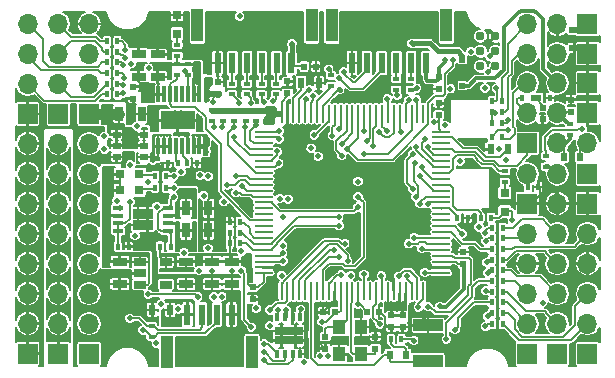
<source format=gbr>
G04 #@! TF.FileFunction,Copper,L1,Top,Signal*
%FSLAX46Y46*%
G04 Gerber Fmt 4.6, Leading zero omitted, Abs format (unit mm)*
G04 Created by KiCad (PCBNEW 4.0.7-e2-6376~58~ubuntu16.04.1) date Mon Mar 12 00:56:02 2018*
%MOMM*%
%LPD*%
G01*
G04 APERTURE LIST*
%ADD10C,0.100000*%
%ADD11R,0.600000X0.700000*%
%ADD12R,1.700000X1.700000*%
%ADD13O,1.700000X1.700000*%
%ADD14R,1.300000X0.700000*%
%ADD15R,0.800000X0.800000*%
%ADD16R,0.700000X0.510000*%
%ADD17C,0.787400*%
%ADD18R,0.350000X0.650000*%
%ADD19R,1.200000X0.775000*%
%ADD20R,0.300000X1.400000*%
%ADD21R,2.850000X1.650000*%
%ADD22R,1.060000X0.650000*%
%ADD23R,0.890000X0.420000*%
%ADD24R,0.840000X0.940000*%
%ADD25R,0.700000X1.300000*%
%ADD26R,0.500000X0.500000*%
%ADD27R,0.600000X1.800000*%
%ADD28R,1.000000X2.800000*%
%ADD29R,2.500000X1.000000*%
%ADD30C,0.500000*%
%ADD31R,0.400000X0.550000*%
%ADD32O,0.250000X1.550000*%
%ADD33O,1.550000X0.250000*%
%ADD34R,1.050000X1.300000*%
%ADD35R,0.500000X0.600000*%
%ADD36R,0.600000X0.500000*%
%ADD37R,0.600000X0.900000*%
%ADD38R,0.550000X0.500000*%
%ADD39R,0.900000X0.600000*%
%ADD40R,0.600000X0.400000*%
%ADD41R,0.400000X0.600000*%
%ADD42C,0.150000*%
%ADD43C,0.300000*%
%ADD44C,0.450000*%
%ADD45C,0.900000*%
%ADD46C,0.254000*%
G04 APERTURE END LIST*
D10*
D11*
X68100000Y-32550000D03*
X66700000Y-32550000D03*
D12*
X68700000Y-36500000D03*
D13*
X68700000Y-39040000D03*
D12*
X63600000Y-36500000D03*
D13*
X63600000Y-39040000D03*
D12*
X21300000Y-28900000D03*
D13*
X21300000Y-26360000D03*
X21300000Y-23820000D03*
X21300000Y-21280000D03*
D12*
X23900000Y-28900000D03*
D13*
X23900000Y-26360000D03*
X23900000Y-23820000D03*
X23900000Y-21280000D03*
D12*
X26500000Y-28900000D03*
D13*
X26500000Y-26360000D03*
X26500000Y-23820000D03*
X26500000Y-21280000D03*
D14*
X36900000Y-41400000D03*
X36900000Y-43300000D03*
D15*
X61700000Y-37200000D03*
X61700000Y-35600000D03*
D16*
X28840000Y-30650000D03*
X28840000Y-31600000D03*
X28840000Y-32550000D03*
X31160000Y-32550000D03*
X31160000Y-31600000D03*
X31160000Y-30650000D03*
D12*
X68700000Y-49200000D03*
D13*
X68700000Y-46660000D03*
X68700000Y-44120000D03*
X68700000Y-41580000D03*
D12*
X66150000Y-49200000D03*
D13*
X66150000Y-46660000D03*
X66150000Y-44120000D03*
X66150000Y-41580000D03*
X66150000Y-39040000D03*
X66150000Y-36500000D03*
D12*
X63600000Y-49200000D03*
D13*
X63600000Y-46660000D03*
X63600000Y-44120000D03*
X63600000Y-41580000D03*
D12*
X68700000Y-21300000D03*
D13*
X66160000Y-21300000D03*
X63620000Y-21300000D03*
D12*
X68700000Y-23800000D03*
D13*
X66160000Y-23800000D03*
X63620000Y-23800000D03*
D12*
X68700000Y-26300000D03*
D13*
X66160000Y-26300000D03*
X63620000Y-26300000D03*
D12*
X68700000Y-28825000D03*
D13*
X66160000Y-28825000D03*
X63620000Y-28825000D03*
D12*
X63600000Y-31400000D03*
D13*
X66140000Y-31400000D03*
X68680000Y-31400000D03*
D12*
X68700000Y-34000000D03*
D13*
X66160000Y-34000000D03*
X63620000Y-34000000D03*
D12*
X21300000Y-49200000D03*
D13*
X21300000Y-46660000D03*
X21300000Y-44120000D03*
X21300000Y-41580000D03*
X21300000Y-39040000D03*
X21300000Y-36500000D03*
X21300000Y-33960000D03*
X21300000Y-31420000D03*
D12*
X23900000Y-49200000D03*
D13*
X23900000Y-46660000D03*
X23900000Y-44120000D03*
X23900000Y-41580000D03*
X23900000Y-39040000D03*
X23900000Y-36500000D03*
X23900000Y-33960000D03*
X23900000Y-31420000D03*
D12*
X26500000Y-49200000D03*
D13*
X26500000Y-46660000D03*
X26500000Y-44120000D03*
X26500000Y-41580000D03*
X26500000Y-39040000D03*
X26500000Y-36500000D03*
X26500000Y-33960000D03*
X26500000Y-31420000D03*
D17*
X60900000Y-24870000D03*
X59630000Y-24870000D03*
X60900000Y-23600000D03*
X59630000Y-23600000D03*
X60900000Y-22330000D03*
X59630000Y-22330000D03*
D15*
X33940000Y-22120000D03*
X33940000Y-20520000D03*
D18*
X44375000Y-46137500D03*
X43725000Y-46137500D03*
X43075000Y-46137500D03*
X42425000Y-46137500D03*
X42425000Y-49237500D03*
X43075000Y-49237500D03*
X43725000Y-49237500D03*
X44375000Y-49237500D03*
D19*
X42800000Y-48075000D03*
X44000000Y-48075000D03*
X42800000Y-47300000D03*
X44000000Y-47300000D03*
D11*
X53350000Y-49300000D03*
X51950000Y-49300000D03*
D20*
X32350000Y-31650000D03*
X32850000Y-31650000D03*
X33350000Y-31650000D03*
X33850000Y-31650000D03*
X34350000Y-31650000D03*
X34350000Y-27250000D03*
X33850000Y-27250000D03*
X33350000Y-27250000D03*
X32850000Y-27250000D03*
X32350000Y-27250000D03*
X34850000Y-31650000D03*
X35350000Y-31650000D03*
X35850000Y-31650000D03*
X34850000Y-27250000D03*
X35350000Y-27250000D03*
X35850000Y-27250000D03*
D21*
X34000000Y-29450000D03*
D22*
X30800000Y-41450000D03*
X30800000Y-42400000D03*
X30800000Y-43350000D03*
X33000000Y-43350000D03*
X33000000Y-41450000D03*
D23*
X28945000Y-36875000D03*
X28945000Y-37525000D03*
X28945000Y-38175000D03*
X28945000Y-38825000D03*
X33155000Y-38825000D03*
X33155000Y-38175000D03*
X33155000Y-37525000D03*
X33155000Y-36875000D03*
D24*
X31470000Y-38320000D03*
X31470000Y-37380000D03*
X30630000Y-38320000D03*
X30630000Y-37380000D03*
D25*
X29050000Y-28900000D03*
X30950000Y-28900000D03*
D15*
X29150000Y-34000000D03*
X30750000Y-34000000D03*
X29150000Y-35375000D03*
X30750000Y-35375000D03*
D26*
X58100000Y-26500000D03*
X58100000Y-24300000D03*
D27*
X34825000Y-45900000D03*
X36075000Y-45900000D03*
X37325000Y-45900000D03*
X38575000Y-45900000D03*
D28*
X40300000Y-49100000D03*
X33100000Y-49100000D03*
D27*
X43625000Y-24600000D03*
X42375000Y-24600000D03*
X41125000Y-24600000D03*
X39875000Y-24600000D03*
X38625000Y-24600000D03*
X37375000Y-24600000D03*
D28*
X35650000Y-21400000D03*
X45350000Y-21400000D03*
D27*
X55025000Y-24600000D03*
X53775000Y-24600000D03*
X52525000Y-24600000D03*
X51275000Y-24600000D03*
X50025000Y-24600000D03*
X48775000Y-24600000D03*
D28*
X47050000Y-21400000D03*
X56750000Y-21400000D03*
D29*
X55200000Y-46800000D03*
X55200000Y-49800000D03*
D30*
X43500000Y-30500000D03*
X58000000Y-50000000D03*
X28000000Y-21500000D03*
X30000000Y-48000000D03*
X29000000Y-48000000D03*
D31*
X63150000Y-27550000D03*
X64050000Y-27550000D03*
D32*
X42800000Y-43925000D03*
X43300000Y-43925000D03*
X43800000Y-43925000D03*
X44300000Y-43925000D03*
X44800000Y-43925000D03*
X45300000Y-43925000D03*
X45800000Y-43925000D03*
X46300000Y-43925000D03*
X46800000Y-43925000D03*
X47300000Y-43925000D03*
X47800000Y-43925000D03*
X48300000Y-43925000D03*
X48800000Y-43925000D03*
X49300000Y-43925000D03*
X49800000Y-43925000D03*
X50300000Y-43925000D03*
X50800000Y-43925000D03*
X51300000Y-43925000D03*
X51800000Y-43925000D03*
X52300000Y-43925000D03*
X52800000Y-43925000D03*
X53300000Y-43925000D03*
X53800000Y-43925000D03*
X54300000Y-43925000D03*
X54800000Y-43925000D03*
D33*
X56325000Y-42400000D03*
X56325000Y-41900000D03*
X56325000Y-41400000D03*
X56325000Y-40900000D03*
X56325000Y-40400000D03*
X56325000Y-39900000D03*
X56325000Y-39400000D03*
X56325000Y-38900000D03*
X56325000Y-38400000D03*
X56325000Y-37900000D03*
X56325000Y-37400000D03*
X56325000Y-36900000D03*
X56325000Y-36400000D03*
X56325000Y-35900000D03*
X56325000Y-35400000D03*
X56325000Y-34900000D03*
X56325000Y-34400000D03*
X56325000Y-33900000D03*
X56325000Y-33400000D03*
X56325000Y-32900000D03*
X56325000Y-32400000D03*
X56325000Y-31900000D03*
X56325000Y-31400000D03*
X56325000Y-30900000D03*
X56325000Y-30400000D03*
D32*
X54800000Y-28875000D03*
X54300000Y-28875000D03*
X53800000Y-28875000D03*
X53300000Y-28875000D03*
X52800000Y-28875000D03*
X52300000Y-28875000D03*
X51800000Y-28875000D03*
X51300000Y-28875000D03*
X50800000Y-28875000D03*
X50300000Y-28875000D03*
X49800000Y-28875000D03*
X49300000Y-28875000D03*
X48800000Y-28875000D03*
X48300000Y-28875000D03*
X47800000Y-28875000D03*
X47300000Y-28875000D03*
X46800000Y-28875000D03*
X46300000Y-28875000D03*
X45800000Y-28875000D03*
X45300000Y-28875000D03*
X44800000Y-28875000D03*
X44300000Y-28875000D03*
X43800000Y-28875000D03*
X43300000Y-28875000D03*
X42800000Y-28875000D03*
D33*
X41275000Y-30400000D03*
X41275000Y-30900000D03*
X41275000Y-31400000D03*
X41275000Y-31900000D03*
X41275000Y-32400000D03*
X41275000Y-32900000D03*
X41275000Y-33400000D03*
X41275000Y-33900000D03*
X41275000Y-34400000D03*
X41275000Y-34900000D03*
X41275000Y-35400000D03*
X41275000Y-35900000D03*
X41275000Y-36400000D03*
X41275000Y-36900000D03*
X41275000Y-37400000D03*
X41275000Y-37900000D03*
X41275000Y-38400000D03*
X41275000Y-38900000D03*
X41275000Y-39400000D03*
X41275000Y-39900000D03*
X41275000Y-40400000D03*
X41275000Y-40900000D03*
X41275000Y-41400000D03*
X41275000Y-41900000D03*
X41275000Y-42400000D03*
D34*
X47675000Y-46950000D03*
X49525000Y-49250000D03*
X49525000Y-46950000D03*
X47675000Y-49250000D03*
D35*
X46300000Y-45700000D03*
X47300000Y-45700000D03*
D36*
X52100000Y-46950000D03*
X52100000Y-45950000D03*
X53050000Y-46950000D03*
X53050000Y-45950000D03*
X58200000Y-40600000D03*
X58200000Y-41600000D03*
X56100000Y-28000000D03*
X56100000Y-29000000D03*
X43300000Y-26150000D03*
X43300000Y-27150000D03*
X40350000Y-43600000D03*
X40350000Y-44600000D03*
D25*
X34700000Y-36900000D03*
X36600000Y-36900000D03*
X34700000Y-38750000D03*
X36600000Y-38750000D03*
D35*
X50050000Y-45700000D03*
X51050000Y-45700000D03*
D37*
X62000000Y-31900000D03*
X60500000Y-31900000D03*
X44450000Y-26300000D03*
X45950000Y-26300000D03*
D14*
X29100000Y-41400000D03*
X29100000Y-43300000D03*
D36*
X46500000Y-48775000D03*
X46500000Y-47775000D03*
X50750000Y-47775000D03*
X50750000Y-48775000D03*
X37400000Y-27200000D03*
X37400000Y-26200000D03*
D14*
X34700000Y-41400000D03*
X34700000Y-43300000D03*
X38600000Y-41400000D03*
X38600000Y-43300000D03*
D36*
X67300000Y-28700000D03*
X67300000Y-27700000D03*
D38*
X64900000Y-28375000D03*
D36*
X64900000Y-29375000D03*
D39*
X67600000Y-21800000D03*
X67600000Y-23300000D03*
D37*
X33350000Y-45500000D03*
X31850000Y-45500000D03*
D36*
X30250000Y-27600000D03*
X30250000Y-26600000D03*
D14*
X30690000Y-23840000D03*
X30690000Y-25740000D03*
X32300000Y-23870000D03*
X32300000Y-25770000D03*
D35*
X44700000Y-24900000D03*
X45700000Y-24900000D03*
D36*
X56100000Y-25800000D03*
X56100000Y-26800000D03*
D40*
X47000000Y-26550000D03*
X47000000Y-25650000D03*
D41*
X60550000Y-37700000D03*
X59650000Y-37700000D03*
D40*
X61700000Y-33750000D03*
X61700000Y-34650000D03*
D41*
X34050000Y-33050000D03*
X33150000Y-33050000D03*
X34750000Y-33050000D03*
X35650000Y-33050000D03*
X32500000Y-40150000D03*
X33400000Y-40150000D03*
X28950000Y-40150000D03*
X29850000Y-40150000D03*
D40*
X33950000Y-25600000D03*
X33950000Y-24700000D03*
X34850000Y-25600000D03*
X34850000Y-24700000D03*
D41*
X57650000Y-37700000D03*
X58550000Y-37700000D03*
X38400000Y-38050000D03*
X39300000Y-38050000D03*
X52050000Y-48000000D03*
X52950000Y-48000000D03*
D40*
X40650000Y-29500000D03*
X40650000Y-28600000D03*
X39750000Y-29500000D03*
X39750000Y-28600000D03*
X38750000Y-29500000D03*
X38750000Y-28600000D03*
X37850000Y-29500000D03*
X37850000Y-28600000D03*
X36950000Y-29500000D03*
X36950000Y-28600000D03*
D41*
X32100000Y-34200000D03*
X33000000Y-34200000D03*
X32100000Y-35150000D03*
X33000000Y-35150000D03*
D40*
X65225000Y-33375000D03*
X65225000Y-32475000D03*
D41*
X64550000Y-35100000D03*
X63650000Y-35100000D03*
D40*
X33970000Y-23970000D03*
X33970000Y-23070000D03*
D41*
X28000000Y-22750000D03*
X28900000Y-22750000D03*
X28000000Y-23650000D03*
X28900000Y-23650000D03*
X28000000Y-26350000D03*
X28900000Y-26350000D03*
X28000000Y-24550000D03*
X28900000Y-24550000D03*
X28000000Y-25450000D03*
X28900000Y-25450000D03*
X28000000Y-27250000D03*
X28900000Y-27250000D03*
D40*
X67250000Y-30700000D03*
X67250000Y-29800000D03*
D41*
X65500000Y-27550000D03*
X64600000Y-27550000D03*
X61525000Y-39450000D03*
X60625000Y-39450000D03*
X61525000Y-40350000D03*
X60625000Y-40350000D03*
X60600000Y-30825000D03*
X61500000Y-30825000D03*
D40*
X38600000Y-26350000D03*
X38600000Y-27250000D03*
X39850000Y-26350000D03*
X39850000Y-27250000D03*
X41100000Y-26350000D03*
X41100000Y-27250000D03*
X42350000Y-26350000D03*
X42350000Y-27250000D03*
D41*
X61525000Y-38550000D03*
X60625000Y-38550000D03*
X61525000Y-41250000D03*
X60625000Y-41250000D03*
X61525000Y-42150000D03*
X60625000Y-42150000D03*
X61525000Y-43950000D03*
X60625000Y-43950000D03*
X61500000Y-27850000D03*
X60600000Y-27850000D03*
D40*
X31800000Y-47750000D03*
X31800000Y-46850000D03*
D41*
X61500000Y-29650000D03*
X60600000Y-29650000D03*
X61500000Y-28750000D03*
X60600000Y-28750000D03*
X39300000Y-39850000D03*
X38400000Y-39850000D03*
X39300000Y-38950000D03*
X38400000Y-38950000D03*
X61525000Y-43050000D03*
X60625000Y-43050000D03*
X61525000Y-44850000D03*
X60625000Y-44850000D03*
X61550000Y-45750000D03*
X60650000Y-45750000D03*
X61550000Y-46700000D03*
X60650000Y-46700000D03*
D40*
X52500000Y-25950000D03*
X52500000Y-26850000D03*
X53750000Y-25950000D03*
X53750000Y-26850000D03*
D30*
X37353240Y-20846980D03*
X36835309Y-20849810D03*
X68329258Y-47901885D03*
X29079880Y-36882729D03*
X44625000Y-32425000D03*
X31575000Y-35875000D03*
X31317307Y-39199131D03*
X49215170Y-48100643D03*
X61604786Y-48625109D03*
X59472056Y-43712798D03*
X55530999Y-42941405D03*
X32050000Y-28850000D03*
X57967608Y-25454720D03*
X39647145Y-36249020D03*
X29850000Y-29600000D03*
X54050000Y-41475000D03*
X53605903Y-41027070D03*
X35425000Y-50050000D03*
X31800000Y-20925000D03*
X64900000Y-47260001D03*
X30630000Y-37380000D03*
X32249964Y-33306237D03*
X31595825Y-33306237D03*
X59049998Y-37549999D03*
X46142502Y-34437808D03*
X53238943Y-37625470D03*
X58516633Y-25441240D03*
X58849998Y-40600000D03*
X31800000Y-21600000D03*
X31100000Y-21600000D03*
X57542782Y-40239738D03*
X36784647Y-34831383D03*
X38608000Y-42164000D03*
X59000000Y-46600000D03*
X55377826Y-45913076D03*
X54545692Y-45893266D03*
X47400000Y-42081125D03*
X47163515Y-36500000D03*
X47150309Y-35727993D03*
X53860000Y-45890000D03*
X47320394Y-44830836D03*
X36906525Y-42205203D03*
X39096507Y-46989920D03*
X34250000Y-50050000D03*
X59500000Y-31341353D03*
X48166675Y-48100000D03*
X37657989Y-38728500D03*
X37657989Y-39343661D03*
X34244169Y-28802237D03*
X33740000Y-28802237D03*
X45846106Y-47206396D03*
X33740000Y-29320000D03*
X34244169Y-29328412D03*
X51380920Y-48100000D03*
X55694200Y-48014074D03*
X54680545Y-48031551D03*
X36410308Y-44397641D03*
X53125001Y-26383186D03*
X56207414Y-45206940D03*
X55703371Y-29576528D03*
X42189673Y-28497544D03*
X42172326Y-29063041D03*
X39952000Y-41798000D03*
X41336300Y-48388417D03*
X39950000Y-41150000D03*
X37019466Y-27858040D03*
X39250940Y-20649401D03*
X60275000Y-25332550D03*
X62340437Y-37905590D03*
X49264058Y-34627923D03*
X54000000Y-48100000D03*
X46200000Y-46500000D03*
X53000000Y-45100000D03*
X52079522Y-45071647D03*
X43173481Y-45511974D03*
X56620012Y-24342222D03*
X33684236Y-46484261D03*
X34944753Y-35573255D03*
X43688000Y-22957541D03*
X34350000Y-35573255D03*
X34406308Y-39920430D03*
X35052012Y-39920430D03*
X53848000Y-22940002D03*
X60406666Y-24008976D03*
X49300000Y-45006217D03*
X31282767Y-26572244D03*
X31286875Y-27217153D03*
X46088783Y-49409241D03*
X46749099Y-49425038D03*
X28265150Y-35499999D03*
X28265150Y-33796965D03*
X28265150Y-34648482D03*
X31811330Y-27210123D03*
X31811330Y-26549425D03*
X59512050Y-38471047D03*
X56640053Y-29874990D03*
X57100011Y-26775010D03*
X61793900Y-32800014D03*
X32256624Y-36750003D03*
X44678706Y-49941241D03*
X42794279Y-42592748D03*
X32199993Y-48337313D03*
X41803759Y-46838384D03*
X31500000Y-34675000D03*
X27800000Y-31900000D03*
X27800000Y-30800000D03*
X47730970Y-26855355D03*
X36417024Y-31531571D03*
X36400000Y-32100000D03*
X37060290Y-44391471D03*
X64300000Y-27575000D03*
X58099688Y-39053165D03*
X40236270Y-46958092D03*
X39370000Y-42164000D03*
X40649225Y-45368931D03*
X42926000Y-37612600D03*
X59708436Y-24774521D03*
X45146717Y-26860540D03*
X59641628Y-23629824D03*
X42600000Y-30378994D03*
X37071271Y-30003739D03*
X47108355Y-30732340D03*
X37721100Y-29988335D03*
X47681416Y-30193997D03*
X38810049Y-30880615D03*
X38774389Y-30035778D03*
X39681299Y-30003345D03*
X40666836Y-29846339D03*
X42908482Y-40068435D03*
X29958216Y-46214372D03*
X41317823Y-49056719D03*
X31050000Y-47215002D03*
X41324072Y-49734720D03*
X47699482Y-25870575D03*
X47650000Y-37650000D03*
X48074992Y-25340014D03*
X47675000Y-38375000D03*
X46799778Y-25117966D03*
X35910566Y-34105250D03*
X43353025Y-36122913D03*
X33661460Y-35950000D03*
X55155538Y-31688581D03*
X45562461Y-30684091D03*
X29999508Y-36339240D03*
X36194775Y-35820368D03*
X37898488Y-36348512D03*
X55211538Y-45226038D03*
X49780436Y-42500000D03*
X34637311Y-25300012D03*
X54380635Y-45264560D03*
X31540066Y-25035391D03*
X30078230Y-24657008D03*
X54950000Y-42335353D03*
X34050012Y-45412078D03*
X45900000Y-32500000D03*
X47904458Y-32436209D03*
X32600000Y-45000000D03*
X45300000Y-31800000D03*
X47890308Y-31418090D03*
X33661460Y-34200000D03*
X33661460Y-35150000D03*
X68252736Y-30150684D03*
X36571750Y-40290298D03*
X29575268Y-23508280D03*
X54983640Y-31061710D03*
X54196209Y-31724051D03*
X29573259Y-24158288D03*
X29381287Y-26497624D03*
X54705997Y-33433156D03*
X54523970Y-34175527D03*
X29404200Y-24785930D03*
X29450000Y-25851254D03*
X50000000Y-31200000D03*
X49787049Y-30375002D03*
X29400946Y-27147338D03*
X58836332Y-23629824D03*
X42600000Y-31029007D03*
X60108124Y-39665446D03*
X51249091Y-42613097D03*
X34540000Y-40649988D03*
X62006718Y-30268235D03*
X30393660Y-39199980D03*
X39160164Y-28000000D03*
X38196110Y-34924255D03*
X40175000Y-28000000D03*
X38928590Y-34191349D03*
X41286752Y-27900000D03*
X38915492Y-35579204D03*
X39490441Y-35004254D03*
X42105159Y-27792255D03*
X60047295Y-39018287D03*
X50523057Y-31626943D03*
X60185406Y-41479155D03*
X51685439Y-30371871D03*
X60250001Y-42390296D03*
X51037072Y-30418084D03*
X60099609Y-43882190D03*
X52935461Y-30474191D03*
X60980942Y-26750526D03*
X36595525Y-34196330D03*
X61946469Y-29460470D03*
X35814000Y-42164000D03*
X60899986Y-28823664D03*
X28852209Y-36264988D03*
X42887132Y-40718096D03*
X56751527Y-47964686D03*
X42926928Y-41378116D03*
X57500002Y-47175033D03*
X60237919Y-46047803D03*
X55163043Y-36515871D03*
X60058287Y-46900000D03*
X54509265Y-36509668D03*
X52585257Y-27342977D03*
X52700000Y-42650000D03*
X53432050Y-42667950D03*
X54225221Y-26720595D03*
X31502390Y-44172452D03*
X35707794Y-44407794D03*
X48157956Y-39880027D03*
X41825557Y-45500643D03*
X48400926Y-41331078D03*
X47275012Y-40433325D03*
X47642602Y-40977917D03*
X49276634Y-35916815D03*
X57910000Y-32910287D03*
X47852310Y-42547955D03*
X64910000Y-44880000D03*
X61200014Y-31866740D03*
X51105193Y-46709892D03*
X54697258Y-40299050D03*
X54189208Y-35943913D03*
X54071389Y-33043556D03*
X53550399Y-39906754D03*
X53889197Y-35225010D03*
X53905517Y-32315195D03*
X54026301Y-39368571D03*
X54220065Y-27697983D03*
X49795667Y-32300000D03*
X53572296Y-27751938D03*
X51750000Y-27650000D03*
X60020150Y-26707389D03*
X57278917Y-24342222D03*
X48346492Y-31881135D03*
X42523580Y-45500012D03*
X42418408Y-32079400D03*
X42561036Y-33083283D03*
X44413966Y-45447498D03*
X49275036Y-36815643D03*
X48644452Y-42589519D03*
X37739196Y-44370177D03*
X30533315Y-29944415D03*
X42658581Y-36083231D03*
X29987719Y-33238209D03*
X34275000Y-33800000D03*
X39400000Y-40550002D03*
X45499990Y-27418956D03*
X44903025Y-27676148D03*
D42*
X37103241Y-20596981D02*
X37353240Y-20846980D01*
X37012260Y-20596981D02*
X37103241Y-20596981D01*
X36949481Y-20659760D02*
X37012260Y-20596981D01*
X36949481Y-20659760D02*
X36835309Y-20773932D01*
X36835309Y-20773932D02*
X36835309Y-20849810D01*
X31470000Y-39046438D02*
X31317307Y-39199131D01*
X31470000Y-38320000D02*
X31470000Y-39046438D01*
X56325000Y-41900000D02*
X56975000Y-41900000D01*
X56928583Y-42941405D02*
X55530999Y-42941405D01*
X56975000Y-41900000D02*
X57325010Y-42250010D01*
X57325010Y-42250010D02*
X57325010Y-42544978D01*
X57325010Y-42544978D02*
X56928583Y-42941405D01*
X30950000Y-28900000D02*
X32000000Y-28900000D01*
X32000000Y-28900000D02*
X32050000Y-28850000D01*
X52300000Y-43925000D02*
X52300000Y-42953002D01*
X52300000Y-42953002D02*
X52025000Y-42678002D01*
X52025000Y-42678002D02*
X52025000Y-41931337D01*
X52025000Y-41931337D02*
X52929267Y-41027070D01*
X52929267Y-41027070D02*
X53605903Y-41027070D01*
X30690000Y-23840000D02*
X30690000Y-22010000D01*
X30690000Y-22010000D02*
X31100000Y-21600000D01*
X67300000Y-27700000D02*
X67300000Y-26700000D01*
X67300000Y-26700000D02*
X67700000Y-26300000D01*
X67700000Y-26300000D02*
X68700000Y-26300000D01*
X65200000Y-27575000D02*
X67175000Y-27575000D01*
X67175000Y-27575000D02*
X67300000Y-27700000D01*
X64900000Y-29500000D02*
X64900000Y-29900000D01*
X64900000Y-29900000D02*
X64675001Y-30124999D01*
X64675001Y-30124999D02*
X64675001Y-32430001D01*
X64675001Y-32430001D02*
X64695001Y-32450001D01*
X64695001Y-32450001D02*
X64695001Y-34220001D01*
X64695001Y-34220001D02*
X66150000Y-35675000D01*
X66150000Y-35675000D02*
X66150000Y-36500000D01*
X32506201Y-33050000D02*
X32499963Y-33056238D01*
X33150000Y-33050000D02*
X32506201Y-33050000D01*
X32499963Y-33056238D02*
X32249964Y-33306237D01*
X31595825Y-33306237D02*
X32249964Y-33306237D01*
X58550000Y-37700000D02*
X58899997Y-37700000D01*
X58899997Y-37700000D02*
X59049998Y-37549999D01*
X58200000Y-40600000D02*
X58849998Y-40600000D01*
X32300000Y-23870000D02*
X32300000Y-22100000D01*
X32300000Y-22100000D02*
X31800000Y-21600000D01*
X64650000Y-35000000D02*
X64650000Y-35733682D01*
X64650000Y-35733682D02*
X63883682Y-36500000D01*
X63883682Y-36500000D02*
X63600000Y-36500000D01*
X36600000Y-36900000D02*
X36600000Y-36100000D01*
X36600000Y-36100000D02*
X36784647Y-35915353D01*
X36784647Y-35915353D02*
X36784647Y-34831383D01*
X38600000Y-42172000D02*
X38608000Y-42164000D01*
X38600000Y-43300000D02*
X38600000Y-42172000D01*
X55200000Y-46800000D02*
X55200000Y-46547574D01*
X55200000Y-46547574D02*
X54545692Y-45893266D01*
X47119164Y-44830836D02*
X47320394Y-44830836D01*
X46300000Y-45700000D02*
X46300000Y-45650000D01*
X46300000Y-45650000D02*
X47119164Y-44830836D01*
X36900000Y-42211728D02*
X36906525Y-42205203D01*
X36900000Y-43300000D02*
X36900000Y-42211728D01*
X38050000Y-38050000D02*
X37657989Y-38442011D01*
X38400000Y-38050000D02*
X38050000Y-38050000D01*
X37657989Y-38442011D02*
X37657989Y-38728500D01*
X45846106Y-48171106D02*
X45846106Y-47559949D01*
X46450000Y-48775000D02*
X45846106Y-48171106D01*
X46500000Y-48775000D02*
X46450000Y-48775000D01*
X45846106Y-47559949D02*
X45846106Y-47206396D01*
X37375000Y-24600000D02*
X37375000Y-21085279D01*
X37375000Y-21085279D02*
X36949481Y-20659760D01*
X51578569Y-46670521D02*
X51858048Y-46950000D01*
X51858048Y-46950000D02*
X52100000Y-46950000D01*
X51050000Y-45700000D02*
X51141878Y-45700000D01*
X51141878Y-45700000D02*
X51574999Y-46133121D01*
X51574999Y-46133121D02*
X51574999Y-46380001D01*
X51574999Y-46380001D02*
X51578569Y-46383571D01*
X51578569Y-46383571D02*
X51578569Y-46670521D01*
X37400000Y-26200000D02*
X37400000Y-24625000D01*
X37400000Y-24625000D02*
X37375000Y-24600000D01*
X55444201Y-47764075D02*
X55694200Y-48014074D01*
X55200000Y-47519874D02*
X55444201Y-47764075D01*
X55200000Y-46800000D02*
X55200000Y-47519874D01*
X54930544Y-47781552D02*
X54680545Y-48031551D01*
X55200000Y-46800000D02*
X55200000Y-47512096D01*
X55200000Y-47512096D02*
X54930544Y-47781552D01*
X36600000Y-36900000D02*
X36600000Y-36600000D01*
X67600000Y-23300000D02*
X68200000Y-23300000D01*
X68200000Y-23300000D02*
X68700000Y-23800000D01*
X56230839Y-45230365D02*
X56207414Y-45206940D01*
X56292458Y-45230365D02*
X56230839Y-45230365D01*
X55923472Y-29576528D02*
X55703371Y-29576528D01*
X56100000Y-29400000D02*
X55923472Y-29576528D01*
X56100000Y-29000000D02*
X56100000Y-29400000D01*
X58200000Y-41600000D02*
X57750000Y-41600000D01*
X57750000Y-41600000D02*
X57550000Y-41400000D01*
X57550000Y-41400000D02*
X57250000Y-41400000D01*
X57250000Y-41400000D02*
X56325000Y-41400000D01*
D43*
X58165394Y-41622576D02*
X58229362Y-41686544D01*
X58229362Y-43764031D02*
X56763028Y-45230365D01*
X58229362Y-41686544D02*
X58229362Y-43764031D01*
X56763028Y-45230365D02*
X56292458Y-45230365D01*
D42*
X60550000Y-37700000D02*
X61200000Y-37700000D01*
X61200000Y-37700000D02*
X61700000Y-37200000D01*
X62340437Y-37905590D02*
X62340437Y-37190437D01*
X62340437Y-37190437D02*
X62250000Y-37100000D01*
X62250000Y-37100000D02*
X61700000Y-37100000D01*
X42189673Y-28558151D02*
X42189673Y-28497544D01*
X42406522Y-28775000D02*
X42189673Y-28558151D01*
X42422325Y-28813042D02*
X42172326Y-29063041D01*
X42422325Y-28790803D02*
X42422325Y-28813042D01*
X42406522Y-28775000D02*
X42422325Y-28790803D01*
X40219056Y-43600000D02*
X39948916Y-43329860D01*
X40350000Y-43600000D02*
X40219056Y-43600000D01*
X39554000Y-41400000D02*
X39952000Y-41798000D01*
X39948916Y-41812089D02*
X39934827Y-41798000D01*
X39948916Y-43329860D02*
X39948916Y-41812089D01*
X39934827Y-41798000D02*
X39952000Y-41798000D01*
X38600000Y-41400000D02*
X39554000Y-41400000D01*
X52800000Y-43925000D02*
X52800000Y-44900000D01*
X52800000Y-44900000D02*
X53000000Y-45100000D01*
X51800000Y-43925000D02*
X51800000Y-44792125D01*
X51800000Y-44792125D02*
X52079522Y-45071647D01*
X52800000Y-43925000D02*
X52800000Y-44704722D01*
X52079522Y-45071647D02*
X52079522Y-45929522D01*
X52079522Y-45929522D02*
X52100000Y-45950000D01*
X53000000Y-45100000D02*
X53000000Y-45900000D01*
X53000000Y-45900000D02*
X53050000Y-45950000D01*
X53300000Y-43925000D02*
X53300000Y-44800000D01*
X53300000Y-44800000D02*
X53000000Y-45100000D01*
X37019466Y-27858040D02*
X37019466Y-27580534D01*
X37019466Y-27580534D02*
X37400000Y-27200000D01*
X42425000Y-49123564D02*
X41689853Y-48388417D01*
X42425000Y-49325000D02*
X42425000Y-49123564D01*
X41689853Y-48388417D02*
X41336300Y-48388417D01*
X52950000Y-48000000D02*
X53891108Y-48000000D01*
X53891108Y-48000000D02*
X53986479Y-48095371D01*
X46200000Y-46500000D02*
X46536537Y-46500000D01*
X46536537Y-46500000D02*
X47300000Y-45736537D01*
X47300000Y-45736537D02*
X47300000Y-45700000D01*
X60900000Y-24870000D02*
X60735387Y-24870000D01*
X60735387Y-24870000D02*
X60275000Y-25330387D01*
X60275000Y-25330387D02*
X60275000Y-25332550D01*
X56100000Y-29000000D02*
X56100000Y-30175000D01*
X56100000Y-30175000D02*
X56325000Y-30400000D01*
X47700000Y-45700000D02*
X47300000Y-45700000D01*
X38612751Y-41400000D02*
X38600000Y-41400000D01*
X40350000Y-43600000D02*
X40800000Y-43600000D01*
X40800000Y-43600000D02*
X41275000Y-43125000D01*
X41275000Y-43125000D02*
X41275000Y-42675000D01*
X41275000Y-42675000D02*
X41275000Y-42400000D01*
X42560396Y-28775000D02*
X42406522Y-28775000D01*
X42800000Y-28775000D02*
X42560396Y-28775000D01*
X39750000Y-28600000D02*
X40650000Y-28600000D01*
X38750000Y-28600000D02*
X39750000Y-28600000D01*
X37850000Y-28600000D02*
X38750000Y-28600000D01*
X36950000Y-28600000D02*
X37850000Y-28600000D01*
X38400000Y-39850000D02*
X38400000Y-41200000D01*
X38400000Y-41200000D02*
X38600000Y-41400000D01*
X38400000Y-39850000D02*
X38400000Y-38950000D01*
X32950000Y-41450000D02*
X32500000Y-41000000D01*
X32500000Y-41000000D02*
X32500000Y-40150000D01*
X33000000Y-41450000D02*
X32950000Y-41450000D01*
X43300000Y-27150000D02*
X43300000Y-27422798D01*
X43300000Y-27422798D02*
X42800000Y-27922798D01*
X42800000Y-27922798D02*
X42800000Y-28875000D01*
X47800000Y-43925000D02*
X47800000Y-45600000D01*
X47800000Y-45600000D02*
X47700000Y-45700000D01*
X43625000Y-24600000D02*
X43680654Y-24600000D01*
X43680654Y-24600000D02*
X43905654Y-24825000D01*
X43905654Y-24825000D02*
X44625000Y-24825000D01*
X44625000Y-24825000D02*
X44700000Y-24900000D01*
D43*
X43173481Y-46126519D02*
X43173481Y-45865527D01*
X43075000Y-46225000D02*
X43173481Y-46126519D01*
X43173481Y-45865527D02*
X43173481Y-45511974D01*
D42*
X33434237Y-46234262D02*
X33684236Y-46484261D01*
X33350000Y-46150025D02*
X33434237Y-46234262D01*
X33350000Y-45500000D02*
X33350000Y-46150025D01*
D44*
X43625000Y-24600000D02*
X43685991Y-24539009D01*
X43685991Y-24539009D02*
X43685991Y-23081532D01*
X43685991Y-23081532D02*
X43625000Y-23020541D01*
D42*
X43625000Y-23020541D02*
X43688000Y-22957541D01*
D43*
X56100000Y-25800000D02*
X56100000Y-25906488D01*
X56100000Y-25906488D02*
X55915321Y-26091167D01*
X55915321Y-26091167D02*
X55153847Y-26091167D01*
X55153847Y-26091167D02*
X55025000Y-25962320D01*
X55025000Y-25962320D02*
X55025000Y-24600000D01*
D42*
X34700000Y-36900000D02*
X34700000Y-35864055D01*
X34700000Y-35864055D02*
X34721439Y-35842616D01*
X34721439Y-35842616D02*
X34971438Y-35592617D01*
D43*
X56100000Y-25034640D02*
X56370013Y-24764627D01*
X56370013Y-24764627D02*
X56620012Y-24514628D01*
X56100000Y-25800000D02*
X56100000Y-25034640D01*
X67250000Y-29800000D02*
X67150000Y-29800000D01*
X67150000Y-29800000D02*
X66160000Y-28810000D01*
D42*
X66160000Y-28810000D02*
X66160000Y-28800000D01*
X67300000Y-28700000D02*
X66260000Y-28700000D01*
X66260000Y-28700000D02*
X66160000Y-28800000D01*
X34660252Y-35823254D02*
X34410253Y-35573255D01*
X34700000Y-35863002D02*
X34660252Y-35823254D01*
X34700000Y-36900000D02*
X34700000Y-35863002D01*
X68200000Y-49700000D02*
X68700000Y-49200000D01*
X65650000Y-49650000D02*
X66100000Y-49200000D01*
X63200000Y-49600000D02*
X63600000Y-49200000D01*
D44*
X34759861Y-39920430D02*
X34406308Y-39920430D01*
X35007124Y-39920430D02*
X34759861Y-39920430D01*
X35048559Y-39961865D02*
X35007124Y-39920430D01*
X53891471Y-22983473D02*
X53949211Y-22925733D01*
X55340743Y-22925733D02*
X56002684Y-23587674D01*
X56002684Y-23587674D02*
X57701160Y-23587674D01*
X53949211Y-22925733D02*
X55340743Y-22925733D01*
X57701160Y-23587674D02*
X58100000Y-23986514D01*
X58100000Y-23986514D02*
X58100000Y-24180982D01*
D43*
X53848000Y-22940002D02*
X53891471Y-22983473D01*
X34988936Y-40025000D02*
X35028650Y-40064714D01*
D42*
X58100000Y-24180982D02*
X58100000Y-24300000D01*
X45300000Y-47272193D02*
X45290555Y-47281638D01*
X45300000Y-47879862D02*
X45300000Y-49585094D01*
X51500000Y-49300000D02*
X51950000Y-49300000D01*
X45300000Y-43925000D02*
X45300000Y-47272193D01*
X45864907Y-50150001D02*
X50649999Y-50150001D01*
X45290555Y-47281638D02*
X45290555Y-47870417D01*
X45290555Y-47870417D02*
X45300000Y-47879862D01*
X50649999Y-50150001D02*
X51500000Y-49300000D01*
X45300000Y-49585094D02*
X45864907Y-50150001D01*
X55200000Y-49800000D02*
X54450000Y-49800000D01*
X54450000Y-49800000D02*
X54374999Y-49875001D01*
X54374999Y-49875001D02*
X52025001Y-49875001D01*
X52025001Y-49875001D02*
X51950000Y-49800000D01*
X51950000Y-49800000D02*
X51950000Y-49300000D01*
X60491024Y-24008976D02*
X60406666Y-24008976D01*
X60900000Y-23600000D02*
X60491024Y-24008976D01*
X50050000Y-45700000D02*
X50050000Y-45650000D01*
X49300000Y-43925000D02*
X49300000Y-45006217D01*
X49406217Y-45006217D02*
X49300000Y-45006217D01*
X50050000Y-45650000D02*
X49406217Y-45006217D01*
X58166352Y-31816352D02*
X59316353Y-31816353D01*
X57250000Y-30900000D02*
X58166352Y-31816352D01*
X60075001Y-32575001D02*
X61324999Y-32575001D01*
X56325000Y-30900000D02*
X57250000Y-30900000D01*
X61324999Y-32575001D02*
X62000000Y-31900000D01*
X59316353Y-31816353D02*
X60075001Y-32575001D01*
X44450000Y-26300000D02*
X44450000Y-26900000D01*
X43800000Y-27550000D02*
X43800000Y-27950000D01*
X43800000Y-27950000D02*
X43800000Y-28875000D01*
X44450000Y-26900000D02*
X43800000Y-27550000D01*
X33970000Y-23970000D02*
X33970000Y-24680000D01*
X33970000Y-24680000D02*
X33950000Y-24700000D01*
X30800000Y-43350000D02*
X31480000Y-43350000D01*
X31480000Y-43350000D02*
X31573530Y-43256470D01*
X31573530Y-43256470D02*
X31573530Y-41543530D01*
X31573530Y-41543530D02*
X31480000Y-41450000D01*
X31480000Y-41450000D02*
X30800000Y-41450000D01*
X29100000Y-41400000D02*
X28300000Y-41400000D01*
X28265150Y-41365150D02*
X28265150Y-35853552D01*
X28300000Y-41400000D02*
X28265150Y-41365150D01*
X28265150Y-35853552D02*
X28265150Y-35499999D01*
X28515149Y-34046964D02*
X28265150Y-33796965D01*
X29150000Y-34050000D02*
X28518185Y-34050000D01*
X28518185Y-34050000D02*
X28515149Y-34046964D01*
X28300000Y-35500000D02*
X28300000Y-34700000D01*
X28274999Y-35525001D02*
X28300000Y-35500000D01*
X28945000Y-37525000D02*
X28350000Y-37525000D01*
X31814823Y-27199194D02*
X31811330Y-27202687D01*
X31814823Y-26549425D02*
X31814823Y-27199194D01*
X30600000Y-25400000D02*
X30600000Y-26000000D01*
X30600000Y-26000000D02*
X31200000Y-26600000D01*
X29150000Y-34050000D02*
X29150000Y-35350000D01*
X48300000Y-43925000D02*
X48300000Y-46325000D01*
X48300000Y-46325000D02*
X47675000Y-46950000D01*
X46500000Y-47100000D02*
X46650000Y-46950000D01*
X46650000Y-46950000D02*
X47675000Y-46950000D01*
X46500000Y-47775000D02*
X46500000Y-47100000D01*
X48800000Y-44850000D02*
X48687300Y-44962700D01*
X48800000Y-43925000D02*
X48800000Y-44850000D01*
X48687300Y-49087300D02*
X48850000Y-49250000D01*
X48687300Y-44962700D02*
X48687300Y-49087300D01*
X48850000Y-49250000D02*
X49525000Y-49250000D01*
X50750000Y-48775000D02*
X50750000Y-49175000D01*
X50750000Y-49175000D02*
X50675000Y-49250000D01*
X50675000Y-49250000D02*
X50200000Y-49250000D01*
X50200000Y-49250000D02*
X49525000Y-49250000D01*
X67600000Y-21800000D02*
X68200000Y-21800000D01*
X68200000Y-21800000D02*
X68700000Y-21300000D01*
D44*
X47697590Y-26827410D02*
X47703025Y-26827410D01*
X47703025Y-26827410D02*
X47730970Y-26855355D01*
X36273216Y-31650000D02*
X36464637Y-31458579D01*
X36464637Y-31458579D02*
X36464637Y-31016671D01*
X35850000Y-31650000D02*
X36273216Y-31650000D01*
D42*
X46300000Y-28225000D02*
X47697590Y-26827410D01*
X46300000Y-28875000D02*
X46300000Y-28225000D01*
X64300000Y-27575000D02*
X64575000Y-27575000D01*
X64575000Y-27575000D02*
X64600000Y-27550000D01*
X64096664Y-27572004D02*
X64099660Y-27575000D01*
X64099660Y-27575000D02*
X64300000Y-27575000D01*
X64900000Y-28500000D02*
X64845255Y-28445255D01*
X64845255Y-28445255D02*
X64845255Y-28119574D01*
X64845255Y-28119574D02*
X64300681Y-27575000D01*
X64300681Y-27575000D02*
X64300000Y-27575000D01*
X57849689Y-38803166D02*
X58099688Y-39053165D01*
X57446523Y-38400000D02*
X57849689Y-38803166D01*
X56325000Y-38400000D02*
X57446523Y-38400000D01*
X61700000Y-35600000D02*
X61700000Y-34650000D01*
X52050000Y-48000000D02*
X52050000Y-48100000D01*
X52050000Y-48100000D02*
X52100000Y-48150000D01*
X52100000Y-48150000D02*
X52100000Y-48411111D01*
X52100000Y-48411111D02*
X52302084Y-48613195D01*
X52302084Y-48613195D02*
X53163195Y-48613195D01*
X53163195Y-48613195D02*
X53350000Y-48800000D01*
X53350000Y-48800000D02*
X53350000Y-49300000D01*
X33970000Y-23070000D02*
X33970000Y-22150000D01*
X33970000Y-22150000D02*
X33940000Y-22120000D01*
X32100000Y-34200000D02*
X31951984Y-34051984D01*
X31951984Y-34051984D02*
X30751984Y-34051984D01*
X30751984Y-34051984D02*
X30750000Y-34050000D01*
X32100000Y-35150000D02*
X31998639Y-35251361D01*
X31998639Y-35251361D02*
X30848639Y-35251361D01*
X30848639Y-35251361D02*
X30750000Y-35350000D01*
X68100000Y-32550000D02*
X68100000Y-31980000D01*
X68100000Y-31980000D02*
X68680000Y-31400000D01*
X66700000Y-32550000D02*
X66700000Y-31960000D01*
X66700000Y-31960000D02*
X66140000Y-31400000D01*
D43*
X67250000Y-30700000D02*
X67250000Y-31050000D01*
X67250000Y-31050000D02*
X66900000Y-31400000D01*
D42*
X66900000Y-31400000D02*
X66140000Y-31400000D01*
D43*
X63067999Y-20149999D02*
X64172001Y-20149999D01*
X64172001Y-20149999D02*
X64261027Y-20239025D01*
X64306977Y-20239025D02*
X64950000Y-20882048D01*
X64950000Y-20882048D02*
X64950000Y-25090000D01*
X64950000Y-25090000D02*
X65310001Y-25450001D01*
X65310001Y-25450001D02*
X66160000Y-26300000D01*
X64261027Y-20239025D02*
X64306977Y-20239025D01*
X59245648Y-25904352D02*
X60892326Y-25904352D01*
X62978973Y-20239025D02*
X63067999Y-20149999D01*
X62921654Y-20239025D02*
X62978973Y-20239025D01*
X58650000Y-26500000D02*
X59245648Y-25904352D01*
X58100000Y-26500000D02*
X58650000Y-26500000D01*
X61593701Y-21566978D02*
X62921654Y-20239025D01*
X61593701Y-25202977D02*
X61593701Y-21566978D01*
X60892326Y-25904352D02*
X61593701Y-25202977D01*
D42*
X39986271Y-46708093D02*
X40236270Y-46958092D01*
X39619999Y-46341821D02*
X39986271Y-46708093D01*
X39370000Y-42164000D02*
X39619999Y-42413999D01*
X39619999Y-42413999D02*
X39619999Y-46341821D01*
X59630000Y-24870000D02*
X59630000Y-24852957D01*
X59630000Y-24852957D02*
X59708436Y-24774521D01*
X44300000Y-28875000D02*
X44300000Y-27605002D01*
X44300000Y-27605002D02*
X45044462Y-26860540D01*
X45044462Y-26860540D02*
X45146717Y-26860540D01*
X59641628Y-23611628D02*
X59641628Y-23629824D01*
X59630000Y-23600000D02*
X59641628Y-23611628D01*
X42578994Y-30400000D02*
X42600000Y-30378994D01*
X41275000Y-30400000D02*
X42578994Y-30400000D01*
D45*
X26500000Y-28900000D02*
X29050000Y-28900000D01*
D42*
X47300000Y-28875000D02*
X47300000Y-29845353D01*
X47108355Y-30378787D02*
X47108355Y-30732340D01*
X47300000Y-29845353D02*
X47108355Y-30036998D01*
X47108355Y-30036998D02*
X47108355Y-30378787D01*
X37050000Y-30000000D02*
X37050000Y-29400000D01*
X47800000Y-28875000D02*
X47800000Y-30075413D01*
X47800000Y-30075413D02*
X47681416Y-30193997D01*
X37831288Y-29606736D02*
X37831288Y-29960289D01*
X37831288Y-29518712D02*
X37831288Y-29606736D01*
X37950000Y-29400000D02*
X37831288Y-29518712D01*
X41275000Y-32400000D02*
X40095861Y-32400000D01*
X40095861Y-32400000D02*
X38810049Y-31114188D01*
X38810049Y-31114188D02*
X38810049Y-30880615D01*
X38524390Y-30285777D02*
X38774389Y-30035778D01*
X38269840Y-30540327D02*
X38524390Y-30285777D01*
X38750000Y-29500000D02*
X38750000Y-30011389D01*
X38750000Y-30011389D02*
X38774389Y-30035778D01*
X41275000Y-33900000D02*
X40625000Y-33900000D01*
X38269840Y-31544840D02*
X38269840Y-30540327D01*
X40625000Y-33900000D02*
X38269840Y-31544840D01*
X40150000Y-31900000D02*
X41275000Y-31900000D01*
X39709621Y-31459621D02*
X40150000Y-31900000D01*
X39709621Y-29417799D02*
X39709621Y-31459621D01*
X39709018Y-29417196D02*
X39709621Y-29417799D01*
X39726214Y-29400000D02*
X39709018Y-29417196D01*
X39750000Y-29400000D02*
X39726214Y-29400000D01*
X39700000Y-29450000D02*
X39750000Y-29400000D01*
X39700000Y-30000000D02*
X39700000Y-29450000D01*
X40167680Y-30345495D02*
X40416837Y-30096338D01*
X41275000Y-31400000D02*
X40447550Y-31400000D01*
X40167680Y-31120130D02*
X40167680Y-30345495D01*
X40447550Y-31400000D02*
X40167680Y-31120130D01*
X40666836Y-29516836D02*
X40650000Y-29500000D01*
X40416837Y-30096338D02*
X40666836Y-29846339D01*
X40666836Y-29846339D02*
X40666836Y-29516836D01*
X65100000Y-33200000D02*
X65360000Y-33200000D01*
X65360000Y-33200000D02*
X66160000Y-34000000D01*
X63750000Y-35000000D02*
X63750000Y-34130000D01*
X63750000Y-34130000D02*
X63620000Y-34000000D01*
X24749999Y-27209999D02*
X23900000Y-26360000D01*
X28044346Y-26350000D02*
X26959345Y-27435001D01*
X24975001Y-27435001D02*
X24749999Y-27209999D01*
X26959345Y-27435001D02*
X24975001Y-27435001D01*
X28100000Y-26350000D02*
X28044346Y-26350000D01*
X28100000Y-23650000D02*
X27744479Y-23650000D01*
X27744479Y-23650000D02*
X27575001Y-23480522D01*
X27575001Y-23480522D02*
X27575001Y-23303999D01*
X27575001Y-23303999D02*
X27016001Y-22744999D01*
X27016001Y-22744999D02*
X24975001Y-22744999D01*
X24975001Y-22744999D02*
X24749999Y-22970001D01*
X24749999Y-22970001D02*
X23900000Y-23820000D01*
X28100000Y-22750000D02*
X27445280Y-22750000D01*
X27445280Y-22750000D02*
X27050281Y-22355001D01*
X27050281Y-22355001D02*
X24975001Y-22355001D01*
X24975001Y-22355001D02*
X24749999Y-22129999D01*
X24749999Y-22129999D02*
X23900000Y-21280000D01*
X21300000Y-26360000D02*
X22725770Y-27785770D01*
X22725770Y-27785770D02*
X27032854Y-27785770D01*
X27032854Y-27785770D02*
X27568624Y-27250000D01*
X27568624Y-27250000D02*
X28100000Y-27250000D01*
X28100000Y-25450000D02*
X27492982Y-25450000D01*
X27492982Y-25450000D02*
X27242594Y-25199612D01*
X27242594Y-25199612D02*
X22398332Y-25199612D01*
X22398332Y-25199612D02*
X21300000Y-24101280D01*
X21300000Y-24101280D02*
X21300000Y-23820000D01*
X28100000Y-24550000D02*
X27564464Y-24550000D01*
X27564464Y-24550000D02*
X27219463Y-24895001D01*
X27219463Y-24895001D02*
X23111640Y-24895001D01*
X23111640Y-24895001D02*
X22611291Y-24394652D01*
X22611291Y-24394652D02*
X22611291Y-22591291D01*
X22611291Y-22591291D02*
X22149999Y-22129999D01*
X22149999Y-22129999D02*
X21300000Y-21280000D01*
X63600000Y-32400000D02*
X63600000Y-31400000D01*
X62695758Y-33304242D02*
X63600000Y-32400000D01*
X59936356Y-32875012D02*
X60799291Y-32875012D01*
X59177707Y-32116363D02*
X59936356Y-32875012D01*
X57466363Y-32116363D02*
X59177707Y-32116363D01*
X56325000Y-31900000D02*
X57250000Y-31900000D01*
X61228521Y-33304242D02*
X62695758Y-33304242D01*
X57250000Y-31900000D02*
X57466363Y-32116363D01*
X60799291Y-32875012D02*
X61228521Y-33304242D01*
X62850000Y-27575000D02*
X63125000Y-27575000D01*
X63125000Y-27575000D02*
X63150000Y-27550000D01*
X62770001Y-27950001D02*
X62770001Y-27654999D01*
X62770001Y-27654999D02*
X62850000Y-27575000D01*
X63620000Y-28800000D02*
X62770001Y-27950001D01*
X61525000Y-39450000D02*
X63190000Y-39450000D01*
X63190000Y-39450000D02*
X63600000Y-39040000D01*
X61525000Y-40350000D02*
X62350722Y-40350000D01*
X62350722Y-40350000D02*
X62570181Y-40130541D01*
X62570181Y-40130541D02*
X67609459Y-40130541D01*
X67609459Y-40130541D02*
X67850001Y-39889999D01*
X67850001Y-39889999D02*
X68700000Y-39040000D01*
X62524999Y-30574178D02*
X62111177Y-30988000D01*
X62424999Y-27094999D02*
X62424999Y-30020446D01*
X62111177Y-30988000D02*
X61500000Y-30988000D01*
X63620000Y-26300000D02*
X63219998Y-26300000D01*
X63219998Y-26300000D02*
X62424999Y-27094999D01*
X62524999Y-30120446D02*
X62524999Y-30574178D01*
X62424999Y-30020446D02*
X62524999Y-30120446D01*
X61968712Y-22951288D02*
X61968712Y-25358311D01*
X61968712Y-25358311D02*
X61500000Y-25827023D01*
X63620000Y-21300000D02*
X61968712Y-22951288D01*
X61500000Y-25827023D02*
X61500000Y-27400000D01*
X61500000Y-27400000D02*
X61500000Y-27850000D01*
X42350000Y-26350000D02*
X42350000Y-24625000D01*
X42350000Y-24625000D02*
X42375000Y-24600000D01*
X41100000Y-26350000D02*
X41100000Y-24625000D01*
X41100000Y-24625000D02*
X41125000Y-24600000D01*
X39850000Y-26350000D02*
X39850000Y-24625000D01*
X39850000Y-24625000D02*
X39875000Y-24600000D01*
X38600000Y-26350000D02*
X38600000Y-24625000D01*
X38600000Y-24625000D02*
X38625000Y-24600000D01*
X61525000Y-43950000D02*
X61875000Y-43950000D01*
X61875000Y-43950000D02*
X63509999Y-45584999D01*
X63509999Y-45584999D02*
X65074999Y-45584999D01*
X65074999Y-45584999D02*
X65300001Y-45810001D01*
X65300001Y-45810001D02*
X66150000Y-46660000D01*
X61525000Y-42150000D02*
X62189000Y-42150000D01*
X62189000Y-42150000D02*
X62694001Y-42655001D01*
X62694001Y-42655001D02*
X64685001Y-42655001D01*
X64685001Y-42655001D02*
X66150000Y-44120000D01*
X61525000Y-41250000D02*
X61875000Y-41250000D01*
X61875000Y-41250000D02*
X62620001Y-40504999D01*
X62620001Y-40504999D02*
X65074999Y-40504999D01*
X65074999Y-40504999D02*
X65300001Y-40730001D01*
X65300001Y-40730001D02*
X66150000Y-41580000D01*
X61525000Y-38550000D02*
X62424605Y-38550000D01*
X62424605Y-38550000D02*
X63174829Y-37799776D01*
X63174829Y-37799776D02*
X64909776Y-37799776D01*
X65300001Y-38190001D02*
X66150000Y-39040000D01*
X64909776Y-37799776D02*
X65300001Y-38190001D01*
X36075000Y-46966717D02*
X36075000Y-45900000D01*
X35850943Y-47190774D02*
X36075000Y-46966717D01*
X31800000Y-46850000D02*
X32012349Y-46850000D01*
X33920055Y-47190774D02*
X35850943Y-47190774D01*
X33904269Y-47174988D02*
X33920055Y-47190774D01*
X32337337Y-47174988D02*
X33904269Y-47174988D01*
X32012349Y-46850000D02*
X32337337Y-47174988D01*
X43075000Y-49237500D02*
X43075000Y-49712500D01*
X41325886Y-49048656D02*
X41317823Y-49056719D01*
X43075000Y-49712500D02*
X42999999Y-49787501D01*
X42999999Y-49787501D02*
X42102325Y-49787501D01*
X41360875Y-49046051D02*
X41325886Y-49046051D01*
X41325886Y-49046051D02*
X41325886Y-49048656D01*
X42102325Y-49787501D02*
X41360875Y-49046051D01*
X31800000Y-46850000D02*
X31388125Y-46850000D01*
X31388125Y-46850000D02*
X30752497Y-46214372D01*
X30752497Y-46214372D02*
X29958216Y-46214372D01*
X31050000Y-47215002D02*
X31265002Y-47215002D01*
X31265002Y-47215002D02*
X31800000Y-47750000D01*
X43725000Y-49237500D02*
X43725000Y-49712500D01*
X43349989Y-50087511D02*
X41676863Y-50087511D01*
X41676863Y-50087511D02*
X41324072Y-49734720D01*
X43725000Y-49712500D02*
X43349989Y-50087511D01*
X31800000Y-47750000D02*
X32066219Y-47750000D01*
X33780001Y-47474999D02*
X33795787Y-47490785D01*
X32066219Y-47750000D02*
X32341220Y-47474999D01*
X32341220Y-47474999D02*
X33780001Y-47474999D01*
X33795787Y-47490785D02*
X36334215Y-47490785D01*
X36334215Y-47490785D02*
X37325000Y-46500000D01*
X37325000Y-46500000D02*
X37325000Y-45900000D01*
X61525000Y-44850000D02*
X61875000Y-44850000D01*
X61875000Y-44850000D02*
X63600000Y-46575000D01*
X63600000Y-46575000D02*
X63600000Y-46660000D01*
X63600000Y-44120000D02*
X62530000Y-43050000D01*
X62530000Y-43050000D02*
X61525000Y-43050000D01*
X67850001Y-47509999D02*
X68700000Y-46660000D01*
X67304594Y-48055406D02*
X67850001Y-47509999D01*
X62905406Y-48055406D02*
X67304594Y-48055406D01*
X61600000Y-46750000D02*
X62905406Y-48055406D01*
X61600000Y-46650000D02*
X61600000Y-46750000D01*
X61600000Y-45750000D02*
X61950000Y-45750000D01*
X61950000Y-45750000D02*
X62524999Y-46324999D01*
X67850001Y-44969999D02*
X68700000Y-44120000D01*
X62524999Y-46324999D02*
X62524999Y-47154215D01*
X62524999Y-47154215D02*
X63126179Y-47755395D01*
X63126179Y-47755395D02*
X66645607Y-47755395D01*
X66645607Y-47755395D02*
X67624999Y-46776003D01*
X67624999Y-46776003D02*
X67624999Y-45195001D01*
X67624999Y-45195001D02*
X67850001Y-44969999D01*
X53750000Y-25950000D02*
X53750000Y-24625000D01*
X53750000Y-24625000D02*
X53775000Y-24600000D01*
X52500000Y-25950000D02*
X52500000Y-24625000D01*
X52500000Y-24625000D02*
X52525000Y-24600000D01*
X48609653Y-26780746D02*
X47949481Y-26120574D01*
X49694254Y-26780746D02*
X48609653Y-26780746D01*
X51275000Y-25200000D02*
X49694254Y-26780746D01*
X47949481Y-26120574D02*
X47699482Y-25870575D01*
X51275000Y-24600000D02*
X51275000Y-25200000D01*
X47296447Y-37650000D02*
X47650000Y-37650000D01*
X44175000Y-37650000D02*
X47296447Y-37650000D01*
X41925000Y-39900000D02*
X44175000Y-37650000D01*
X41275000Y-39900000D02*
X41925000Y-39900000D01*
X39485939Y-38950000D02*
X40435939Y-39900000D01*
X40435939Y-39900000D02*
X41275000Y-39900000D01*
X39300000Y-38950000D02*
X39485939Y-38950000D01*
X51250000Y-24625000D02*
X51275000Y-24600000D01*
X48808992Y-26240537D02*
X48074992Y-25506537D01*
X48984463Y-26240537D02*
X48808992Y-26240537D01*
X48074992Y-25506537D02*
X48074992Y-25340014D01*
X50025000Y-24600000D02*
X50025000Y-25200000D01*
X50025000Y-25200000D02*
X48984463Y-26240537D01*
X42425679Y-39899321D02*
X42425679Y-39832943D01*
X42425679Y-39832943D02*
X43883622Y-38375000D01*
X41275000Y-40400000D02*
X41925000Y-40400000D01*
X43883622Y-38375000D02*
X47321447Y-38375000D01*
X41925000Y-40400000D02*
X42425679Y-39899321D01*
X47321447Y-38375000D02*
X47675000Y-38375000D01*
X40350000Y-40400000D02*
X41275000Y-40400000D01*
X40347940Y-40400000D02*
X40350000Y-40400000D01*
X39300000Y-39850000D02*
X39797940Y-39850000D01*
X39797940Y-39850000D02*
X40347940Y-40400000D01*
X50000000Y-24625000D02*
X50025000Y-24600000D01*
X61500000Y-28750000D02*
X61719264Y-28750000D01*
X61719264Y-28750000D02*
X61968907Y-28500357D01*
X61968907Y-28500357D02*
X61968907Y-25782394D01*
X61968907Y-25782394D02*
X62268723Y-25482579D01*
X62268723Y-25482579D02*
X62268723Y-24420259D01*
X62268723Y-24420259D02*
X62888982Y-23800000D01*
X62888982Y-23800000D02*
X63620000Y-23800000D01*
X47000000Y-26616099D02*
X45800000Y-27816099D01*
X45800000Y-27816099D02*
X45800000Y-28875000D01*
X47000000Y-25300000D02*
X46817966Y-25117966D01*
X46817966Y-25117966D02*
X46799778Y-25117966D01*
X47000000Y-25650000D02*
X47000000Y-25300000D01*
X57653524Y-37053305D02*
X59403305Y-37053305D01*
X57325010Y-36724791D02*
X57653524Y-37053305D01*
X59403305Y-37053305D02*
X59650000Y-37300000D01*
X59650000Y-37300000D02*
X59650000Y-37700000D01*
X57325010Y-35146602D02*
X57325010Y-36724791D01*
X57078408Y-34900000D02*
X57325010Y-35146602D01*
X56325000Y-34900000D02*
X57078408Y-34900000D01*
X33155000Y-36875000D02*
X33155881Y-36875000D01*
X33155881Y-36875000D02*
X33411461Y-36619420D01*
X33411461Y-36619420D02*
X33411461Y-36199999D01*
X33411461Y-36199999D02*
X33661460Y-35950000D01*
X33155000Y-36875000D02*
X32809999Y-36875000D01*
X32809999Y-36875000D02*
X32350000Y-37334999D01*
X32560000Y-38825000D02*
X33155000Y-38825000D01*
X32350000Y-37334999D02*
X32350000Y-38615000D01*
X32350000Y-38615000D02*
X32560000Y-38825000D01*
X55675000Y-32400000D02*
X55155538Y-31880538D01*
X56325000Y-32400000D02*
X55675000Y-32400000D01*
X55155538Y-31880538D02*
X55155538Y-31688581D01*
X33400000Y-40150000D02*
X33400000Y-39070000D01*
X33400000Y-39070000D02*
X33155000Y-38825000D01*
X57621495Y-32418517D02*
X59055583Y-32418517D01*
X60675023Y-33175023D02*
X61250000Y-33750000D01*
X56325000Y-33900000D02*
X56975000Y-33900000D01*
X59374977Y-32778537D02*
X59771463Y-33175023D01*
X57330059Y-33544941D02*
X57330059Y-32709953D01*
X61250000Y-33750000D02*
X61700000Y-33750000D01*
X59055583Y-32418517D02*
X59374977Y-32737911D01*
X56975000Y-33900000D02*
X57330059Y-33544941D01*
X57330059Y-32709953D02*
X57621495Y-32418517D01*
X59374977Y-32737911D02*
X59374977Y-32778537D01*
X59771463Y-33175023D02*
X60675023Y-33175023D01*
X34050000Y-33050000D02*
X33850000Y-32850000D01*
X33850000Y-32850000D02*
X33850000Y-31650000D01*
X34750000Y-33050000D02*
X34750000Y-32805002D01*
X34750000Y-32805002D02*
X34425000Y-32480002D01*
X34425000Y-32480002D02*
X34425000Y-31725000D01*
X34425000Y-31725000D02*
X34350000Y-31650000D01*
X45640909Y-30684091D02*
X45562461Y-30684091D01*
X46800000Y-29525000D02*
X45640909Y-30684091D01*
X46800000Y-28875000D02*
X46800000Y-29525000D01*
X28945000Y-38175000D02*
X29540000Y-38175000D01*
X29999508Y-36692793D02*
X29999508Y-36339240D01*
X29540000Y-38175000D02*
X29927127Y-37787873D01*
X29927127Y-36765174D02*
X29999508Y-36692793D01*
X29927127Y-37787873D02*
X29927127Y-36765174D01*
X28945000Y-38825000D02*
X28945000Y-38175000D01*
X28950000Y-40150000D02*
X28950000Y-38830000D01*
X28950000Y-38830000D02*
X28945000Y-38825000D01*
X57250000Y-40900000D02*
X57449990Y-41099990D01*
X57449990Y-41099990D02*
X58654992Y-41099990D01*
X58604373Y-44227951D02*
X57134281Y-45698043D01*
X55362541Y-45226038D02*
X55211538Y-45226038D01*
X56325000Y-40900000D02*
X57250000Y-40900000D01*
X58604373Y-43471349D02*
X58604373Y-44227951D01*
X58654992Y-41099990D02*
X58800000Y-41244998D01*
X57134281Y-45698043D02*
X55834546Y-45698043D01*
X58800000Y-41244998D02*
X58800000Y-43275722D01*
X55834546Y-45698043D02*
X55362541Y-45226038D01*
X58800000Y-43275722D02*
X58604373Y-43471349D01*
X40350000Y-37900000D02*
X41275000Y-37900000D01*
X40121743Y-37900000D02*
X40350000Y-37900000D01*
X36359561Y-30208593D02*
X37631481Y-31480513D01*
X37631481Y-35409738D02*
X40121743Y-37900000D01*
X35505002Y-28300000D02*
X36359561Y-29154559D01*
X37631481Y-31480513D02*
X37631481Y-35409738D01*
X33350000Y-27250000D02*
X33350000Y-28100000D01*
X36359561Y-29154559D02*
X36359561Y-30208593D01*
X33350000Y-28100000D02*
X33550000Y-28300000D01*
X33550000Y-28300000D02*
X35505002Y-28300000D01*
X33650000Y-26100000D02*
X33800000Y-26100000D01*
X33800000Y-26100000D02*
X33950000Y-25950000D01*
X33950000Y-25950000D02*
X33950000Y-25600000D01*
X33350000Y-27250000D02*
X33350000Y-26400000D01*
X33350000Y-26400000D02*
X33650000Y-26100000D01*
X49800000Y-43925000D02*
X49800000Y-42519564D01*
X49800000Y-42519564D02*
X49780436Y-42500000D01*
X34887310Y-25562690D02*
X34887310Y-25550011D01*
X34887310Y-25550011D02*
X34637311Y-25300012D01*
X34850000Y-25600000D02*
X34887310Y-25562690D01*
X34850000Y-27250000D02*
X34850000Y-26400000D01*
X34850000Y-26400000D02*
X34850000Y-25600000D01*
X56325000Y-36900000D02*
X56974061Y-36900000D01*
X56974061Y-36900000D02*
X57650000Y-37575939D01*
X57650000Y-37575939D02*
X57650000Y-37700000D01*
X56375000Y-36950000D02*
X56325000Y-36900000D01*
X39300000Y-38050000D02*
X39300000Y-38075000D01*
X39300000Y-38075000D02*
X39350279Y-38125279D01*
X39350279Y-38125279D02*
X39650279Y-38125279D01*
X39650279Y-38125279D02*
X40096087Y-38571087D01*
X40096087Y-38571087D02*
X40096087Y-39016498D01*
X40096087Y-39016498D02*
X40479589Y-39400000D01*
X40479589Y-39400000D02*
X41275000Y-39400000D01*
X54800000Y-44575000D02*
X54380635Y-44994365D01*
X54800000Y-43925000D02*
X54800000Y-44575000D01*
X54380635Y-44994365D02*
X54380635Y-45264560D01*
X54950000Y-42335353D02*
X56260353Y-42335353D01*
X56260353Y-42335353D02*
X56325000Y-42400000D01*
X48300000Y-30339298D02*
X47987212Y-30652086D01*
X47415307Y-31190089D02*
X47415307Y-31947058D01*
X47987212Y-30652086D02*
X47953310Y-30652086D01*
X47953310Y-30652086D02*
X47415307Y-31190089D01*
X48300000Y-28875000D02*
X48300000Y-30339298D01*
X47415307Y-31947058D02*
X47654459Y-32186210D01*
X47654459Y-32186210D02*
X47904458Y-32436209D01*
X48140307Y-31168091D02*
X47890308Y-31418090D01*
X48800000Y-30508398D02*
X48140307Y-31168091D01*
X48800000Y-28875000D02*
X48800000Y-30508398D01*
X33000000Y-34200000D02*
X33661460Y-34200000D01*
X33000000Y-35150000D02*
X33661460Y-35150000D01*
X67899183Y-30150684D02*
X68252736Y-30150684D01*
X65723997Y-30225001D02*
X67824866Y-30225001D01*
X65064999Y-31914999D02*
X65064999Y-30883999D01*
X65064999Y-30883999D02*
X65723997Y-30225001D01*
X67824866Y-30225001D02*
X67899183Y-30150684D01*
X65064999Y-31914999D02*
X65200000Y-32050000D01*
X65200000Y-32050000D02*
X65200000Y-32450000D01*
X65100000Y-31950000D02*
X65064999Y-31914999D01*
X56325000Y-32900000D02*
X55675000Y-32900000D01*
X55675000Y-32900000D02*
X54676673Y-31901673D01*
X54676673Y-31901673D02*
X54676673Y-31368677D01*
X54676673Y-31368677D02*
X54733641Y-31311709D01*
X54733641Y-31311709D02*
X54983640Y-31061710D01*
X29575268Y-23075268D02*
X29575268Y-23154727D01*
X29250000Y-22750000D02*
X29575268Y-23075268D01*
X28900000Y-22750000D02*
X29250000Y-22750000D01*
X29575268Y-23154727D02*
X29575268Y-23508280D01*
X56325000Y-33400000D02*
X55675000Y-33400000D01*
X55675000Y-33400000D02*
X54196209Y-31921209D01*
X54196209Y-31921209D02*
X54196209Y-31724051D01*
X28900000Y-23650000D02*
X29176239Y-23926239D01*
X29176239Y-23926239D02*
X29341210Y-23926239D01*
X29341210Y-23926239D02*
X29573259Y-24158288D01*
X29250000Y-26350000D02*
X29381287Y-26481287D01*
X29381287Y-26481287D02*
X29381287Y-26497624D01*
X28900000Y-26350000D02*
X29250000Y-26350000D01*
X54705997Y-33560111D02*
X54705997Y-33433156D01*
X55545886Y-34400000D02*
X54705997Y-33560111D01*
X56325000Y-34400000D02*
X55545886Y-34400000D01*
X54523970Y-34248970D02*
X54523970Y-34175527D01*
X55675000Y-35400000D02*
X54523970Y-34248970D01*
X56325000Y-35400000D02*
X55675000Y-35400000D01*
X29404200Y-24704200D02*
X29404200Y-24785930D01*
X29250000Y-24550000D02*
X29404200Y-24704200D01*
X28900000Y-24550000D02*
X29250000Y-24550000D01*
X50300000Y-29308491D02*
X50300000Y-28875000D01*
X50262059Y-29346432D02*
X50300000Y-29308491D01*
X50262059Y-30937941D02*
X50262059Y-29346432D01*
X50000000Y-31200000D02*
X50262059Y-30937941D01*
X29450000Y-25650000D02*
X29450000Y-25851254D01*
X28900000Y-25450000D02*
X29250000Y-25450000D01*
X29250000Y-25450000D02*
X29450000Y-25650000D01*
X49800000Y-30362051D02*
X49787049Y-30375002D01*
X49800000Y-28875000D02*
X49800000Y-30362051D01*
X29298284Y-27250000D02*
X29400946Y-27147338D01*
X28900000Y-27250000D02*
X29298284Y-27250000D01*
X41275000Y-30900000D02*
X42470993Y-30900000D01*
X42470993Y-30900000D02*
X42600000Y-31029007D01*
X60275000Y-39450000D02*
X60108124Y-39616876D01*
X60625000Y-39450000D02*
X60275000Y-39450000D01*
X60108124Y-39616876D02*
X60108124Y-39665446D01*
X51300000Y-43925000D02*
X51300000Y-42664006D01*
X51300000Y-42664006D02*
X51249091Y-42613097D01*
X56325000Y-38900000D02*
X57118507Y-38900000D01*
X57118507Y-38900000D02*
X58101823Y-39883316D01*
X58101823Y-39883316D02*
X59139811Y-39883316D01*
X59139811Y-39883316D02*
X59606495Y-40350000D01*
X59606495Y-40350000D02*
X60625000Y-40350000D01*
X61653165Y-30268235D02*
X62006718Y-30268235D01*
X61151763Y-30268235D02*
X61653165Y-30268235D01*
X60600000Y-30819998D02*
X61151763Y-30268235D01*
X60600000Y-30988000D02*
X60600000Y-30819998D01*
X39160164Y-28000000D02*
X39160164Y-27810164D01*
X39160164Y-27810164D02*
X38600000Y-27250000D01*
X38867438Y-34924255D02*
X38549663Y-34924255D01*
X39262440Y-34529253D02*
X38867438Y-34924255D01*
X39718442Y-34529253D02*
X39262440Y-34529253D01*
X38549663Y-34924255D02*
X38196110Y-34924255D01*
X41275000Y-34900000D02*
X40089189Y-34900000D01*
X40089189Y-34900000D02*
X39718442Y-34529253D01*
X41925000Y-34900000D02*
X41275000Y-34900000D01*
X40175000Y-28000000D02*
X40175000Y-27575000D01*
X40175000Y-27575000D02*
X39850000Y-27250000D01*
X41275000Y-34400000D02*
X40112158Y-34400000D01*
X39284410Y-34193616D02*
X39282143Y-34191349D01*
X40112158Y-34400000D02*
X39905774Y-34193616D01*
X39905774Y-34193616D02*
X39284410Y-34193616D01*
X39282143Y-34191349D02*
X38928590Y-34191349D01*
X38915492Y-35579204D02*
X39269045Y-35579204D01*
X39269045Y-35579204D02*
X39443483Y-35753642D01*
X39443483Y-35753642D02*
X40203642Y-35753642D01*
X40203642Y-35753642D02*
X40350000Y-35900000D01*
X40350000Y-35900000D02*
X41275000Y-35900000D01*
X41100000Y-27713248D02*
X41286752Y-27900000D01*
X41100000Y-27250000D02*
X41100000Y-27713248D01*
X41925000Y-35900000D02*
X41275000Y-35900000D01*
X41100000Y-27250000D02*
X41200000Y-27250000D01*
X39490441Y-35004254D02*
X39886187Y-35400000D01*
X39886187Y-35400000D02*
X41275000Y-35400000D01*
X42350000Y-27600000D02*
X42157745Y-27792255D01*
X42350000Y-27250000D02*
X42350000Y-27600000D01*
X42157745Y-27792255D02*
X42105159Y-27792255D01*
X60047295Y-38777705D02*
X60047295Y-39018287D01*
X60275000Y-38550000D02*
X60047295Y-38777705D01*
X60625000Y-38550000D02*
X60275000Y-38550000D01*
X50523057Y-31273390D02*
X50523057Y-31626943D01*
X50562070Y-31234377D02*
X50523057Y-31273390D01*
X50562070Y-30190082D02*
X50562070Y-31234377D01*
X50800000Y-29952152D02*
X50562070Y-30190082D01*
X50800000Y-28875000D02*
X50800000Y-29952152D01*
X60185406Y-41339594D02*
X60185406Y-41479155D01*
X60275000Y-41250000D02*
X60185406Y-41339594D01*
X60625000Y-41250000D02*
X60275000Y-41250000D01*
X51300000Y-29986432D02*
X51435440Y-30121872D01*
X51300000Y-28875000D02*
X51300000Y-29986432D01*
X51435440Y-30121872D02*
X51685439Y-30371871D01*
X60625000Y-42150000D02*
X60275000Y-42150000D01*
X60275000Y-42150000D02*
X60250001Y-42174999D01*
X60250001Y-42174999D02*
X60250001Y-42390296D01*
X51287071Y-30668083D02*
X51037072Y-30418084D01*
X51516294Y-30897306D02*
X51287071Y-30668083D01*
X51900443Y-30897306D02*
X51516294Y-30897306D01*
X52300000Y-30497749D02*
X51900443Y-30897306D01*
X52300000Y-28875000D02*
X52300000Y-30497749D01*
X60167419Y-43950000D02*
X60099609Y-43882190D01*
X60625000Y-43950000D02*
X60167419Y-43950000D01*
X52800000Y-28875000D02*
X52800000Y-30338730D01*
X52800000Y-30338730D02*
X52935461Y-30474191D01*
X60600000Y-27850000D02*
X60950000Y-27850000D01*
X60950000Y-27850000D02*
X61074999Y-27725001D01*
X61074999Y-27725001D02*
X61074999Y-26826328D01*
X61074999Y-26826328D02*
X60999197Y-26750526D01*
X60999197Y-26750526D02*
X60980942Y-26750526D01*
X61850000Y-29650000D02*
X61946469Y-29553531D01*
X61946469Y-29553531D02*
X61946469Y-29460470D01*
X61500000Y-29650000D02*
X61850000Y-29650000D01*
X60600000Y-28750000D02*
X60673664Y-28823664D01*
X60673664Y-28823664D02*
X60899986Y-28823664D01*
X60600000Y-28750000D02*
X60600000Y-29650000D01*
X42705228Y-40900000D02*
X42887132Y-40718096D01*
X41275000Y-40900000D02*
X42705228Y-40900000D01*
X56751527Y-47964686D02*
X56751527Y-46573473D01*
X56751527Y-46573473D02*
X58925000Y-44400000D01*
X58925000Y-44400000D02*
X58925000Y-43575000D01*
X58925000Y-43575000D02*
X59450000Y-43050000D01*
X59450000Y-43050000D02*
X60625000Y-43050000D01*
X41275000Y-41400000D02*
X42905044Y-41400000D01*
X42905044Y-41400000D02*
X42926928Y-41378116D01*
X60625000Y-44850000D02*
X59053865Y-44850000D01*
X57750001Y-46925034D02*
X57500002Y-47175033D01*
X59053865Y-44850000D02*
X57750001Y-46153864D01*
X57750001Y-46153864D02*
X57750001Y-46925034D01*
X60237919Y-45862081D02*
X60237919Y-46047803D01*
X60700000Y-45750000D02*
X60350000Y-45750000D01*
X60350000Y-45750000D02*
X60237919Y-45862081D01*
X55278914Y-36400000D02*
X55163043Y-36515871D01*
X56325000Y-36400000D02*
X55278914Y-36400000D01*
X60058287Y-46900000D02*
X60308287Y-46650000D01*
X60308287Y-46650000D02*
X60700000Y-46650000D01*
X56325000Y-35900000D02*
X55002330Y-35900000D01*
X55002330Y-35900000D02*
X54509265Y-36393065D01*
X54509265Y-36393065D02*
X54509265Y-36509668D01*
X52500000Y-26850000D02*
X52500000Y-27257720D01*
X52500000Y-27257720D02*
X52585257Y-27342977D01*
X53175001Y-42174999D02*
X52700000Y-42650000D01*
X53678001Y-42174999D02*
X53175001Y-42174999D01*
X54300000Y-42796998D02*
X53678001Y-42174999D01*
X54300000Y-43925000D02*
X54300000Y-42796998D01*
X53800000Y-43925000D02*
X53800000Y-43275000D01*
X53800000Y-43275000D02*
X53432050Y-42907050D01*
X53432050Y-42907050D02*
X53432050Y-42667950D01*
X54225221Y-26824779D02*
X54225221Y-26720595D01*
X53750000Y-26850000D02*
X54200000Y-26850000D01*
X54200000Y-26850000D02*
X54225221Y-26824779D01*
X31502390Y-44172452D02*
X31506490Y-44176552D01*
X35476552Y-44176552D02*
X35707794Y-44407794D01*
X31506490Y-44176552D02*
X35476552Y-44176552D01*
X43080012Y-43000000D02*
X46421700Y-39658312D01*
X48137983Y-39900000D02*
X48157956Y-39880027D01*
X43075000Y-43000000D02*
X43080012Y-43000000D01*
X47633634Y-39658312D02*
X47875322Y-39900000D01*
X46421700Y-39658312D02*
X47633634Y-39658312D01*
X42800000Y-43275000D02*
X43075000Y-43000000D01*
X47875322Y-39900000D02*
X48137983Y-39900000D01*
X42800000Y-43925000D02*
X42800000Y-43275000D01*
X47875322Y-39900000D02*
X47884456Y-39909134D01*
X41825557Y-45500643D02*
X41825561Y-45500643D01*
X41825561Y-45500643D02*
X41959298Y-45366906D01*
X41959298Y-45366906D02*
X41959298Y-45361292D01*
X41959298Y-45361292D02*
X42395580Y-44925010D01*
X42395580Y-44925010D02*
X43093205Y-44925010D01*
X43093205Y-44925010D02*
X43300000Y-44718215D01*
X43300000Y-44718215D02*
X43300000Y-43925000D01*
X47478358Y-39958323D02*
X48400926Y-40880891D01*
X48400926Y-40880891D02*
X48400926Y-40977525D01*
X48400926Y-40977525D02*
X48400926Y-41331078D01*
X46841677Y-39958323D02*
X47478358Y-39958323D01*
X43800000Y-43925000D02*
X43800000Y-43000000D01*
X43800000Y-43000000D02*
X46841677Y-39958323D01*
X44300000Y-43000000D02*
X46866675Y-40433325D01*
X46921459Y-40433325D02*
X47275012Y-40433325D01*
X44300000Y-43925000D02*
X44300000Y-43000000D01*
X46866675Y-40433325D02*
X46921459Y-40433325D01*
X44800000Y-43000000D02*
X46822083Y-40977917D01*
X47289049Y-40977917D02*
X47642602Y-40977917D01*
X44800000Y-43925000D02*
X44800000Y-43000000D01*
X46822083Y-40977917D02*
X47289049Y-40977917D01*
X49526633Y-36166814D02*
X49276634Y-35916815D01*
X49750037Y-36390218D02*
X49526633Y-36166814D01*
X49750037Y-41030079D02*
X49750037Y-36390218D01*
X48974036Y-41806080D02*
X49750037Y-41030079D01*
X46300000Y-42085571D02*
X46779456Y-41606115D01*
X46300000Y-43925000D02*
X46300000Y-42085571D01*
X47972959Y-41606115D02*
X48172924Y-41806080D01*
X46779456Y-41606115D02*
X47972959Y-41606115D01*
X48172924Y-41806080D02*
X48974036Y-41806080D01*
X46800000Y-43275000D02*
X47527045Y-42547955D01*
X46800000Y-43925000D02*
X46800000Y-43275000D01*
X47527045Y-42547955D02*
X47852310Y-42547955D01*
X50574999Y-46179698D02*
X50855194Y-46459893D01*
X50800000Y-44994998D02*
X50574999Y-45219999D01*
X50855194Y-46459893D02*
X51105193Y-46709892D01*
X50574999Y-45219999D02*
X50574999Y-46179698D01*
X50800000Y-43925000D02*
X50800000Y-44994998D01*
X54071389Y-33043556D02*
X54020711Y-33094234D01*
X54020711Y-33094234D02*
X54020711Y-34619334D01*
X54020711Y-34619334D02*
X54372048Y-34970671D01*
X54372048Y-34970671D02*
X54372048Y-35761073D01*
X54372048Y-35761073D02*
X54189208Y-35943913D01*
X54798208Y-40400000D02*
X54697258Y-40299050D01*
X56325000Y-40400000D02*
X54798208Y-40400000D01*
X56325000Y-39900000D02*
X55091797Y-39900000D01*
X55091797Y-39900000D02*
X54952244Y-39760447D01*
X54952244Y-39760447D02*
X54467779Y-39760447D01*
X54467779Y-39760447D02*
X54321472Y-39906754D01*
X54321472Y-39906754D02*
X53903952Y-39906754D01*
X53903952Y-39906754D02*
X53550399Y-39906754D01*
X53889197Y-35225010D02*
X53414327Y-34750140D01*
X53414327Y-34750140D02*
X53414327Y-32806385D01*
X53655518Y-32565194D02*
X53905517Y-32315195D01*
X53414327Y-32806385D02*
X53655518Y-32565194D01*
X54057730Y-39400000D02*
X54026301Y-39368571D01*
X56325000Y-39400000D02*
X54057730Y-39400000D01*
X54300000Y-28875000D02*
X54300000Y-27777918D01*
X54300000Y-27777918D02*
X54220065Y-27697983D01*
X53800000Y-28875000D02*
X53800000Y-30281418D01*
X50149220Y-32300000D02*
X49795667Y-32300000D01*
X53800000Y-30281418D02*
X51781418Y-32300000D01*
X51781418Y-32300000D02*
X50149220Y-32300000D01*
X53300000Y-28875000D02*
X53300000Y-28024234D01*
X53300000Y-28024234D02*
X53572296Y-27751938D01*
X51800000Y-28875000D02*
X51800000Y-27700000D01*
X51800000Y-27700000D02*
X51750000Y-27650000D01*
X49240358Y-32775001D02*
X52212849Y-32775001D01*
X56466903Y-27388099D02*
X56625001Y-27230001D01*
X57278917Y-24695775D02*
X57278917Y-24342222D01*
X57278917Y-24868336D02*
X57278917Y-24695775D01*
X55786900Y-27388099D02*
X56466903Y-27388099D01*
X55228370Y-27946629D02*
X55786900Y-27388099D01*
X55228370Y-29759480D02*
X55228370Y-27946629D01*
X52212849Y-32775001D02*
X55228370Y-29759480D01*
X48346492Y-31881135D02*
X49240358Y-32775001D01*
X56625001Y-25522252D02*
X57278917Y-24868336D01*
X56625001Y-27230001D02*
X56625001Y-25522252D01*
X48596491Y-31631136D02*
X48346492Y-31881135D01*
X49300000Y-30927627D02*
X48596491Y-31631136D01*
X49300000Y-28875000D02*
X49300000Y-30927627D01*
X42523580Y-45853565D02*
X42523580Y-45500012D01*
X42523580Y-46126420D02*
X42523580Y-45853565D01*
X42425000Y-46225000D02*
X42523580Y-46126420D01*
X41275000Y-32900000D02*
X41925000Y-32900000D01*
X41925000Y-32900000D02*
X42418408Y-32406592D01*
X42418408Y-32406592D02*
X42418408Y-32079400D01*
X42311037Y-33333282D02*
X42561036Y-33083283D01*
X42244319Y-33400000D02*
X42311037Y-33333282D01*
X41275000Y-33400000D02*
X42244319Y-33400000D01*
X44375000Y-45486464D02*
X44413966Y-45447498D01*
X44375000Y-46225000D02*
X44375000Y-45486464D01*
X42662590Y-37137590D02*
X41925000Y-36400000D01*
X41925000Y-36400000D02*
X41275000Y-36400000D01*
X49275036Y-36815643D02*
X48953089Y-37137590D01*
X48953089Y-37137590D02*
X42662590Y-37137590D01*
X45499990Y-27750010D02*
X45499990Y-27418956D01*
X45300000Y-27950000D02*
X45499990Y-27750010D01*
X45300000Y-28875000D02*
X45300000Y-27950000D01*
X44976877Y-27750000D02*
X44903025Y-27676148D01*
X44800000Y-27779173D02*
X44903025Y-27676148D01*
X45075722Y-27750000D02*
X44976877Y-27750000D01*
X44800000Y-28875000D02*
X44800000Y-27779173D01*
G36*
X69725000Y-48206449D02*
X69714441Y-48190040D01*
X69639253Y-48138666D01*
X69550000Y-48120592D01*
X67850000Y-48120592D01*
X67766620Y-48136281D01*
X67690040Y-48185559D01*
X67638666Y-48260747D01*
X67620592Y-48350000D01*
X67620592Y-50050000D01*
X67636281Y-50133380D01*
X67685559Y-50209960D01*
X67707571Y-50225000D01*
X67143551Y-50225000D01*
X67159960Y-50214441D01*
X67211334Y-50139253D01*
X67229408Y-50050000D01*
X67229408Y-48355406D01*
X67304594Y-48355406D01*
X67419399Y-48332570D01*
X67516726Y-48267538D01*
X68185753Y-47598511D01*
X68267555Y-47653170D01*
X68678940Y-47735000D01*
X68721060Y-47735000D01*
X69132445Y-47653170D01*
X69481200Y-47420140D01*
X69714230Y-47071385D01*
X69725000Y-47017241D01*
X69725000Y-48206449D01*
X69725000Y-48206449D01*
G37*
X69725000Y-48206449D02*
X69714441Y-48190040D01*
X69639253Y-48138666D01*
X69550000Y-48120592D01*
X67850000Y-48120592D01*
X67766620Y-48136281D01*
X67690040Y-48185559D01*
X67638666Y-48260747D01*
X67620592Y-48350000D01*
X67620592Y-50050000D01*
X67636281Y-50133380D01*
X67685559Y-50209960D01*
X67707571Y-50225000D01*
X67143551Y-50225000D01*
X67159960Y-50214441D01*
X67211334Y-50139253D01*
X67229408Y-50050000D01*
X67229408Y-48355406D01*
X67304594Y-48355406D01*
X67419399Y-48332570D01*
X67516726Y-48267538D01*
X68185753Y-47598511D01*
X68267555Y-47653170D01*
X68678940Y-47735000D01*
X68721060Y-47735000D01*
X69132445Y-47653170D01*
X69481200Y-47420140D01*
X69714230Y-47071385D01*
X69725000Y-47017241D01*
X69725000Y-48206449D01*
G36*
X61865355Y-37999659D02*
X61926489Y-38147614D01*
X61889441Y-38090040D01*
X61814253Y-38038666D01*
X61725000Y-38020592D01*
X61325000Y-38020592D01*
X61241620Y-38036281D01*
X61165040Y-38085559D01*
X61113666Y-38160747D01*
X61095592Y-38250000D01*
X61095592Y-38850000D01*
X61111281Y-38933380D01*
X61154646Y-39000771D01*
X61113666Y-39060747D01*
X61095592Y-39150000D01*
X61095592Y-39750000D01*
X61111281Y-39833380D01*
X61154646Y-39900771D01*
X61113666Y-39960747D01*
X61095592Y-40050000D01*
X61095592Y-40650000D01*
X61111281Y-40733380D01*
X61154646Y-40800771D01*
X61113666Y-40860747D01*
X61095592Y-40950000D01*
X61095592Y-41550000D01*
X61111281Y-41633380D01*
X61154646Y-41700771D01*
X61113666Y-41760747D01*
X61095592Y-41850000D01*
X61095592Y-42450000D01*
X61111281Y-42533380D01*
X61154646Y-42600771D01*
X61113666Y-42660747D01*
X61095592Y-42750000D01*
X61095592Y-43350000D01*
X61111281Y-43433380D01*
X61154646Y-43500771D01*
X61113666Y-43560747D01*
X61095592Y-43650000D01*
X61095592Y-44250000D01*
X61111281Y-44333380D01*
X61154646Y-44400771D01*
X61113666Y-44460747D01*
X61095592Y-44550000D01*
X61095592Y-45150000D01*
X61111281Y-45233380D01*
X61160559Y-45309960D01*
X61169291Y-45315926D01*
X61138666Y-45360747D01*
X61120592Y-45450000D01*
X61120592Y-46050000D01*
X61136281Y-46133380D01*
X61185559Y-46209960D01*
X61207027Y-46224628D01*
X61190040Y-46235559D01*
X61138666Y-46310747D01*
X61120592Y-46400000D01*
X61120592Y-47000000D01*
X61136281Y-47083380D01*
X61185559Y-47159960D01*
X61260747Y-47211334D01*
X61350000Y-47229408D01*
X61655144Y-47229408D01*
X62602973Y-48177237D01*
X62590040Y-48185559D01*
X62538666Y-48260747D01*
X62520592Y-48350000D01*
X62520592Y-50050000D01*
X62536281Y-50133380D01*
X62585559Y-50209960D01*
X62607571Y-50225000D01*
X62075284Y-50225000D01*
X62075316Y-50188578D01*
X61798062Y-49517571D01*
X61285129Y-49003742D01*
X60614608Y-48725317D01*
X59888578Y-48724684D01*
X59217571Y-49001938D01*
X58703742Y-49514871D01*
X58425317Y-50185392D01*
X58425282Y-50225000D01*
X56679408Y-50225000D01*
X56679408Y-49300000D01*
X56663719Y-49216620D01*
X56614441Y-49140040D01*
X56539253Y-49088666D01*
X56450000Y-49070592D01*
X53950000Y-49070592D01*
X53879408Y-49083875D01*
X53879408Y-48950000D01*
X53863719Y-48866620D01*
X53814441Y-48790040D01*
X53739253Y-48738666D01*
X53650000Y-48720592D01*
X53634205Y-48720592D01*
X53627164Y-48685195D01*
X53562132Y-48587868D01*
X53375327Y-48401063D01*
X53360180Y-48390942D01*
X53361334Y-48389253D01*
X53379408Y-48300000D01*
X53568688Y-48300000D01*
X53597080Y-48368714D01*
X53730583Y-48502451D01*
X53905102Y-48574918D01*
X54094069Y-48575082D01*
X54268714Y-48502920D01*
X54402451Y-48369417D01*
X54474918Y-48194898D01*
X54475082Y-48005931D01*
X54402920Y-47831286D01*
X54269417Y-47697549D01*
X54094898Y-47625082D01*
X53905931Y-47624918D01*
X53731286Y-47697080D01*
X53728361Y-47700000D01*
X53379408Y-47700000D01*
X53363719Y-47616620D01*
X53314441Y-47540040D01*
X53239253Y-47488666D01*
X53150000Y-47470592D01*
X52750000Y-47470592D01*
X52666620Y-47486281D01*
X52590040Y-47535559D01*
X52538666Y-47610747D01*
X52520592Y-47700000D01*
X52520592Y-48300000D01*
X52523075Y-48313195D01*
X52476736Y-48313195D01*
X52479408Y-48300000D01*
X52479408Y-47700000D01*
X52463719Y-47616620D01*
X52414441Y-47540040D01*
X52339253Y-47488666D01*
X52250000Y-47470592D01*
X51850000Y-47470592D01*
X51766620Y-47486281D01*
X51690040Y-47535559D01*
X51638666Y-47610747D01*
X51620592Y-47700000D01*
X51620592Y-48300000D01*
X51636281Y-48383380D01*
X51685559Y-48459960D01*
X51760747Y-48511334D01*
X51822420Y-48523823D01*
X51822836Y-48525916D01*
X51887868Y-48623243D01*
X51985217Y-48720592D01*
X51650000Y-48720592D01*
X51566620Y-48736281D01*
X51490040Y-48785559D01*
X51438666Y-48860747D01*
X51420592Y-48950000D01*
X51420592Y-49015795D01*
X51385195Y-49022836D01*
X51287868Y-49087868D01*
X51261013Y-49114723D01*
X51261334Y-49114253D01*
X51279408Y-49025000D01*
X51279408Y-48525000D01*
X51263719Y-48441620D01*
X51214441Y-48365040D01*
X51139253Y-48313666D01*
X51050000Y-48295592D01*
X50450000Y-48295592D01*
X50366620Y-48311281D01*
X50290040Y-48360559D01*
X50238666Y-48435747D01*
X50232206Y-48467648D01*
X50214441Y-48440040D01*
X50139253Y-48388666D01*
X50050000Y-48370592D01*
X49000000Y-48370592D01*
X48987300Y-48372982D01*
X48987300Y-47856250D01*
X50225000Y-47856250D01*
X50225000Y-48069755D01*
X50259254Y-48152452D01*
X50322548Y-48215746D01*
X50405244Y-48250000D01*
X50668750Y-48250000D01*
X50725000Y-48193750D01*
X50725000Y-47800000D01*
X50775000Y-47800000D01*
X50775000Y-48193750D01*
X50831250Y-48250000D01*
X51094756Y-48250000D01*
X51177452Y-48215746D01*
X51240746Y-48152452D01*
X51275000Y-48069755D01*
X51275000Y-47856250D01*
X51218750Y-47800000D01*
X50775000Y-47800000D01*
X50725000Y-47800000D01*
X50281250Y-47800000D01*
X50225000Y-47856250D01*
X48987300Y-47856250D01*
X48987300Y-47825000D01*
X49443750Y-47825000D01*
X49500000Y-47768750D01*
X49500000Y-46975000D01*
X49550000Y-46975000D01*
X49550000Y-47768750D01*
X49606250Y-47825000D01*
X50094756Y-47825000D01*
X50177452Y-47790746D01*
X50240746Y-47727452D01*
X50246005Y-47714755D01*
X50281250Y-47750000D01*
X50725000Y-47750000D01*
X50725000Y-47356250D01*
X50775000Y-47356250D01*
X50775000Y-47750000D01*
X51218750Y-47750000D01*
X51275000Y-47693750D01*
X51275000Y-47480245D01*
X51240746Y-47397548D01*
X51177452Y-47334254D01*
X51094756Y-47300000D01*
X50831250Y-47300000D01*
X50775000Y-47356250D01*
X50725000Y-47356250D01*
X50668750Y-47300000D01*
X50405244Y-47300000D01*
X50322548Y-47334254D01*
X50275000Y-47381802D01*
X50275000Y-47031250D01*
X50218750Y-46975000D01*
X49550000Y-46975000D01*
X49500000Y-46975000D01*
X49480000Y-46975000D01*
X49480000Y-46925000D01*
X49500000Y-46925000D01*
X49500000Y-46131250D01*
X49443750Y-46075000D01*
X48987300Y-46075000D01*
X48987300Y-45365309D01*
X49030583Y-45408668D01*
X49205102Y-45481135D01*
X49394069Y-45481299D01*
X49438625Y-45462889D01*
X49570592Y-45594856D01*
X49570592Y-46000000D01*
X49586281Y-46083380D01*
X49590819Y-46090431D01*
X49550000Y-46131250D01*
X49550000Y-46925000D01*
X50218750Y-46925000D01*
X50275000Y-46868750D01*
X50275000Y-46255245D01*
X50264298Y-46229408D01*
X50284887Y-46229408D01*
X50297835Y-46294503D01*
X50362867Y-46391830D01*
X50630237Y-46659200D01*
X50630111Y-46803961D01*
X50702273Y-46978606D01*
X50835776Y-47112343D01*
X51010295Y-47184810D01*
X51199262Y-47184974D01*
X51373907Y-47112812D01*
X51455611Y-47031250D01*
X51575000Y-47031250D01*
X51575000Y-47244755D01*
X51609254Y-47327452D01*
X51672548Y-47390746D01*
X51755244Y-47425000D01*
X52018750Y-47425000D01*
X52075000Y-47368750D01*
X52075000Y-46975000D01*
X52125000Y-46975000D01*
X52125000Y-47368750D01*
X52181250Y-47425000D01*
X52444756Y-47425000D01*
X52527452Y-47390746D01*
X52575000Y-47343198D01*
X52622548Y-47390746D01*
X52705244Y-47425000D01*
X52968750Y-47425000D01*
X53025000Y-47368750D01*
X53025000Y-46975000D01*
X53075000Y-46975000D01*
X53075000Y-47368750D01*
X53131250Y-47425000D01*
X53394756Y-47425000D01*
X53477452Y-47390746D01*
X53540746Y-47327452D01*
X53575000Y-47244755D01*
X53575000Y-47031250D01*
X53518750Y-46975000D01*
X53075000Y-46975000D01*
X53025000Y-46975000D01*
X52581250Y-46975000D01*
X52575000Y-46981250D01*
X52568750Y-46975000D01*
X52125000Y-46975000D01*
X52075000Y-46975000D01*
X51631250Y-46975000D01*
X51575000Y-47031250D01*
X51455611Y-47031250D01*
X51507644Y-46979309D01*
X51575000Y-46817099D01*
X51575000Y-46868750D01*
X51631250Y-46925000D01*
X52075000Y-46925000D01*
X52075000Y-46905000D01*
X52125000Y-46905000D01*
X52125000Y-46925000D01*
X52568750Y-46925000D01*
X52575000Y-46918750D01*
X52581250Y-46925000D01*
X53025000Y-46925000D01*
X53025000Y-46905000D01*
X53075000Y-46905000D01*
X53075000Y-46925000D01*
X53518750Y-46925000D01*
X53562500Y-46881250D01*
X53725000Y-46881250D01*
X53725000Y-47344755D01*
X53759254Y-47427452D01*
X53822548Y-47490746D01*
X53905244Y-47525000D01*
X55118750Y-47525000D01*
X55175000Y-47468750D01*
X55175000Y-46825000D01*
X53781250Y-46825000D01*
X53725000Y-46881250D01*
X53562500Y-46881250D01*
X53575000Y-46868750D01*
X53575000Y-46655245D01*
X53540746Y-46572548D01*
X53540210Y-46572012D01*
X53556886Y-46561282D01*
X53607273Y-46487538D01*
X53625000Y-46400000D01*
X53625000Y-46255245D01*
X53725000Y-46255245D01*
X53725000Y-46718750D01*
X53781250Y-46775000D01*
X55175000Y-46775000D01*
X55175000Y-46131250D01*
X55118750Y-46075000D01*
X53905244Y-46075000D01*
X53822548Y-46109254D01*
X53759254Y-46172548D01*
X53725000Y-46255245D01*
X53625000Y-46255245D01*
X53625000Y-45081800D01*
X53656886Y-45061282D01*
X53707273Y-44987538D01*
X53719224Y-44928524D01*
X53800000Y-44944591D01*
X53933939Y-44917949D01*
X54047487Y-44842078D01*
X54050000Y-44838317D01*
X54052513Y-44842078D01*
X54099839Y-44873701D01*
X53978184Y-44995143D01*
X53905717Y-45169662D01*
X53905553Y-45358629D01*
X53977715Y-45533274D01*
X54111218Y-45667011D01*
X54285737Y-45739478D01*
X54474704Y-45739642D01*
X54649349Y-45667480D01*
X54783086Y-45533977D01*
X54804007Y-45483593D01*
X54808618Y-45494752D01*
X54942121Y-45628489D01*
X55116640Y-45700956D01*
X55305607Y-45701120D01*
X55381854Y-45669615D01*
X55622414Y-45910175D01*
X55719741Y-45975207D01*
X55834546Y-45998043D01*
X56902693Y-45998043D01*
X56666357Y-46234379D01*
X56640746Y-46172548D01*
X56577452Y-46109254D01*
X56494756Y-46075000D01*
X55281250Y-46075000D01*
X55225000Y-46131250D01*
X55225000Y-46775000D01*
X55245000Y-46775000D01*
X55245000Y-46825000D01*
X55225000Y-46825000D01*
X55225000Y-47468750D01*
X55281250Y-47525000D01*
X56451527Y-47525000D01*
X56451527Y-47592997D01*
X56349076Y-47695269D01*
X56276609Y-47869788D01*
X56276445Y-48058755D01*
X56348607Y-48233400D01*
X56482110Y-48367137D01*
X56656629Y-48439604D01*
X56845596Y-48439768D01*
X57020241Y-48367606D01*
X57153978Y-48234103D01*
X57226445Y-48059584D01*
X57226609Y-47870617D01*
X57154447Y-47695972D01*
X57051527Y-47592872D01*
X57051527Y-47333496D01*
X57097082Y-47443747D01*
X57230585Y-47577484D01*
X57405104Y-47649951D01*
X57594071Y-47650115D01*
X57768716Y-47577953D01*
X57902453Y-47444450D01*
X57974920Y-47269931D01*
X57975052Y-47117831D01*
X58027165Y-47039839D01*
X58050001Y-46925034D01*
X58050001Y-46278128D01*
X59178129Y-45150000D01*
X60195592Y-45150000D01*
X60211281Y-45233380D01*
X60260559Y-45309960D01*
X60269291Y-45315926D01*
X60238666Y-45360747D01*
X60220592Y-45450000D01*
X60220592Y-45482593D01*
X60137868Y-45537868D01*
X60074262Y-45601474D01*
X59969205Y-45644883D01*
X59835468Y-45778386D01*
X59763001Y-45952905D01*
X59762837Y-46141872D01*
X59834999Y-46316517D01*
X59949345Y-46431063D01*
X59789573Y-46497080D01*
X59655836Y-46630583D01*
X59583369Y-46805102D01*
X59583205Y-46994069D01*
X59655367Y-47168714D01*
X59788870Y-47302451D01*
X59963389Y-47374918D01*
X60152356Y-47375082D01*
X60327001Y-47302920D01*
X60408966Y-47221098D01*
X60450000Y-47229408D01*
X60850000Y-47229408D01*
X60933380Y-47213719D01*
X61009960Y-47164441D01*
X61061334Y-47089253D01*
X61079408Y-47000000D01*
X61079408Y-46400000D01*
X61063719Y-46316620D01*
X61014441Y-46240040D01*
X60992973Y-46225372D01*
X61009960Y-46214441D01*
X61061334Y-46139253D01*
X61079408Y-46050000D01*
X61079408Y-45450000D01*
X61063719Y-45366620D01*
X61014441Y-45290040D01*
X61005709Y-45284074D01*
X61036334Y-45239253D01*
X61054408Y-45150000D01*
X61054408Y-44550000D01*
X61038719Y-44466620D01*
X60995354Y-44399229D01*
X61036334Y-44339253D01*
X61054408Y-44250000D01*
X61054408Y-43650000D01*
X61038719Y-43566620D01*
X60995354Y-43499229D01*
X61036334Y-43439253D01*
X61054408Y-43350000D01*
X61054408Y-42750000D01*
X61038719Y-42666620D01*
X60995354Y-42599229D01*
X61036334Y-42539253D01*
X61054408Y-42450000D01*
X61054408Y-41850000D01*
X61038719Y-41766620D01*
X60995354Y-41699229D01*
X61036334Y-41639253D01*
X61054408Y-41550000D01*
X61054408Y-40950000D01*
X61038719Y-40866620D01*
X60995354Y-40799229D01*
X61036334Y-40739253D01*
X61054408Y-40650000D01*
X61054408Y-40050000D01*
X61038719Y-39966620D01*
X60995354Y-39899229D01*
X61036334Y-39839253D01*
X61054408Y-39750000D01*
X61054408Y-39150000D01*
X61038719Y-39066620D01*
X60995354Y-38999229D01*
X61036334Y-38939253D01*
X61054408Y-38850000D01*
X61054408Y-38250000D01*
X61038719Y-38166620D01*
X60989441Y-38090040D01*
X60964610Y-38073074D01*
X60979408Y-38000000D01*
X61200000Y-38000000D01*
X61314805Y-37977164D01*
X61412132Y-37912132D01*
X61494856Y-37829408D01*
X61865503Y-37829408D01*
X61865355Y-37999659D01*
X61865355Y-37999659D01*
G37*
X61865355Y-37999659D02*
X61926489Y-38147614D01*
X61889441Y-38090040D01*
X61814253Y-38038666D01*
X61725000Y-38020592D01*
X61325000Y-38020592D01*
X61241620Y-38036281D01*
X61165040Y-38085559D01*
X61113666Y-38160747D01*
X61095592Y-38250000D01*
X61095592Y-38850000D01*
X61111281Y-38933380D01*
X61154646Y-39000771D01*
X61113666Y-39060747D01*
X61095592Y-39150000D01*
X61095592Y-39750000D01*
X61111281Y-39833380D01*
X61154646Y-39900771D01*
X61113666Y-39960747D01*
X61095592Y-40050000D01*
X61095592Y-40650000D01*
X61111281Y-40733380D01*
X61154646Y-40800771D01*
X61113666Y-40860747D01*
X61095592Y-40950000D01*
X61095592Y-41550000D01*
X61111281Y-41633380D01*
X61154646Y-41700771D01*
X61113666Y-41760747D01*
X61095592Y-41850000D01*
X61095592Y-42450000D01*
X61111281Y-42533380D01*
X61154646Y-42600771D01*
X61113666Y-42660747D01*
X61095592Y-42750000D01*
X61095592Y-43350000D01*
X61111281Y-43433380D01*
X61154646Y-43500771D01*
X61113666Y-43560747D01*
X61095592Y-43650000D01*
X61095592Y-44250000D01*
X61111281Y-44333380D01*
X61154646Y-44400771D01*
X61113666Y-44460747D01*
X61095592Y-44550000D01*
X61095592Y-45150000D01*
X61111281Y-45233380D01*
X61160559Y-45309960D01*
X61169291Y-45315926D01*
X61138666Y-45360747D01*
X61120592Y-45450000D01*
X61120592Y-46050000D01*
X61136281Y-46133380D01*
X61185559Y-46209960D01*
X61207027Y-46224628D01*
X61190040Y-46235559D01*
X61138666Y-46310747D01*
X61120592Y-46400000D01*
X61120592Y-47000000D01*
X61136281Y-47083380D01*
X61185559Y-47159960D01*
X61260747Y-47211334D01*
X61350000Y-47229408D01*
X61655144Y-47229408D01*
X62602973Y-48177237D01*
X62590040Y-48185559D01*
X62538666Y-48260747D01*
X62520592Y-48350000D01*
X62520592Y-50050000D01*
X62536281Y-50133380D01*
X62585559Y-50209960D01*
X62607571Y-50225000D01*
X62075284Y-50225000D01*
X62075316Y-50188578D01*
X61798062Y-49517571D01*
X61285129Y-49003742D01*
X60614608Y-48725317D01*
X59888578Y-48724684D01*
X59217571Y-49001938D01*
X58703742Y-49514871D01*
X58425317Y-50185392D01*
X58425282Y-50225000D01*
X56679408Y-50225000D01*
X56679408Y-49300000D01*
X56663719Y-49216620D01*
X56614441Y-49140040D01*
X56539253Y-49088666D01*
X56450000Y-49070592D01*
X53950000Y-49070592D01*
X53879408Y-49083875D01*
X53879408Y-48950000D01*
X53863719Y-48866620D01*
X53814441Y-48790040D01*
X53739253Y-48738666D01*
X53650000Y-48720592D01*
X53634205Y-48720592D01*
X53627164Y-48685195D01*
X53562132Y-48587868D01*
X53375327Y-48401063D01*
X53360180Y-48390942D01*
X53361334Y-48389253D01*
X53379408Y-48300000D01*
X53568688Y-48300000D01*
X53597080Y-48368714D01*
X53730583Y-48502451D01*
X53905102Y-48574918D01*
X54094069Y-48575082D01*
X54268714Y-48502920D01*
X54402451Y-48369417D01*
X54474918Y-48194898D01*
X54475082Y-48005931D01*
X54402920Y-47831286D01*
X54269417Y-47697549D01*
X54094898Y-47625082D01*
X53905931Y-47624918D01*
X53731286Y-47697080D01*
X53728361Y-47700000D01*
X53379408Y-47700000D01*
X53363719Y-47616620D01*
X53314441Y-47540040D01*
X53239253Y-47488666D01*
X53150000Y-47470592D01*
X52750000Y-47470592D01*
X52666620Y-47486281D01*
X52590040Y-47535559D01*
X52538666Y-47610747D01*
X52520592Y-47700000D01*
X52520592Y-48300000D01*
X52523075Y-48313195D01*
X52476736Y-48313195D01*
X52479408Y-48300000D01*
X52479408Y-47700000D01*
X52463719Y-47616620D01*
X52414441Y-47540040D01*
X52339253Y-47488666D01*
X52250000Y-47470592D01*
X51850000Y-47470592D01*
X51766620Y-47486281D01*
X51690040Y-47535559D01*
X51638666Y-47610747D01*
X51620592Y-47700000D01*
X51620592Y-48300000D01*
X51636281Y-48383380D01*
X51685559Y-48459960D01*
X51760747Y-48511334D01*
X51822420Y-48523823D01*
X51822836Y-48525916D01*
X51887868Y-48623243D01*
X51985217Y-48720592D01*
X51650000Y-48720592D01*
X51566620Y-48736281D01*
X51490040Y-48785559D01*
X51438666Y-48860747D01*
X51420592Y-48950000D01*
X51420592Y-49015795D01*
X51385195Y-49022836D01*
X51287868Y-49087868D01*
X51261013Y-49114723D01*
X51261334Y-49114253D01*
X51279408Y-49025000D01*
X51279408Y-48525000D01*
X51263719Y-48441620D01*
X51214441Y-48365040D01*
X51139253Y-48313666D01*
X51050000Y-48295592D01*
X50450000Y-48295592D01*
X50366620Y-48311281D01*
X50290040Y-48360559D01*
X50238666Y-48435747D01*
X50232206Y-48467648D01*
X50214441Y-48440040D01*
X50139253Y-48388666D01*
X50050000Y-48370592D01*
X49000000Y-48370592D01*
X48987300Y-48372982D01*
X48987300Y-47856250D01*
X50225000Y-47856250D01*
X50225000Y-48069755D01*
X50259254Y-48152452D01*
X50322548Y-48215746D01*
X50405244Y-48250000D01*
X50668750Y-48250000D01*
X50725000Y-48193750D01*
X50725000Y-47800000D01*
X50775000Y-47800000D01*
X50775000Y-48193750D01*
X50831250Y-48250000D01*
X51094756Y-48250000D01*
X51177452Y-48215746D01*
X51240746Y-48152452D01*
X51275000Y-48069755D01*
X51275000Y-47856250D01*
X51218750Y-47800000D01*
X50775000Y-47800000D01*
X50725000Y-47800000D01*
X50281250Y-47800000D01*
X50225000Y-47856250D01*
X48987300Y-47856250D01*
X48987300Y-47825000D01*
X49443750Y-47825000D01*
X49500000Y-47768750D01*
X49500000Y-46975000D01*
X49550000Y-46975000D01*
X49550000Y-47768750D01*
X49606250Y-47825000D01*
X50094756Y-47825000D01*
X50177452Y-47790746D01*
X50240746Y-47727452D01*
X50246005Y-47714755D01*
X50281250Y-47750000D01*
X50725000Y-47750000D01*
X50725000Y-47356250D01*
X50775000Y-47356250D01*
X50775000Y-47750000D01*
X51218750Y-47750000D01*
X51275000Y-47693750D01*
X51275000Y-47480245D01*
X51240746Y-47397548D01*
X51177452Y-47334254D01*
X51094756Y-47300000D01*
X50831250Y-47300000D01*
X50775000Y-47356250D01*
X50725000Y-47356250D01*
X50668750Y-47300000D01*
X50405244Y-47300000D01*
X50322548Y-47334254D01*
X50275000Y-47381802D01*
X50275000Y-47031250D01*
X50218750Y-46975000D01*
X49550000Y-46975000D01*
X49500000Y-46975000D01*
X49480000Y-46975000D01*
X49480000Y-46925000D01*
X49500000Y-46925000D01*
X49500000Y-46131250D01*
X49443750Y-46075000D01*
X48987300Y-46075000D01*
X48987300Y-45365309D01*
X49030583Y-45408668D01*
X49205102Y-45481135D01*
X49394069Y-45481299D01*
X49438625Y-45462889D01*
X49570592Y-45594856D01*
X49570592Y-46000000D01*
X49586281Y-46083380D01*
X49590819Y-46090431D01*
X49550000Y-46131250D01*
X49550000Y-46925000D01*
X50218750Y-46925000D01*
X50275000Y-46868750D01*
X50275000Y-46255245D01*
X50264298Y-46229408D01*
X50284887Y-46229408D01*
X50297835Y-46294503D01*
X50362867Y-46391830D01*
X50630237Y-46659200D01*
X50630111Y-46803961D01*
X50702273Y-46978606D01*
X50835776Y-47112343D01*
X51010295Y-47184810D01*
X51199262Y-47184974D01*
X51373907Y-47112812D01*
X51455611Y-47031250D01*
X51575000Y-47031250D01*
X51575000Y-47244755D01*
X51609254Y-47327452D01*
X51672548Y-47390746D01*
X51755244Y-47425000D01*
X52018750Y-47425000D01*
X52075000Y-47368750D01*
X52075000Y-46975000D01*
X52125000Y-46975000D01*
X52125000Y-47368750D01*
X52181250Y-47425000D01*
X52444756Y-47425000D01*
X52527452Y-47390746D01*
X52575000Y-47343198D01*
X52622548Y-47390746D01*
X52705244Y-47425000D01*
X52968750Y-47425000D01*
X53025000Y-47368750D01*
X53025000Y-46975000D01*
X53075000Y-46975000D01*
X53075000Y-47368750D01*
X53131250Y-47425000D01*
X53394756Y-47425000D01*
X53477452Y-47390746D01*
X53540746Y-47327452D01*
X53575000Y-47244755D01*
X53575000Y-47031250D01*
X53518750Y-46975000D01*
X53075000Y-46975000D01*
X53025000Y-46975000D01*
X52581250Y-46975000D01*
X52575000Y-46981250D01*
X52568750Y-46975000D01*
X52125000Y-46975000D01*
X52075000Y-46975000D01*
X51631250Y-46975000D01*
X51575000Y-47031250D01*
X51455611Y-47031250D01*
X51507644Y-46979309D01*
X51575000Y-46817099D01*
X51575000Y-46868750D01*
X51631250Y-46925000D01*
X52075000Y-46925000D01*
X52075000Y-46905000D01*
X52125000Y-46905000D01*
X52125000Y-46925000D01*
X52568750Y-46925000D01*
X52575000Y-46918750D01*
X52581250Y-46925000D01*
X53025000Y-46925000D01*
X53025000Y-46905000D01*
X53075000Y-46905000D01*
X53075000Y-46925000D01*
X53518750Y-46925000D01*
X53562500Y-46881250D01*
X53725000Y-46881250D01*
X53725000Y-47344755D01*
X53759254Y-47427452D01*
X53822548Y-47490746D01*
X53905244Y-47525000D01*
X55118750Y-47525000D01*
X55175000Y-47468750D01*
X55175000Y-46825000D01*
X53781250Y-46825000D01*
X53725000Y-46881250D01*
X53562500Y-46881250D01*
X53575000Y-46868750D01*
X53575000Y-46655245D01*
X53540746Y-46572548D01*
X53540210Y-46572012D01*
X53556886Y-46561282D01*
X53607273Y-46487538D01*
X53625000Y-46400000D01*
X53625000Y-46255245D01*
X53725000Y-46255245D01*
X53725000Y-46718750D01*
X53781250Y-46775000D01*
X55175000Y-46775000D01*
X55175000Y-46131250D01*
X55118750Y-46075000D01*
X53905244Y-46075000D01*
X53822548Y-46109254D01*
X53759254Y-46172548D01*
X53725000Y-46255245D01*
X53625000Y-46255245D01*
X53625000Y-45081800D01*
X53656886Y-45061282D01*
X53707273Y-44987538D01*
X53719224Y-44928524D01*
X53800000Y-44944591D01*
X53933939Y-44917949D01*
X54047487Y-44842078D01*
X54050000Y-44838317D01*
X54052513Y-44842078D01*
X54099839Y-44873701D01*
X53978184Y-44995143D01*
X53905717Y-45169662D01*
X53905553Y-45358629D01*
X53977715Y-45533274D01*
X54111218Y-45667011D01*
X54285737Y-45739478D01*
X54474704Y-45739642D01*
X54649349Y-45667480D01*
X54783086Y-45533977D01*
X54804007Y-45483593D01*
X54808618Y-45494752D01*
X54942121Y-45628489D01*
X55116640Y-45700956D01*
X55305607Y-45701120D01*
X55381854Y-45669615D01*
X55622414Y-45910175D01*
X55719741Y-45975207D01*
X55834546Y-45998043D01*
X56902693Y-45998043D01*
X56666357Y-46234379D01*
X56640746Y-46172548D01*
X56577452Y-46109254D01*
X56494756Y-46075000D01*
X55281250Y-46075000D01*
X55225000Y-46131250D01*
X55225000Y-46775000D01*
X55245000Y-46775000D01*
X55245000Y-46825000D01*
X55225000Y-46825000D01*
X55225000Y-47468750D01*
X55281250Y-47525000D01*
X56451527Y-47525000D01*
X56451527Y-47592997D01*
X56349076Y-47695269D01*
X56276609Y-47869788D01*
X56276445Y-48058755D01*
X56348607Y-48233400D01*
X56482110Y-48367137D01*
X56656629Y-48439604D01*
X56845596Y-48439768D01*
X57020241Y-48367606D01*
X57153978Y-48234103D01*
X57226445Y-48059584D01*
X57226609Y-47870617D01*
X57154447Y-47695972D01*
X57051527Y-47592872D01*
X57051527Y-47333496D01*
X57097082Y-47443747D01*
X57230585Y-47577484D01*
X57405104Y-47649951D01*
X57594071Y-47650115D01*
X57768716Y-47577953D01*
X57902453Y-47444450D01*
X57974920Y-47269931D01*
X57975052Y-47117831D01*
X58027165Y-47039839D01*
X58050001Y-46925034D01*
X58050001Y-46278128D01*
X59178129Y-45150000D01*
X60195592Y-45150000D01*
X60211281Y-45233380D01*
X60260559Y-45309960D01*
X60269291Y-45315926D01*
X60238666Y-45360747D01*
X60220592Y-45450000D01*
X60220592Y-45482593D01*
X60137868Y-45537868D01*
X60074262Y-45601474D01*
X59969205Y-45644883D01*
X59835468Y-45778386D01*
X59763001Y-45952905D01*
X59762837Y-46141872D01*
X59834999Y-46316517D01*
X59949345Y-46431063D01*
X59789573Y-46497080D01*
X59655836Y-46630583D01*
X59583369Y-46805102D01*
X59583205Y-46994069D01*
X59655367Y-47168714D01*
X59788870Y-47302451D01*
X59963389Y-47374918D01*
X60152356Y-47375082D01*
X60327001Y-47302920D01*
X60408966Y-47221098D01*
X60450000Y-47229408D01*
X60850000Y-47229408D01*
X60933380Y-47213719D01*
X61009960Y-47164441D01*
X61061334Y-47089253D01*
X61079408Y-47000000D01*
X61079408Y-46400000D01*
X61063719Y-46316620D01*
X61014441Y-46240040D01*
X60992973Y-46225372D01*
X61009960Y-46214441D01*
X61061334Y-46139253D01*
X61079408Y-46050000D01*
X61079408Y-45450000D01*
X61063719Y-45366620D01*
X61014441Y-45290040D01*
X61005709Y-45284074D01*
X61036334Y-45239253D01*
X61054408Y-45150000D01*
X61054408Y-44550000D01*
X61038719Y-44466620D01*
X60995354Y-44399229D01*
X61036334Y-44339253D01*
X61054408Y-44250000D01*
X61054408Y-43650000D01*
X61038719Y-43566620D01*
X60995354Y-43499229D01*
X61036334Y-43439253D01*
X61054408Y-43350000D01*
X61054408Y-42750000D01*
X61038719Y-42666620D01*
X60995354Y-42599229D01*
X61036334Y-42539253D01*
X61054408Y-42450000D01*
X61054408Y-41850000D01*
X61038719Y-41766620D01*
X60995354Y-41699229D01*
X61036334Y-41639253D01*
X61054408Y-41550000D01*
X61054408Y-40950000D01*
X61038719Y-40866620D01*
X60995354Y-40799229D01*
X61036334Y-40739253D01*
X61054408Y-40650000D01*
X61054408Y-40050000D01*
X61038719Y-39966620D01*
X60995354Y-39899229D01*
X61036334Y-39839253D01*
X61054408Y-39750000D01*
X61054408Y-39150000D01*
X61038719Y-39066620D01*
X60995354Y-38999229D01*
X61036334Y-38939253D01*
X61054408Y-38850000D01*
X61054408Y-38250000D01*
X61038719Y-38166620D01*
X60989441Y-38090040D01*
X60964610Y-38073074D01*
X60979408Y-38000000D01*
X61200000Y-38000000D01*
X61314805Y-37977164D01*
X61412132Y-37912132D01*
X61494856Y-37829408D01*
X61865503Y-37829408D01*
X61865355Y-37999659D01*
G36*
X20285770Y-26771385D02*
X20518800Y-27120140D01*
X20867555Y-27353170D01*
X21278940Y-27435000D01*
X21321060Y-27435000D01*
X21732445Y-27353170D01*
X21814247Y-27298511D01*
X22513638Y-27997902D01*
X22610965Y-28062934D01*
X22725770Y-28085770D01*
X22820592Y-28085770D01*
X22820592Y-29750000D01*
X22836281Y-29833380D01*
X22885559Y-29909960D01*
X22960747Y-29961334D01*
X23050000Y-29979408D01*
X24750000Y-29979408D01*
X24833380Y-29963719D01*
X24909960Y-29914441D01*
X24961334Y-29839253D01*
X24979408Y-29750000D01*
X24979408Y-28085770D01*
X25420592Y-28085770D01*
X25420592Y-29750000D01*
X25425000Y-29773427D01*
X25425000Y-29800000D01*
X25440388Y-29881778D01*
X25488718Y-29956886D01*
X25562462Y-30007273D01*
X25650000Y-30025000D01*
X27775000Y-30025000D01*
X27775000Y-30324978D01*
X27705931Y-30324918D01*
X27531286Y-30397080D01*
X27397549Y-30530583D01*
X27325082Y-30705102D01*
X27325064Y-30725508D01*
X27281200Y-30659860D01*
X26932445Y-30426830D01*
X26521060Y-30345000D01*
X26478940Y-30345000D01*
X26067555Y-30426830D01*
X25718800Y-30659860D01*
X25485770Y-31008615D01*
X25403940Y-31420000D01*
X25485770Y-31831385D01*
X25718800Y-32180140D01*
X26067555Y-32413170D01*
X26478940Y-32495000D01*
X26521060Y-32495000D01*
X26932445Y-32413170D01*
X27281200Y-32180140D01*
X27355719Y-32068614D01*
X27397080Y-32168714D01*
X27530583Y-32302451D01*
X27705102Y-32374918D01*
X27894069Y-32375082D01*
X28068714Y-32302920D01*
X28202451Y-32169417D01*
X28220895Y-32125000D01*
X28341802Y-32125000D01*
X28299254Y-32167548D01*
X28265000Y-32250244D01*
X28265000Y-32468750D01*
X28321250Y-32525000D01*
X28815000Y-32525000D01*
X28815000Y-32505000D01*
X28865000Y-32505000D01*
X28865000Y-32525000D01*
X29358750Y-32525000D01*
X29415000Y-32468750D01*
X29415000Y-32250244D01*
X29380746Y-32167548D01*
X29338198Y-32125000D01*
X30275000Y-32125000D01*
X30275000Y-32853653D01*
X30257136Y-32835758D01*
X30082617Y-32763291D01*
X29893650Y-32763127D01*
X29719005Y-32835289D01*
X29585268Y-32968792D01*
X29512801Y-33143311D01*
X29512637Y-33332278D01*
X29528468Y-33370592D01*
X29325000Y-33370592D01*
X29325000Y-33300000D01*
X29309612Y-33218222D01*
X29261282Y-33143114D01*
X29187538Y-33092727D01*
X29100000Y-33075000D01*
X27600000Y-33075000D01*
X27518222Y-33090388D01*
X27443114Y-33138718D01*
X27392727Y-33212462D01*
X27375000Y-33300000D01*
X27375000Y-33340242D01*
X27281200Y-33199860D01*
X26932445Y-32966830D01*
X26521060Y-32885000D01*
X26478940Y-32885000D01*
X26067555Y-32966830D01*
X25718800Y-33199860D01*
X25485770Y-33548615D01*
X25403940Y-33960000D01*
X25485770Y-34371385D01*
X25718800Y-34720140D01*
X26067555Y-34953170D01*
X26478940Y-35035000D01*
X26521060Y-35035000D01*
X26932445Y-34953170D01*
X27281200Y-34720140D01*
X27375000Y-34579758D01*
X27375000Y-35880242D01*
X27281200Y-35739860D01*
X26932445Y-35506830D01*
X26521060Y-35425000D01*
X26478940Y-35425000D01*
X26067555Y-35506830D01*
X25718800Y-35739860D01*
X25485770Y-36088615D01*
X25403940Y-36500000D01*
X25485770Y-36911385D01*
X25718800Y-37260140D01*
X26067555Y-37493170D01*
X26478940Y-37575000D01*
X26521060Y-37575000D01*
X26932445Y-37493170D01*
X27281200Y-37260140D01*
X27375000Y-37119758D01*
X27375000Y-38420242D01*
X27281200Y-38279860D01*
X26932445Y-38046830D01*
X26521060Y-37965000D01*
X26478940Y-37965000D01*
X26067555Y-38046830D01*
X25718800Y-38279860D01*
X25485770Y-38628615D01*
X25403940Y-39040000D01*
X25485770Y-39451385D01*
X25718800Y-39800140D01*
X26067555Y-40033170D01*
X26478940Y-40115000D01*
X26521060Y-40115000D01*
X26932445Y-40033170D01*
X27281200Y-39800140D01*
X27375000Y-39659758D01*
X27375000Y-40960242D01*
X27281200Y-40819860D01*
X26932445Y-40586830D01*
X26521060Y-40505000D01*
X26478940Y-40505000D01*
X26067555Y-40586830D01*
X25718800Y-40819860D01*
X25485770Y-41168615D01*
X25403940Y-41580000D01*
X25485770Y-41991385D01*
X25718800Y-42340140D01*
X26067555Y-42573170D01*
X26478940Y-42655000D01*
X26521060Y-42655000D01*
X26932445Y-42573170D01*
X27281200Y-42340140D01*
X27460574Y-42071687D01*
X27511185Y-42106729D01*
X27598611Y-42124996D01*
X30045000Y-42140097D01*
X30045000Y-42318750D01*
X30101250Y-42375000D01*
X30775000Y-42375000D01*
X30775000Y-42355000D01*
X30825000Y-42355000D01*
X30825000Y-42375000D01*
X30845000Y-42375000D01*
X30845000Y-42425000D01*
X30825000Y-42425000D01*
X30825000Y-42445000D01*
X30775000Y-42445000D01*
X30775000Y-42425000D01*
X30101250Y-42425000D01*
X30045000Y-42481250D01*
X30045000Y-42769756D01*
X30079254Y-42852452D01*
X30100834Y-42874032D01*
X30058666Y-42935747D01*
X30040592Y-43025000D01*
X30040592Y-43675000D01*
X30056281Y-43758380D01*
X30105559Y-43834960D01*
X30180747Y-43886334D01*
X30270000Y-43904408D01*
X31099369Y-43904408D01*
X31027472Y-44077554D01*
X31027308Y-44266521D01*
X31099470Y-44441166D01*
X31232973Y-44574903D01*
X31407492Y-44647370D01*
X31596459Y-44647534D01*
X31771104Y-44575372D01*
X31870097Y-44476552D01*
X32417263Y-44476552D01*
X32392727Y-44512462D01*
X32379637Y-44577102D01*
X32331286Y-44597080D01*
X32197549Y-44730583D01*
X32158343Y-44825000D01*
X31931250Y-44825000D01*
X31875000Y-44881250D01*
X31875000Y-45475000D01*
X32318750Y-45475000D01*
X32373485Y-45420265D01*
X32375000Y-45420895D01*
X32375000Y-45581250D01*
X32318750Y-45525000D01*
X31875000Y-45525000D01*
X31875000Y-46118750D01*
X31931250Y-46175000D01*
X32194755Y-46175000D01*
X32277452Y-46140746D01*
X32340746Y-46077452D01*
X32375000Y-45994756D01*
X32375000Y-46788387D01*
X32329408Y-46742795D01*
X32329408Y-46650000D01*
X32313719Y-46566620D01*
X32264441Y-46490040D01*
X32189253Y-46438666D01*
X32100000Y-46420592D01*
X31500000Y-46420592D01*
X31416620Y-46436281D01*
X31405698Y-46443309D01*
X30964629Y-46002240D01*
X30867302Y-45937208D01*
X30752497Y-45914372D01*
X30329905Y-45914372D01*
X30227633Y-45811921D01*
X30053114Y-45739454D01*
X29864147Y-45739290D01*
X29689502Y-45811452D01*
X29555765Y-45944955D01*
X29483298Y-46119474D01*
X29483134Y-46308441D01*
X29555296Y-46483086D01*
X29688799Y-46616823D01*
X29863318Y-46689290D01*
X30052285Y-46689454D01*
X30226930Y-46617292D01*
X30330030Y-46514372D01*
X30628233Y-46514372D01*
X30883648Y-46769787D01*
X30781286Y-46812082D01*
X30647549Y-46945585D01*
X30575082Y-47120104D01*
X30574918Y-47309071D01*
X30647080Y-47483716D01*
X30780583Y-47617453D01*
X30955102Y-47689920D01*
X31144069Y-47690084D01*
X31265603Y-47639867D01*
X31270592Y-47644856D01*
X31270592Y-47950000D01*
X31286281Y-48033380D01*
X31335559Y-48109960D01*
X31410747Y-48161334D01*
X31500000Y-48179408D01*
X31751238Y-48179408D01*
X31725075Y-48242415D01*
X31724911Y-48431382D01*
X31797073Y-48606027D01*
X31930576Y-48739764D01*
X32105095Y-48812231D01*
X32294062Y-48812395D01*
X32370592Y-48780773D01*
X32370592Y-50225000D01*
X31575241Y-50225000D01*
X31575316Y-50138578D01*
X31298062Y-49467571D01*
X30785129Y-48953742D01*
X30114608Y-48675317D01*
X29388578Y-48674684D01*
X28717571Y-48951938D01*
X28203742Y-49464871D01*
X27925317Y-50135392D01*
X27925239Y-50225000D01*
X27493551Y-50225000D01*
X27509960Y-50214441D01*
X27561334Y-50139253D01*
X27579408Y-50050000D01*
X27579408Y-48350000D01*
X27563719Y-48266620D01*
X27514441Y-48190040D01*
X27439253Y-48138666D01*
X27350000Y-48120592D01*
X25650000Y-48120592D01*
X25566620Y-48136281D01*
X25490040Y-48185559D01*
X25438666Y-48260747D01*
X25420592Y-48350000D01*
X25420592Y-50050000D01*
X25436281Y-50133380D01*
X25485559Y-50209960D01*
X25507571Y-50225000D01*
X25219937Y-50225000D01*
X25225000Y-50200000D01*
X25225000Y-46660000D01*
X25403940Y-46660000D01*
X25485770Y-47071385D01*
X25718800Y-47420140D01*
X26067555Y-47653170D01*
X26478940Y-47735000D01*
X26521060Y-47735000D01*
X26932445Y-47653170D01*
X27281200Y-47420140D01*
X27514230Y-47071385D01*
X27596060Y-46660000D01*
X27514230Y-46248615D01*
X27281200Y-45899860D01*
X26932445Y-45666830D01*
X26521060Y-45585000D01*
X26478940Y-45585000D01*
X26067555Y-45666830D01*
X25718800Y-45899860D01*
X25485770Y-46248615D01*
X25403940Y-46660000D01*
X25225000Y-46660000D01*
X25225000Y-45581250D01*
X31325000Y-45581250D01*
X31325000Y-45994756D01*
X31359254Y-46077452D01*
X31422548Y-46140746D01*
X31505245Y-46175000D01*
X31768750Y-46175000D01*
X31825000Y-46118750D01*
X31825000Y-45525000D01*
X31381250Y-45525000D01*
X31325000Y-45581250D01*
X25225000Y-45581250D01*
X25225000Y-44120000D01*
X25403940Y-44120000D01*
X25485770Y-44531385D01*
X25718800Y-44880140D01*
X26067555Y-45113170D01*
X26478940Y-45195000D01*
X26521060Y-45195000D01*
X26932445Y-45113170D01*
X27093968Y-45005244D01*
X31325000Y-45005244D01*
X31325000Y-45418750D01*
X31381250Y-45475000D01*
X31825000Y-45475000D01*
X31825000Y-44881250D01*
X31768750Y-44825000D01*
X31505245Y-44825000D01*
X31422548Y-44859254D01*
X31359254Y-44922548D01*
X31325000Y-45005244D01*
X27093968Y-45005244D01*
X27281200Y-44880140D01*
X27514230Y-44531385D01*
X27596060Y-44120000D01*
X27514230Y-43708615D01*
X27295493Y-43381250D01*
X28225000Y-43381250D01*
X28225000Y-43694755D01*
X28259254Y-43777452D01*
X28322548Y-43840746D01*
X28405244Y-43875000D01*
X29018750Y-43875000D01*
X29075000Y-43818750D01*
X29075000Y-43325000D01*
X29125000Y-43325000D01*
X29125000Y-43818750D01*
X29181250Y-43875000D01*
X29794756Y-43875000D01*
X29877452Y-43840746D01*
X29940746Y-43777452D01*
X29975000Y-43694755D01*
X29975000Y-43381250D01*
X29918750Y-43325000D01*
X29125000Y-43325000D01*
X29075000Y-43325000D01*
X28281250Y-43325000D01*
X28225000Y-43381250D01*
X27295493Y-43381250D01*
X27281200Y-43359860D01*
X26932445Y-43126830D01*
X26521060Y-43045000D01*
X26478940Y-43045000D01*
X26067555Y-43126830D01*
X25718800Y-43359860D01*
X25485770Y-43708615D01*
X25403940Y-44120000D01*
X25225000Y-44120000D01*
X25225000Y-42905245D01*
X28225000Y-42905245D01*
X28225000Y-43218750D01*
X28281250Y-43275000D01*
X29075000Y-43275000D01*
X29075000Y-42781250D01*
X29125000Y-42781250D01*
X29125000Y-43275000D01*
X29918750Y-43275000D01*
X29975000Y-43218750D01*
X29975000Y-42905245D01*
X29940746Y-42822548D01*
X29877452Y-42759254D01*
X29794756Y-42725000D01*
X29181250Y-42725000D01*
X29125000Y-42781250D01*
X29075000Y-42781250D01*
X29018750Y-42725000D01*
X28405244Y-42725000D01*
X28322548Y-42759254D01*
X28259254Y-42822548D01*
X28225000Y-42905245D01*
X25225000Y-42905245D01*
X25225000Y-32631250D01*
X28265000Y-32631250D01*
X28265000Y-32849756D01*
X28299254Y-32932452D01*
X28362548Y-32995746D01*
X28445245Y-33030000D01*
X28758750Y-33030000D01*
X28815000Y-32973750D01*
X28815000Y-32575000D01*
X28865000Y-32575000D01*
X28865000Y-32973750D01*
X28921250Y-33030000D01*
X29234755Y-33030000D01*
X29317452Y-32995746D01*
X29380746Y-32932452D01*
X29415000Y-32849756D01*
X29415000Y-32631250D01*
X29358750Y-32575000D01*
X28865000Y-32575000D01*
X28815000Y-32575000D01*
X28321250Y-32575000D01*
X28265000Y-32631250D01*
X25225000Y-32631250D01*
X25225000Y-30300000D01*
X25209612Y-30218222D01*
X25161282Y-30143114D01*
X25087538Y-30092727D01*
X25000000Y-30075000D01*
X22850000Y-30075000D01*
X22768222Y-30090388D01*
X22693114Y-30138718D01*
X22642727Y-30212462D01*
X22625000Y-30300000D01*
X22625000Y-50200000D01*
X22629704Y-50225000D01*
X22293198Y-50225000D01*
X22340746Y-50177452D01*
X22375000Y-50094756D01*
X22375000Y-49281250D01*
X22318750Y-49225000D01*
X21325000Y-49225000D01*
X21325000Y-49245000D01*
X21275000Y-49245000D01*
X21275000Y-49225000D01*
X21255000Y-49225000D01*
X21255000Y-49175000D01*
X21275000Y-49175000D01*
X21275000Y-48181250D01*
X21325000Y-48181250D01*
X21325000Y-49175000D01*
X22318750Y-49175000D01*
X22375000Y-49118750D01*
X22375000Y-48305244D01*
X22340746Y-48222548D01*
X22277452Y-48159254D01*
X22194755Y-48125000D01*
X21381250Y-48125000D01*
X21325000Y-48181250D01*
X21275000Y-48181250D01*
X21218750Y-48125000D01*
X20405245Y-48125000D01*
X20322548Y-48159254D01*
X20275000Y-48206802D01*
X20275000Y-46946273D01*
X20415845Y-47271475D01*
X20717149Y-47563281D01*
X21107186Y-47717570D01*
X21275000Y-47678462D01*
X21275000Y-46685000D01*
X21325000Y-46685000D01*
X21325000Y-47678462D01*
X21492814Y-47717570D01*
X21882851Y-47563281D01*
X22184155Y-47271475D01*
X22350854Y-46886578D01*
X22357567Y-46852814D01*
X22318443Y-46685000D01*
X21325000Y-46685000D01*
X21275000Y-46685000D01*
X21255000Y-46685000D01*
X21255000Y-46635000D01*
X21275000Y-46635000D01*
X21275000Y-45641538D01*
X21325000Y-45641538D01*
X21325000Y-46635000D01*
X22318443Y-46635000D01*
X22357567Y-46467186D01*
X22350854Y-46433422D01*
X22184155Y-46048525D01*
X21882851Y-45756719D01*
X21492814Y-45602430D01*
X21325000Y-45641538D01*
X21275000Y-45641538D01*
X21107186Y-45602430D01*
X20717149Y-45756719D01*
X20415845Y-46048525D01*
X20275000Y-46373727D01*
X20275000Y-44406273D01*
X20415845Y-44731475D01*
X20717149Y-45023281D01*
X21107186Y-45177570D01*
X21275000Y-45138462D01*
X21275000Y-44145000D01*
X21325000Y-44145000D01*
X21325000Y-45138462D01*
X21492814Y-45177570D01*
X21882851Y-45023281D01*
X22184155Y-44731475D01*
X22350854Y-44346578D01*
X22357567Y-44312814D01*
X22318443Y-44145000D01*
X21325000Y-44145000D01*
X21275000Y-44145000D01*
X21255000Y-44145000D01*
X21255000Y-44095000D01*
X21275000Y-44095000D01*
X21275000Y-43101538D01*
X21325000Y-43101538D01*
X21325000Y-44095000D01*
X22318443Y-44095000D01*
X22357567Y-43927186D01*
X22350854Y-43893422D01*
X22184155Y-43508525D01*
X21882851Y-43216719D01*
X21492814Y-43062430D01*
X21325000Y-43101538D01*
X21275000Y-43101538D01*
X21107186Y-43062430D01*
X20717149Y-43216719D01*
X20415845Y-43508525D01*
X20275000Y-43833727D01*
X20275000Y-41866273D01*
X20415845Y-42191475D01*
X20717149Y-42483281D01*
X21107186Y-42637570D01*
X21275000Y-42598462D01*
X21275000Y-41605000D01*
X21325000Y-41605000D01*
X21325000Y-42598462D01*
X21492814Y-42637570D01*
X21882851Y-42483281D01*
X22184155Y-42191475D01*
X22350854Y-41806578D01*
X22357567Y-41772814D01*
X22318443Y-41605000D01*
X21325000Y-41605000D01*
X21275000Y-41605000D01*
X21255000Y-41605000D01*
X21255000Y-41555000D01*
X21275000Y-41555000D01*
X21275000Y-40561538D01*
X21325000Y-40561538D01*
X21325000Y-41555000D01*
X22318443Y-41555000D01*
X22357567Y-41387186D01*
X22350854Y-41353422D01*
X22184155Y-40968525D01*
X21882851Y-40676719D01*
X21492814Y-40522430D01*
X21325000Y-40561538D01*
X21275000Y-40561538D01*
X21107186Y-40522430D01*
X20717149Y-40676719D01*
X20415845Y-40968525D01*
X20275000Y-41293727D01*
X20275000Y-39326273D01*
X20415845Y-39651475D01*
X20717149Y-39943281D01*
X21107186Y-40097570D01*
X21275000Y-40058462D01*
X21275000Y-39065000D01*
X21325000Y-39065000D01*
X21325000Y-40058462D01*
X21492814Y-40097570D01*
X21882851Y-39943281D01*
X22184155Y-39651475D01*
X22350854Y-39266578D01*
X22357567Y-39232814D01*
X22318443Y-39065000D01*
X21325000Y-39065000D01*
X21275000Y-39065000D01*
X21255000Y-39065000D01*
X21255000Y-39015000D01*
X21275000Y-39015000D01*
X21275000Y-38021538D01*
X21325000Y-38021538D01*
X21325000Y-39015000D01*
X22318443Y-39015000D01*
X22357567Y-38847186D01*
X22350854Y-38813422D01*
X22184155Y-38428525D01*
X21882851Y-38136719D01*
X21492814Y-37982430D01*
X21325000Y-38021538D01*
X21275000Y-38021538D01*
X21107186Y-37982430D01*
X20717149Y-38136719D01*
X20415845Y-38428525D01*
X20275000Y-38753727D01*
X20275000Y-36786273D01*
X20415845Y-37111475D01*
X20717149Y-37403281D01*
X21107186Y-37557570D01*
X21275000Y-37518462D01*
X21275000Y-36525000D01*
X21325000Y-36525000D01*
X21325000Y-37518462D01*
X21492814Y-37557570D01*
X21882851Y-37403281D01*
X22184155Y-37111475D01*
X22350854Y-36726578D01*
X22357567Y-36692814D01*
X22318443Y-36525000D01*
X21325000Y-36525000D01*
X21275000Y-36525000D01*
X21255000Y-36525000D01*
X21255000Y-36475000D01*
X21275000Y-36475000D01*
X21275000Y-35481538D01*
X21325000Y-35481538D01*
X21325000Y-36475000D01*
X22318443Y-36475000D01*
X22357567Y-36307186D01*
X22350854Y-36273422D01*
X22184155Y-35888525D01*
X21882851Y-35596719D01*
X21492814Y-35442430D01*
X21325000Y-35481538D01*
X21275000Y-35481538D01*
X21107186Y-35442430D01*
X20717149Y-35596719D01*
X20415845Y-35888525D01*
X20275000Y-36213727D01*
X20275000Y-34246273D01*
X20415845Y-34571475D01*
X20717149Y-34863281D01*
X21107186Y-35017570D01*
X21275000Y-34978462D01*
X21275000Y-33985000D01*
X21325000Y-33985000D01*
X21325000Y-34978462D01*
X21492814Y-35017570D01*
X21882851Y-34863281D01*
X22184155Y-34571475D01*
X22350854Y-34186578D01*
X22357567Y-34152814D01*
X22318443Y-33985000D01*
X21325000Y-33985000D01*
X21275000Y-33985000D01*
X21255000Y-33985000D01*
X21255000Y-33935000D01*
X21275000Y-33935000D01*
X21275000Y-32941538D01*
X21325000Y-32941538D01*
X21325000Y-33935000D01*
X22318443Y-33935000D01*
X22357567Y-33767186D01*
X22350854Y-33733422D01*
X22184155Y-33348525D01*
X21882851Y-33056719D01*
X21492814Y-32902430D01*
X21325000Y-32941538D01*
X21275000Y-32941538D01*
X21107186Y-32902430D01*
X20717149Y-33056719D01*
X20415845Y-33348525D01*
X20275000Y-33673727D01*
X20275000Y-31706273D01*
X20415845Y-32031475D01*
X20717149Y-32323281D01*
X21107186Y-32477570D01*
X21275000Y-32438462D01*
X21275000Y-31445000D01*
X21325000Y-31445000D01*
X21325000Y-32438462D01*
X21492814Y-32477570D01*
X21882851Y-32323281D01*
X22184155Y-32031475D01*
X22350854Y-31646578D01*
X22357567Y-31612814D01*
X22318443Y-31445000D01*
X21325000Y-31445000D01*
X21275000Y-31445000D01*
X21255000Y-31445000D01*
X21255000Y-31395000D01*
X21275000Y-31395000D01*
X21275000Y-30401538D01*
X21325000Y-30401538D01*
X21325000Y-31395000D01*
X22318443Y-31395000D01*
X22357567Y-31227186D01*
X22350854Y-31193422D01*
X22184155Y-30808525D01*
X21882851Y-30516719D01*
X21492814Y-30362430D01*
X21325000Y-30401538D01*
X21275000Y-30401538D01*
X21107186Y-30362430D01*
X20717149Y-30516719D01*
X20415845Y-30808525D01*
X20275000Y-31133727D01*
X20275000Y-29893198D01*
X20322548Y-29940746D01*
X20405245Y-29975000D01*
X21218750Y-29975000D01*
X21275000Y-29918750D01*
X21275000Y-28925000D01*
X21325000Y-28925000D01*
X21325000Y-29918750D01*
X21381250Y-29975000D01*
X22194755Y-29975000D01*
X22277452Y-29940746D01*
X22340746Y-29877452D01*
X22375000Y-29794756D01*
X22375000Y-28981250D01*
X22318750Y-28925000D01*
X21325000Y-28925000D01*
X21275000Y-28925000D01*
X21255000Y-28925000D01*
X21255000Y-28875000D01*
X21275000Y-28875000D01*
X21275000Y-27881250D01*
X21325000Y-27881250D01*
X21325000Y-28875000D01*
X22318750Y-28875000D01*
X22375000Y-28818750D01*
X22375000Y-28005244D01*
X22340746Y-27922548D01*
X22277452Y-27859254D01*
X22194755Y-27825000D01*
X21381250Y-27825000D01*
X21325000Y-27881250D01*
X21275000Y-27881250D01*
X21218750Y-27825000D01*
X20405245Y-27825000D01*
X20322548Y-27859254D01*
X20275000Y-27906802D01*
X20275000Y-26717241D01*
X20285770Y-26771385D01*
X20285770Y-26771385D01*
G37*
X20285770Y-26771385D02*
X20518800Y-27120140D01*
X20867555Y-27353170D01*
X21278940Y-27435000D01*
X21321060Y-27435000D01*
X21732445Y-27353170D01*
X21814247Y-27298511D01*
X22513638Y-27997902D01*
X22610965Y-28062934D01*
X22725770Y-28085770D01*
X22820592Y-28085770D01*
X22820592Y-29750000D01*
X22836281Y-29833380D01*
X22885559Y-29909960D01*
X22960747Y-29961334D01*
X23050000Y-29979408D01*
X24750000Y-29979408D01*
X24833380Y-29963719D01*
X24909960Y-29914441D01*
X24961334Y-29839253D01*
X24979408Y-29750000D01*
X24979408Y-28085770D01*
X25420592Y-28085770D01*
X25420592Y-29750000D01*
X25425000Y-29773427D01*
X25425000Y-29800000D01*
X25440388Y-29881778D01*
X25488718Y-29956886D01*
X25562462Y-30007273D01*
X25650000Y-30025000D01*
X27775000Y-30025000D01*
X27775000Y-30324978D01*
X27705931Y-30324918D01*
X27531286Y-30397080D01*
X27397549Y-30530583D01*
X27325082Y-30705102D01*
X27325064Y-30725508D01*
X27281200Y-30659860D01*
X26932445Y-30426830D01*
X26521060Y-30345000D01*
X26478940Y-30345000D01*
X26067555Y-30426830D01*
X25718800Y-30659860D01*
X25485770Y-31008615D01*
X25403940Y-31420000D01*
X25485770Y-31831385D01*
X25718800Y-32180140D01*
X26067555Y-32413170D01*
X26478940Y-32495000D01*
X26521060Y-32495000D01*
X26932445Y-32413170D01*
X27281200Y-32180140D01*
X27355719Y-32068614D01*
X27397080Y-32168714D01*
X27530583Y-32302451D01*
X27705102Y-32374918D01*
X27894069Y-32375082D01*
X28068714Y-32302920D01*
X28202451Y-32169417D01*
X28220895Y-32125000D01*
X28341802Y-32125000D01*
X28299254Y-32167548D01*
X28265000Y-32250244D01*
X28265000Y-32468750D01*
X28321250Y-32525000D01*
X28815000Y-32525000D01*
X28815000Y-32505000D01*
X28865000Y-32505000D01*
X28865000Y-32525000D01*
X29358750Y-32525000D01*
X29415000Y-32468750D01*
X29415000Y-32250244D01*
X29380746Y-32167548D01*
X29338198Y-32125000D01*
X30275000Y-32125000D01*
X30275000Y-32853653D01*
X30257136Y-32835758D01*
X30082617Y-32763291D01*
X29893650Y-32763127D01*
X29719005Y-32835289D01*
X29585268Y-32968792D01*
X29512801Y-33143311D01*
X29512637Y-33332278D01*
X29528468Y-33370592D01*
X29325000Y-33370592D01*
X29325000Y-33300000D01*
X29309612Y-33218222D01*
X29261282Y-33143114D01*
X29187538Y-33092727D01*
X29100000Y-33075000D01*
X27600000Y-33075000D01*
X27518222Y-33090388D01*
X27443114Y-33138718D01*
X27392727Y-33212462D01*
X27375000Y-33300000D01*
X27375000Y-33340242D01*
X27281200Y-33199860D01*
X26932445Y-32966830D01*
X26521060Y-32885000D01*
X26478940Y-32885000D01*
X26067555Y-32966830D01*
X25718800Y-33199860D01*
X25485770Y-33548615D01*
X25403940Y-33960000D01*
X25485770Y-34371385D01*
X25718800Y-34720140D01*
X26067555Y-34953170D01*
X26478940Y-35035000D01*
X26521060Y-35035000D01*
X26932445Y-34953170D01*
X27281200Y-34720140D01*
X27375000Y-34579758D01*
X27375000Y-35880242D01*
X27281200Y-35739860D01*
X26932445Y-35506830D01*
X26521060Y-35425000D01*
X26478940Y-35425000D01*
X26067555Y-35506830D01*
X25718800Y-35739860D01*
X25485770Y-36088615D01*
X25403940Y-36500000D01*
X25485770Y-36911385D01*
X25718800Y-37260140D01*
X26067555Y-37493170D01*
X26478940Y-37575000D01*
X26521060Y-37575000D01*
X26932445Y-37493170D01*
X27281200Y-37260140D01*
X27375000Y-37119758D01*
X27375000Y-38420242D01*
X27281200Y-38279860D01*
X26932445Y-38046830D01*
X26521060Y-37965000D01*
X26478940Y-37965000D01*
X26067555Y-38046830D01*
X25718800Y-38279860D01*
X25485770Y-38628615D01*
X25403940Y-39040000D01*
X25485770Y-39451385D01*
X25718800Y-39800140D01*
X26067555Y-40033170D01*
X26478940Y-40115000D01*
X26521060Y-40115000D01*
X26932445Y-40033170D01*
X27281200Y-39800140D01*
X27375000Y-39659758D01*
X27375000Y-40960242D01*
X27281200Y-40819860D01*
X26932445Y-40586830D01*
X26521060Y-40505000D01*
X26478940Y-40505000D01*
X26067555Y-40586830D01*
X25718800Y-40819860D01*
X25485770Y-41168615D01*
X25403940Y-41580000D01*
X25485770Y-41991385D01*
X25718800Y-42340140D01*
X26067555Y-42573170D01*
X26478940Y-42655000D01*
X26521060Y-42655000D01*
X26932445Y-42573170D01*
X27281200Y-42340140D01*
X27460574Y-42071687D01*
X27511185Y-42106729D01*
X27598611Y-42124996D01*
X30045000Y-42140097D01*
X30045000Y-42318750D01*
X30101250Y-42375000D01*
X30775000Y-42375000D01*
X30775000Y-42355000D01*
X30825000Y-42355000D01*
X30825000Y-42375000D01*
X30845000Y-42375000D01*
X30845000Y-42425000D01*
X30825000Y-42425000D01*
X30825000Y-42445000D01*
X30775000Y-42445000D01*
X30775000Y-42425000D01*
X30101250Y-42425000D01*
X30045000Y-42481250D01*
X30045000Y-42769756D01*
X30079254Y-42852452D01*
X30100834Y-42874032D01*
X30058666Y-42935747D01*
X30040592Y-43025000D01*
X30040592Y-43675000D01*
X30056281Y-43758380D01*
X30105559Y-43834960D01*
X30180747Y-43886334D01*
X30270000Y-43904408D01*
X31099369Y-43904408D01*
X31027472Y-44077554D01*
X31027308Y-44266521D01*
X31099470Y-44441166D01*
X31232973Y-44574903D01*
X31407492Y-44647370D01*
X31596459Y-44647534D01*
X31771104Y-44575372D01*
X31870097Y-44476552D01*
X32417263Y-44476552D01*
X32392727Y-44512462D01*
X32379637Y-44577102D01*
X32331286Y-44597080D01*
X32197549Y-44730583D01*
X32158343Y-44825000D01*
X31931250Y-44825000D01*
X31875000Y-44881250D01*
X31875000Y-45475000D01*
X32318750Y-45475000D01*
X32373485Y-45420265D01*
X32375000Y-45420895D01*
X32375000Y-45581250D01*
X32318750Y-45525000D01*
X31875000Y-45525000D01*
X31875000Y-46118750D01*
X31931250Y-46175000D01*
X32194755Y-46175000D01*
X32277452Y-46140746D01*
X32340746Y-46077452D01*
X32375000Y-45994756D01*
X32375000Y-46788387D01*
X32329408Y-46742795D01*
X32329408Y-46650000D01*
X32313719Y-46566620D01*
X32264441Y-46490040D01*
X32189253Y-46438666D01*
X32100000Y-46420592D01*
X31500000Y-46420592D01*
X31416620Y-46436281D01*
X31405698Y-46443309D01*
X30964629Y-46002240D01*
X30867302Y-45937208D01*
X30752497Y-45914372D01*
X30329905Y-45914372D01*
X30227633Y-45811921D01*
X30053114Y-45739454D01*
X29864147Y-45739290D01*
X29689502Y-45811452D01*
X29555765Y-45944955D01*
X29483298Y-46119474D01*
X29483134Y-46308441D01*
X29555296Y-46483086D01*
X29688799Y-46616823D01*
X29863318Y-46689290D01*
X30052285Y-46689454D01*
X30226930Y-46617292D01*
X30330030Y-46514372D01*
X30628233Y-46514372D01*
X30883648Y-46769787D01*
X30781286Y-46812082D01*
X30647549Y-46945585D01*
X30575082Y-47120104D01*
X30574918Y-47309071D01*
X30647080Y-47483716D01*
X30780583Y-47617453D01*
X30955102Y-47689920D01*
X31144069Y-47690084D01*
X31265603Y-47639867D01*
X31270592Y-47644856D01*
X31270592Y-47950000D01*
X31286281Y-48033380D01*
X31335559Y-48109960D01*
X31410747Y-48161334D01*
X31500000Y-48179408D01*
X31751238Y-48179408D01*
X31725075Y-48242415D01*
X31724911Y-48431382D01*
X31797073Y-48606027D01*
X31930576Y-48739764D01*
X32105095Y-48812231D01*
X32294062Y-48812395D01*
X32370592Y-48780773D01*
X32370592Y-50225000D01*
X31575241Y-50225000D01*
X31575316Y-50138578D01*
X31298062Y-49467571D01*
X30785129Y-48953742D01*
X30114608Y-48675317D01*
X29388578Y-48674684D01*
X28717571Y-48951938D01*
X28203742Y-49464871D01*
X27925317Y-50135392D01*
X27925239Y-50225000D01*
X27493551Y-50225000D01*
X27509960Y-50214441D01*
X27561334Y-50139253D01*
X27579408Y-50050000D01*
X27579408Y-48350000D01*
X27563719Y-48266620D01*
X27514441Y-48190040D01*
X27439253Y-48138666D01*
X27350000Y-48120592D01*
X25650000Y-48120592D01*
X25566620Y-48136281D01*
X25490040Y-48185559D01*
X25438666Y-48260747D01*
X25420592Y-48350000D01*
X25420592Y-50050000D01*
X25436281Y-50133380D01*
X25485559Y-50209960D01*
X25507571Y-50225000D01*
X25219937Y-50225000D01*
X25225000Y-50200000D01*
X25225000Y-46660000D01*
X25403940Y-46660000D01*
X25485770Y-47071385D01*
X25718800Y-47420140D01*
X26067555Y-47653170D01*
X26478940Y-47735000D01*
X26521060Y-47735000D01*
X26932445Y-47653170D01*
X27281200Y-47420140D01*
X27514230Y-47071385D01*
X27596060Y-46660000D01*
X27514230Y-46248615D01*
X27281200Y-45899860D01*
X26932445Y-45666830D01*
X26521060Y-45585000D01*
X26478940Y-45585000D01*
X26067555Y-45666830D01*
X25718800Y-45899860D01*
X25485770Y-46248615D01*
X25403940Y-46660000D01*
X25225000Y-46660000D01*
X25225000Y-45581250D01*
X31325000Y-45581250D01*
X31325000Y-45994756D01*
X31359254Y-46077452D01*
X31422548Y-46140746D01*
X31505245Y-46175000D01*
X31768750Y-46175000D01*
X31825000Y-46118750D01*
X31825000Y-45525000D01*
X31381250Y-45525000D01*
X31325000Y-45581250D01*
X25225000Y-45581250D01*
X25225000Y-44120000D01*
X25403940Y-44120000D01*
X25485770Y-44531385D01*
X25718800Y-44880140D01*
X26067555Y-45113170D01*
X26478940Y-45195000D01*
X26521060Y-45195000D01*
X26932445Y-45113170D01*
X27093968Y-45005244D01*
X31325000Y-45005244D01*
X31325000Y-45418750D01*
X31381250Y-45475000D01*
X31825000Y-45475000D01*
X31825000Y-44881250D01*
X31768750Y-44825000D01*
X31505245Y-44825000D01*
X31422548Y-44859254D01*
X31359254Y-44922548D01*
X31325000Y-45005244D01*
X27093968Y-45005244D01*
X27281200Y-44880140D01*
X27514230Y-44531385D01*
X27596060Y-44120000D01*
X27514230Y-43708615D01*
X27295493Y-43381250D01*
X28225000Y-43381250D01*
X28225000Y-43694755D01*
X28259254Y-43777452D01*
X28322548Y-43840746D01*
X28405244Y-43875000D01*
X29018750Y-43875000D01*
X29075000Y-43818750D01*
X29075000Y-43325000D01*
X29125000Y-43325000D01*
X29125000Y-43818750D01*
X29181250Y-43875000D01*
X29794756Y-43875000D01*
X29877452Y-43840746D01*
X29940746Y-43777452D01*
X29975000Y-43694755D01*
X29975000Y-43381250D01*
X29918750Y-43325000D01*
X29125000Y-43325000D01*
X29075000Y-43325000D01*
X28281250Y-43325000D01*
X28225000Y-43381250D01*
X27295493Y-43381250D01*
X27281200Y-43359860D01*
X26932445Y-43126830D01*
X26521060Y-43045000D01*
X26478940Y-43045000D01*
X26067555Y-43126830D01*
X25718800Y-43359860D01*
X25485770Y-43708615D01*
X25403940Y-44120000D01*
X25225000Y-44120000D01*
X25225000Y-42905245D01*
X28225000Y-42905245D01*
X28225000Y-43218750D01*
X28281250Y-43275000D01*
X29075000Y-43275000D01*
X29075000Y-42781250D01*
X29125000Y-42781250D01*
X29125000Y-43275000D01*
X29918750Y-43275000D01*
X29975000Y-43218750D01*
X29975000Y-42905245D01*
X29940746Y-42822548D01*
X29877452Y-42759254D01*
X29794756Y-42725000D01*
X29181250Y-42725000D01*
X29125000Y-42781250D01*
X29075000Y-42781250D01*
X29018750Y-42725000D01*
X28405244Y-42725000D01*
X28322548Y-42759254D01*
X28259254Y-42822548D01*
X28225000Y-42905245D01*
X25225000Y-42905245D01*
X25225000Y-32631250D01*
X28265000Y-32631250D01*
X28265000Y-32849756D01*
X28299254Y-32932452D01*
X28362548Y-32995746D01*
X28445245Y-33030000D01*
X28758750Y-33030000D01*
X28815000Y-32973750D01*
X28815000Y-32575000D01*
X28865000Y-32575000D01*
X28865000Y-32973750D01*
X28921250Y-33030000D01*
X29234755Y-33030000D01*
X29317452Y-32995746D01*
X29380746Y-32932452D01*
X29415000Y-32849756D01*
X29415000Y-32631250D01*
X29358750Y-32575000D01*
X28865000Y-32575000D01*
X28815000Y-32575000D01*
X28321250Y-32575000D01*
X28265000Y-32631250D01*
X25225000Y-32631250D01*
X25225000Y-30300000D01*
X25209612Y-30218222D01*
X25161282Y-30143114D01*
X25087538Y-30092727D01*
X25000000Y-30075000D01*
X22850000Y-30075000D01*
X22768222Y-30090388D01*
X22693114Y-30138718D01*
X22642727Y-30212462D01*
X22625000Y-30300000D01*
X22625000Y-50200000D01*
X22629704Y-50225000D01*
X22293198Y-50225000D01*
X22340746Y-50177452D01*
X22375000Y-50094756D01*
X22375000Y-49281250D01*
X22318750Y-49225000D01*
X21325000Y-49225000D01*
X21325000Y-49245000D01*
X21275000Y-49245000D01*
X21275000Y-49225000D01*
X21255000Y-49225000D01*
X21255000Y-49175000D01*
X21275000Y-49175000D01*
X21275000Y-48181250D01*
X21325000Y-48181250D01*
X21325000Y-49175000D01*
X22318750Y-49175000D01*
X22375000Y-49118750D01*
X22375000Y-48305244D01*
X22340746Y-48222548D01*
X22277452Y-48159254D01*
X22194755Y-48125000D01*
X21381250Y-48125000D01*
X21325000Y-48181250D01*
X21275000Y-48181250D01*
X21218750Y-48125000D01*
X20405245Y-48125000D01*
X20322548Y-48159254D01*
X20275000Y-48206802D01*
X20275000Y-46946273D01*
X20415845Y-47271475D01*
X20717149Y-47563281D01*
X21107186Y-47717570D01*
X21275000Y-47678462D01*
X21275000Y-46685000D01*
X21325000Y-46685000D01*
X21325000Y-47678462D01*
X21492814Y-47717570D01*
X21882851Y-47563281D01*
X22184155Y-47271475D01*
X22350854Y-46886578D01*
X22357567Y-46852814D01*
X22318443Y-46685000D01*
X21325000Y-46685000D01*
X21275000Y-46685000D01*
X21255000Y-46685000D01*
X21255000Y-46635000D01*
X21275000Y-46635000D01*
X21275000Y-45641538D01*
X21325000Y-45641538D01*
X21325000Y-46635000D01*
X22318443Y-46635000D01*
X22357567Y-46467186D01*
X22350854Y-46433422D01*
X22184155Y-46048525D01*
X21882851Y-45756719D01*
X21492814Y-45602430D01*
X21325000Y-45641538D01*
X21275000Y-45641538D01*
X21107186Y-45602430D01*
X20717149Y-45756719D01*
X20415845Y-46048525D01*
X20275000Y-46373727D01*
X20275000Y-44406273D01*
X20415845Y-44731475D01*
X20717149Y-45023281D01*
X21107186Y-45177570D01*
X21275000Y-45138462D01*
X21275000Y-44145000D01*
X21325000Y-44145000D01*
X21325000Y-45138462D01*
X21492814Y-45177570D01*
X21882851Y-45023281D01*
X22184155Y-44731475D01*
X22350854Y-44346578D01*
X22357567Y-44312814D01*
X22318443Y-44145000D01*
X21325000Y-44145000D01*
X21275000Y-44145000D01*
X21255000Y-44145000D01*
X21255000Y-44095000D01*
X21275000Y-44095000D01*
X21275000Y-43101538D01*
X21325000Y-43101538D01*
X21325000Y-44095000D01*
X22318443Y-44095000D01*
X22357567Y-43927186D01*
X22350854Y-43893422D01*
X22184155Y-43508525D01*
X21882851Y-43216719D01*
X21492814Y-43062430D01*
X21325000Y-43101538D01*
X21275000Y-43101538D01*
X21107186Y-43062430D01*
X20717149Y-43216719D01*
X20415845Y-43508525D01*
X20275000Y-43833727D01*
X20275000Y-41866273D01*
X20415845Y-42191475D01*
X20717149Y-42483281D01*
X21107186Y-42637570D01*
X21275000Y-42598462D01*
X21275000Y-41605000D01*
X21325000Y-41605000D01*
X21325000Y-42598462D01*
X21492814Y-42637570D01*
X21882851Y-42483281D01*
X22184155Y-42191475D01*
X22350854Y-41806578D01*
X22357567Y-41772814D01*
X22318443Y-41605000D01*
X21325000Y-41605000D01*
X21275000Y-41605000D01*
X21255000Y-41605000D01*
X21255000Y-41555000D01*
X21275000Y-41555000D01*
X21275000Y-40561538D01*
X21325000Y-40561538D01*
X21325000Y-41555000D01*
X22318443Y-41555000D01*
X22357567Y-41387186D01*
X22350854Y-41353422D01*
X22184155Y-40968525D01*
X21882851Y-40676719D01*
X21492814Y-40522430D01*
X21325000Y-40561538D01*
X21275000Y-40561538D01*
X21107186Y-40522430D01*
X20717149Y-40676719D01*
X20415845Y-40968525D01*
X20275000Y-41293727D01*
X20275000Y-39326273D01*
X20415845Y-39651475D01*
X20717149Y-39943281D01*
X21107186Y-40097570D01*
X21275000Y-40058462D01*
X21275000Y-39065000D01*
X21325000Y-39065000D01*
X21325000Y-40058462D01*
X21492814Y-40097570D01*
X21882851Y-39943281D01*
X22184155Y-39651475D01*
X22350854Y-39266578D01*
X22357567Y-39232814D01*
X22318443Y-39065000D01*
X21325000Y-39065000D01*
X21275000Y-39065000D01*
X21255000Y-39065000D01*
X21255000Y-39015000D01*
X21275000Y-39015000D01*
X21275000Y-38021538D01*
X21325000Y-38021538D01*
X21325000Y-39015000D01*
X22318443Y-39015000D01*
X22357567Y-38847186D01*
X22350854Y-38813422D01*
X22184155Y-38428525D01*
X21882851Y-38136719D01*
X21492814Y-37982430D01*
X21325000Y-38021538D01*
X21275000Y-38021538D01*
X21107186Y-37982430D01*
X20717149Y-38136719D01*
X20415845Y-38428525D01*
X20275000Y-38753727D01*
X20275000Y-36786273D01*
X20415845Y-37111475D01*
X20717149Y-37403281D01*
X21107186Y-37557570D01*
X21275000Y-37518462D01*
X21275000Y-36525000D01*
X21325000Y-36525000D01*
X21325000Y-37518462D01*
X21492814Y-37557570D01*
X21882851Y-37403281D01*
X22184155Y-37111475D01*
X22350854Y-36726578D01*
X22357567Y-36692814D01*
X22318443Y-36525000D01*
X21325000Y-36525000D01*
X21275000Y-36525000D01*
X21255000Y-36525000D01*
X21255000Y-36475000D01*
X21275000Y-36475000D01*
X21275000Y-35481538D01*
X21325000Y-35481538D01*
X21325000Y-36475000D01*
X22318443Y-36475000D01*
X22357567Y-36307186D01*
X22350854Y-36273422D01*
X22184155Y-35888525D01*
X21882851Y-35596719D01*
X21492814Y-35442430D01*
X21325000Y-35481538D01*
X21275000Y-35481538D01*
X21107186Y-35442430D01*
X20717149Y-35596719D01*
X20415845Y-35888525D01*
X20275000Y-36213727D01*
X20275000Y-34246273D01*
X20415845Y-34571475D01*
X20717149Y-34863281D01*
X21107186Y-35017570D01*
X21275000Y-34978462D01*
X21275000Y-33985000D01*
X21325000Y-33985000D01*
X21325000Y-34978462D01*
X21492814Y-35017570D01*
X21882851Y-34863281D01*
X22184155Y-34571475D01*
X22350854Y-34186578D01*
X22357567Y-34152814D01*
X22318443Y-33985000D01*
X21325000Y-33985000D01*
X21275000Y-33985000D01*
X21255000Y-33985000D01*
X21255000Y-33935000D01*
X21275000Y-33935000D01*
X21275000Y-32941538D01*
X21325000Y-32941538D01*
X21325000Y-33935000D01*
X22318443Y-33935000D01*
X22357567Y-33767186D01*
X22350854Y-33733422D01*
X22184155Y-33348525D01*
X21882851Y-33056719D01*
X21492814Y-32902430D01*
X21325000Y-32941538D01*
X21275000Y-32941538D01*
X21107186Y-32902430D01*
X20717149Y-33056719D01*
X20415845Y-33348525D01*
X20275000Y-33673727D01*
X20275000Y-31706273D01*
X20415845Y-32031475D01*
X20717149Y-32323281D01*
X21107186Y-32477570D01*
X21275000Y-32438462D01*
X21275000Y-31445000D01*
X21325000Y-31445000D01*
X21325000Y-32438462D01*
X21492814Y-32477570D01*
X21882851Y-32323281D01*
X22184155Y-32031475D01*
X22350854Y-31646578D01*
X22357567Y-31612814D01*
X22318443Y-31445000D01*
X21325000Y-31445000D01*
X21275000Y-31445000D01*
X21255000Y-31445000D01*
X21255000Y-31395000D01*
X21275000Y-31395000D01*
X21275000Y-30401538D01*
X21325000Y-30401538D01*
X21325000Y-31395000D01*
X22318443Y-31395000D01*
X22357567Y-31227186D01*
X22350854Y-31193422D01*
X22184155Y-30808525D01*
X21882851Y-30516719D01*
X21492814Y-30362430D01*
X21325000Y-30401538D01*
X21275000Y-30401538D01*
X21107186Y-30362430D01*
X20717149Y-30516719D01*
X20415845Y-30808525D01*
X20275000Y-31133727D01*
X20275000Y-29893198D01*
X20322548Y-29940746D01*
X20405245Y-29975000D01*
X21218750Y-29975000D01*
X21275000Y-29918750D01*
X21275000Y-28925000D01*
X21325000Y-28925000D01*
X21325000Y-29918750D01*
X21381250Y-29975000D01*
X22194755Y-29975000D01*
X22277452Y-29940746D01*
X22340746Y-29877452D01*
X22375000Y-29794756D01*
X22375000Y-28981250D01*
X22318750Y-28925000D01*
X21325000Y-28925000D01*
X21275000Y-28925000D01*
X21255000Y-28925000D01*
X21255000Y-28875000D01*
X21275000Y-28875000D01*
X21275000Y-27881250D01*
X21325000Y-27881250D01*
X21325000Y-28875000D01*
X22318750Y-28875000D01*
X22375000Y-28818750D01*
X22375000Y-28005244D01*
X22340746Y-27922548D01*
X22277452Y-27859254D01*
X22194755Y-27825000D01*
X21381250Y-27825000D01*
X21325000Y-27881250D01*
X21275000Y-27881250D01*
X21218750Y-27825000D01*
X20405245Y-27825000D01*
X20322548Y-27859254D01*
X20275000Y-27906802D01*
X20275000Y-26717241D01*
X20285770Y-26771385D01*
G36*
X33620592Y-33036277D02*
X33620592Y-33350000D01*
X33636281Y-33433380D01*
X33685559Y-33509960D01*
X33760747Y-33561334D01*
X33850000Y-33579408D01*
X33852275Y-33579408D01*
X33800082Y-33705102D01*
X33800049Y-33743224D01*
X33756358Y-33725082D01*
X33567391Y-33724918D01*
X33399381Y-33794338D01*
X33364441Y-33740040D01*
X33289253Y-33688666D01*
X33200000Y-33670592D01*
X32800000Y-33670592D01*
X32716620Y-33686281D01*
X32640040Y-33735559D01*
X32588666Y-33810747D01*
X32570592Y-33900000D01*
X32570592Y-34500000D01*
X32586281Y-34583380D01*
X32635559Y-34659960D01*
X32657027Y-34674628D01*
X32640040Y-34685559D01*
X32588666Y-34760747D01*
X32570592Y-34850000D01*
X32570592Y-35450000D01*
X32586281Y-35533380D01*
X32635559Y-35609960D01*
X32710747Y-35661334D01*
X32800000Y-35679408D01*
X33200000Y-35679408D01*
X33274166Y-35665453D01*
X33259009Y-35680583D01*
X33186542Y-35855102D01*
X33186410Y-36007202D01*
X33134297Y-36085194D01*
X33111461Y-36199999D01*
X33111461Y-36435592D01*
X32710000Y-36435592D01*
X32629119Y-36450811D01*
X32526041Y-36347552D01*
X32351522Y-36275085D01*
X32162555Y-36274921D01*
X31987910Y-36347083D01*
X31854173Y-36480586D01*
X31781706Y-36655105D01*
X31781680Y-36685000D01*
X31551250Y-36685000D01*
X31495000Y-36741250D01*
X31495000Y-37355000D01*
X31515000Y-37355000D01*
X31515000Y-37405000D01*
X31495000Y-37405000D01*
X31495000Y-38295000D01*
X31515000Y-38295000D01*
X31515000Y-38345000D01*
X31495000Y-38345000D01*
X31495000Y-38958750D01*
X31551250Y-39015000D01*
X31934755Y-39015000D01*
X32017452Y-38980746D01*
X32080746Y-38917452D01*
X32115000Y-38834756D01*
X32115000Y-38792908D01*
X32137868Y-38827132D01*
X32347868Y-39037132D01*
X32445195Y-39102164D01*
X32495097Y-39112090D01*
X32496281Y-39118380D01*
X32545559Y-39194960D01*
X32620747Y-39246334D01*
X32710000Y-39264408D01*
X33100000Y-39264408D01*
X33100000Y-39646976D01*
X33040040Y-39685559D01*
X32988666Y-39760747D01*
X32970592Y-39850000D01*
X32970592Y-40450000D01*
X32975296Y-40475000D01*
X32924345Y-40475000D01*
X32929408Y-40450000D01*
X32929408Y-39850000D01*
X32913719Y-39766620D01*
X32864441Y-39690040D01*
X32789253Y-39638666D01*
X32700000Y-39620592D01*
X32300000Y-39620592D01*
X32216620Y-39636281D01*
X32140040Y-39685559D01*
X32088666Y-39760747D01*
X32070592Y-39850000D01*
X32070592Y-40450000D01*
X32086281Y-40533380D01*
X32135559Y-40609960D01*
X32200000Y-40653991D01*
X32200000Y-41000000D01*
X32222836Y-41114805D01*
X32225000Y-41118044D01*
X32225000Y-42300000D01*
X32240388Y-42381778D01*
X32288718Y-42456886D01*
X32362462Y-42507273D01*
X32450000Y-42525000D01*
X35503205Y-42525000D01*
X35544583Y-42566451D01*
X35719102Y-42638918D01*
X35908069Y-42639082D01*
X36082714Y-42566920D01*
X36124707Y-42525000D01*
X39059205Y-42525000D01*
X39100583Y-42566451D01*
X39275000Y-42638876D01*
X39275000Y-42725000D01*
X38681250Y-42725000D01*
X38625000Y-42781250D01*
X38625000Y-43275000D01*
X38645000Y-43275000D01*
X38645000Y-43325000D01*
X38625000Y-43325000D01*
X38625000Y-43818750D01*
X38681250Y-43875000D01*
X39294756Y-43875000D01*
X39319999Y-43864544D01*
X39319999Y-46341821D01*
X39342835Y-46456626D01*
X39407867Y-46553953D01*
X39761314Y-46907400D01*
X39761188Y-47052161D01*
X39833350Y-47226806D01*
X39966853Y-47360543D01*
X40141372Y-47433010D01*
X40330339Y-47433174D01*
X40456004Y-47381250D01*
X41975000Y-47381250D01*
X41975000Y-47993750D01*
X42031250Y-48050000D01*
X42775000Y-48050000D01*
X42775000Y-47325000D01*
X42825000Y-47325000D01*
X42825000Y-48050000D01*
X43975000Y-48050000D01*
X43975000Y-47325000D01*
X44025000Y-47325000D01*
X44025000Y-48050000D01*
X44768750Y-48050000D01*
X44825000Y-47993750D01*
X44825000Y-47381250D01*
X44768750Y-47325000D01*
X44025000Y-47325000D01*
X43975000Y-47325000D01*
X42825000Y-47325000D01*
X42775000Y-47325000D01*
X42031250Y-47325000D01*
X41975000Y-47381250D01*
X40456004Y-47381250D01*
X40504984Y-47361012D01*
X40638721Y-47227509D01*
X40711188Y-47052990D01*
X40711352Y-46864023D01*
X40639190Y-46689378D01*
X40505687Y-46555641D01*
X40331168Y-46483174D01*
X40185490Y-46483048D01*
X39919999Y-46217557D01*
X39919999Y-45038197D01*
X39922548Y-45040746D01*
X40005244Y-45075000D01*
X40268750Y-45075000D01*
X40324998Y-45018752D01*
X40324998Y-45021427D01*
X40246774Y-45099514D01*
X40174307Y-45274033D01*
X40174143Y-45463000D01*
X40246305Y-45637645D01*
X40379808Y-45771382D01*
X40554327Y-45843849D01*
X40743294Y-45844013D01*
X40917939Y-45771851D01*
X41051676Y-45638348D01*
X41124143Y-45463829D01*
X41124307Y-45274862D01*
X41052145Y-45100217D01*
X40918642Y-44966480D01*
X40856055Y-44940492D01*
X40875000Y-44894755D01*
X40875000Y-44681250D01*
X40818750Y-44625000D01*
X40375000Y-44625000D01*
X40375000Y-44645000D01*
X40325000Y-44645000D01*
X40325000Y-44625000D01*
X40305000Y-44625000D01*
X40305000Y-44575000D01*
X40325000Y-44575000D01*
X40325000Y-44181250D01*
X40375000Y-44181250D01*
X40375000Y-44575000D01*
X40818750Y-44575000D01*
X40875000Y-44518750D01*
X40875000Y-44305245D01*
X40840746Y-44222548D01*
X40777452Y-44159254D01*
X40694756Y-44125000D01*
X40431250Y-44125000D01*
X40375000Y-44181250D01*
X40325000Y-44181250D01*
X40268750Y-44125000D01*
X40005244Y-44125000D01*
X39922548Y-44159254D01*
X39919999Y-44161803D01*
X39919999Y-44033492D01*
X39960747Y-44061334D01*
X40050000Y-44079408D01*
X40650000Y-44079408D01*
X40733380Y-44063719D01*
X40809960Y-44014441D01*
X40861334Y-43939253D01*
X40872191Y-43885640D01*
X40914805Y-43877164D01*
X41012132Y-43812132D01*
X41487132Y-43337132D01*
X41552164Y-43239805D01*
X41575000Y-43125000D01*
X41575000Y-42750000D01*
X41944591Y-42750000D01*
X42078530Y-42723358D01*
X42192078Y-42647487D01*
X42267949Y-42533939D01*
X42294591Y-42400000D01*
X42267949Y-42266061D01*
X42192078Y-42152513D01*
X42175337Y-42141327D01*
X42190165Y-42129810D01*
X42257925Y-42010843D01*
X42265897Y-41979304D01*
X42217684Y-41925000D01*
X41300000Y-41925000D01*
X41300000Y-41945000D01*
X41250000Y-41945000D01*
X41250000Y-41925000D01*
X41230000Y-41925000D01*
X41230000Y-41875000D01*
X41250000Y-41875000D01*
X41250000Y-41855000D01*
X41300000Y-41855000D01*
X41300000Y-41875000D01*
X42217684Y-41875000D01*
X42265897Y-41820696D01*
X42257925Y-41789157D01*
X42207144Y-41700000D01*
X42577085Y-41700000D01*
X42657511Y-41780567D01*
X42832030Y-41853034D01*
X43020997Y-41853198D01*
X43195642Y-41781036D01*
X43329379Y-41647533D01*
X43401846Y-41473014D01*
X43402010Y-41284047D01*
X43329848Y-41109402D01*
X43248806Y-41028218D01*
X43289583Y-40987513D01*
X43362050Y-40812994D01*
X43362214Y-40624027D01*
X43290052Y-40449382D01*
X43244709Y-40403960D01*
X43310933Y-40337852D01*
X43383400Y-40163333D01*
X43383564Y-39974366D01*
X43311402Y-39799721D01*
X43177899Y-39665984D01*
X43064139Y-39618747D01*
X44007886Y-38675000D01*
X47303311Y-38675000D01*
X47405583Y-38777451D01*
X47580102Y-38849918D01*
X47769069Y-38850082D01*
X47943714Y-38777920D01*
X48077451Y-38644417D01*
X48149918Y-38469898D01*
X48150082Y-38280931D01*
X48077920Y-38106286D01*
X47971773Y-37999953D01*
X48052451Y-37919417D01*
X48124918Y-37744898D01*
X48125082Y-37555931D01*
X48076184Y-37437590D01*
X48953089Y-37437590D01*
X49067894Y-37414754D01*
X49165221Y-37349722D01*
X49224344Y-37290599D01*
X49369105Y-37290725D01*
X49450037Y-37257285D01*
X49450037Y-40905815D01*
X48849772Y-41506080D01*
X48842582Y-41506080D01*
X48875844Y-41425976D01*
X48876008Y-41237009D01*
X48803846Y-41062364D01*
X48700926Y-40959264D01*
X48700926Y-40880891D01*
X48678090Y-40766086D01*
X48613058Y-40668759D01*
X48285554Y-40341255D01*
X48426670Y-40282947D01*
X48560407Y-40149444D01*
X48632874Y-39974925D01*
X48633038Y-39785958D01*
X48560876Y-39611313D01*
X48427373Y-39477576D01*
X48252854Y-39405109D01*
X48063887Y-39404945D01*
X47889242Y-39477107D01*
X47882962Y-39483376D01*
X47845766Y-39446180D01*
X47748439Y-39381148D01*
X47633634Y-39358312D01*
X46421700Y-39358312D01*
X46306895Y-39381148D01*
X46209568Y-39446180D01*
X43236529Y-42419219D01*
X43197199Y-42324034D01*
X43063696Y-42190297D01*
X42889177Y-42117830D01*
X42700210Y-42117666D01*
X42525565Y-42189828D01*
X42391828Y-42323331D01*
X42319361Y-42497850D01*
X42319197Y-42686817D01*
X42391359Y-42861462D01*
X42524862Y-42995199D01*
X42553659Y-43007156D01*
X42552513Y-43007922D01*
X42476642Y-43121470D01*
X42450000Y-43255409D01*
X42450000Y-44594591D01*
X42456051Y-44625010D01*
X42395580Y-44625010D01*
X42280775Y-44647846D01*
X42183448Y-44712878D01*
X41870644Y-45025682D01*
X41731488Y-45025561D01*
X41556843Y-45097723D01*
X41423106Y-45231226D01*
X41350639Y-45405745D01*
X41350475Y-45594712D01*
X41422637Y-45769357D01*
X41556140Y-45903094D01*
X41730659Y-45975561D01*
X41919626Y-45975725D01*
X42020592Y-45934007D01*
X42020592Y-46414098D01*
X41898657Y-46363466D01*
X41709690Y-46363302D01*
X41535045Y-46435464D01*
X41401308Y-46568967D01*
X41328841Y-46743486D01*
X41328677Y-46932453D01*
X41400839Y-47107098D01*
X41534342Y-47240835D01*
X41708861Y-47313302D01*
X41897828Y-47313466D01*
X42019459Y-47263209D01*
X42031250Y-47275000D01*
X42775000Y-47275000D01*
X42775000Y-46743750D01*
X42718750Y-46687500D01*
X42623427Y-46687500D01*
X42683380Y-46676219D01*
X42750771Y-46632854D01*
X42810747Y-46673834D01*
X42880742Y-46688008D01*
X42825000Y-46743750D01*
X42825000Y-47275000D01*
X43975000Y-47275000D01*
X43975000Y-46743750D01*
X43918750Y-46687500D01*
X43944756Y-46687500D01*
X44027452Y-46653246D01*
X44049032Y-46631666D01*
X44110747Y-46673834D01*
X44178232Y-46687500D01*
X44081250Y-46687500D01*
X44025000Y-46743750D01*
X44025000Y-47275000D01*
X44768750Y-47275000D01*
X44825000Y-47218750D01*
X44825000Y-46867745D01*
X44790746Y-46785048D01*
X44727452Y-46721754D01*
X44644756Y-46687500D01*
X44573427Y-46687500D01*
X44633380Y-46676219D01*
X44709960Y-46626941D01*
X44761334Y-46551753D01*
X44779408Y-46462500D01*
X44779408Y-45812500D01*
X44770119Y-45763132D01*
X44816417Y-45716915D01*
X44888884Y-45542396D01*
X44889048Y-45353429D01*
X44816886Y-45178784D01*
X44683383Y-45045047D01*
X44508864Y-44972580D01*
X44319897Y-44972416D01*
X44145252Y-45044578D01*
X44011515Y-45178081D01*
X43939048Y-45352600D01*
X43938884Y-45541567D01*
X43960570Y-45594050D01*
X43944756Y-45587500D01*
X43806250Y-45587500D01*
X43750000Y-45643750D01*
X43750000Y-46112500D01*
X43770000Y-46112500D01*
X43770000Y-46162500D01*
X43750000Y-46162500D01*
X43750000Y-46631250D01*
X43806250Y-46687500D01*
X43643750Y-46687500D01*
X43700000Y-46631250D01*
X43700000Y-46162500D01*
X43680000Y-46162500D01*
X43680000Y-46112500D01*
X43700000Y-46112500D01*
X43700000Y-45643750D01*
X43648412Y-45592162D01*
X43648563Y-45417905D01*
X43576401Y-45243260D01*
X43442898Y-45109523D01*
X43365214Y-45077265D01*
X43512132Y-44930347D01*
X43565371Y-44850669D01*
X43666061Y-44917949D01*
X43800000Y-44944591D01*
X43933939Y-44917949D01*
X44047487Y-44842078D01*
X44050000Y-44838317D01*
X44052513Y-44842078D01*
X44166061Y-44917949D01*
X44300000Y-44944591D01*
X44433939Y-44917949D01*
X44547487Y-44842078D01*
X44550000Y-44838317D01*
X44552513Y-44842078D01*
X44666061Y-44917949D01*
X44800000Y-44944591D01*
X44933939Y-44917949D01*
X45000000Y-44873808D01*
X45000000Y-47234154D01*
X44990555Y-47281638D01*
X44990555Y-47870417D01*
X45000000Y-47917901D01*
X45000000Y-49585094D01*
X45001407Y-49592167D01*
X44948123Y-49538790D01*
X44775000Y-49466903D01*
X44775000Y-49318750D01*
X44718750Y-49262500D01*
X44400000Y-49262500D01*
X44400000Y-49282500D01*
X44350000Y-49282500D01*
X44350000Y-49262500D01*
X44330000Y-49262500D01*
X44330000Y-49212500D01*
X44350000Y-49212500D01*
X44350000Y-48743750D01*
X44293750Y-48687500D01*
X44456250Y-48687500D01*
X44400000Y-48743750D01*
X44400000Y-49212500D01*
X44718750Y-49212500D01*
X44775000Y-49156250D01*
X44775000Y-48867745D01*
X44740746Y-48785048D01*
X44677452Y-48721754D01*
X44594756Y-48687500D01*
X44644756Y-48687500D01*
X44727452Y-48653246D01*
X44790746Y-48589952D01*
X44825000Y-48507255D01*
X44825000Y-48156250D01*
X44768750Y-48100000D01*
X44025000Y-48100000D01*
X44025000Y-48631250D01*
X44081250Y-48687500D01*
X44155244Y-48687500D01*
X44072548Y-48721754D01*
X44050968Y-48743334D01*
X43989253Y-48701166D01*
X43919258Y-48686992D01*
X43975000Y-48631250D01*
X43975000Y-48100000D01*
X42825000Y-48100000D01*
X42825000Y-48631250D01*
X42880509Y-48686759D01*
X42816620Y-48698781D01*
X42749229Y-48742146D01*
X42689253Y-48701166D01*
X42621768Y-48687500D01*
X42718750Y-48687500D01*
X42775000Y-48631250D01*
X42775000Y-48100000D01*
X42031250Y-48100000D01*
X41975000Y-48156250D01*
X41975000Y-48249300D01*
X41901985Y-48176285D01*
X41804658Y-48111253D01*
X41712482Y-48092918D01*
X41605717Y-47985966D01*
X41431198Y-47913499D01*
X41242231Y-47913335D01*
X41067586Y-47985497D01*
X41029408Y-48023608D01*
X41029408Y-47700000D01*
X41013719Y-47616620D01*
X40964441Y-47540040D01*
X40889253Y-47488666D01*
X40800000Y-47470592D01*
X39800000Y-47470592D01*
X39716620Y-47486281D01*
X39640040Y-47535559D01*
X39588666Y-47610747D01*
X39570592Y-47700000D01*
X39570592Y-50225000D01*
X33829408Y-50225000D01*
X33829408Y-47790785D01*
X36334215Y-47790785D01*
X36449020Y-47767949D01*
X36546347Y-47702917D01*
X37219856Y-47029408D01*
X37625000Y-47029408D01*
X37708380Y-47013719D01*
X37784960Y-46964441D01*
X37836334Y-46889253D01*
X37854408Y-46800000D01*
X37854408Y-45981250D01*
X38050000Y-45981250D01*
X38050000Y-46844756D01*
X38084254Y-46927452D01*
X38147548Y-46990746D01*
X38230245Y-47025000D01*
X38493750Y-47025000D01*
X38550000Y-46968750D01*
X38550000Y-45925000D01*
X38600000Y-45925000D01*
X38600000Y-46968750D01*
X38656250Y-47025000D01*
X38919755Y-47025000D01*
X39002452Y-46990746D01*
X39065746Y-46927452D01*
X39100000Y-46844756D01*
X39100000Y-45981250D01*
X39043750Y-45925000D01*
X38600000Y-45925000D01*
X38550000Y-45925000D01*
X38106250Y-45925000D01*
X38050000Y-45981250D01*
X37854408Y-45981250D01*
X37854408Y-45000000D01*
X37845987Y-44955244D01*
X38050000Y-44955244D01*
X38050000Y-45818750D01*
X38106250Y-45875000D01*
X38550000Y-45875000D01*
X38550000Y-44831250D01*
X38600000Y-44831250D01*
X38600000Y-45875000D01*
X39043750Y-45875000D01*
X39100000Y-45818750D01*
X39100000Y-44955244D01*
X39065746Y-44872548D01*
X39002452Y-44809254D01*
X38919755Y-44775000D01*
X38656250Y-44775000D01*
X38600000Y-44831250D01*
X38550000Y-44831250D01*
X38493750Y-44775000D01*
X38230245Y-44775000D01*
X38147548Y-44809254D01*
X38084254Y-44872548D01*
X38050000Y-44955244D01*
X37845987Y-44955244D01*
X37838719Y-44916620D01*
X37792777Y-44845224D01*
X37833265Y-44845259D01*
X38007910Y-44773097D01*
X38141647Y-44639594D01*
X38214114Y-44465075D01*
X38214278Y-44276108D01*
X38142116Y-44101463D01*
X38008613Y-43967726D01*
X37834094Y-43895259D01*
X37645127Y-43895095D01*
X37470482Y-43967257D01*
X37389090Y-44048507D01*
X37329707Y-43989020D01*
X37155188Y-43916553D01*
X36966221Y-43916389D01*
X36791576Y-43988551D01*
X36657839Y-44122054D01*
X36585372Y-44296573D01*
X36585208Y-44485540D01*
X36657370Y-44660185D01*
X36790873Y-44793922D01*
X36875279Y-44828971D01*
X36865040Y-44835559D01*
X36813666Y-44910747D01*
X36795592Y-45000000D01*
X36795592Y-46605144D01*
X36604408Y-46796328D01*
X36604408Y-45000000D01*
X36588719Y-44916620D01*
X36539441Y-44840040D01*
X36464253Y-44788666D01*
X36375000Y-44770592D01*
X36016700Y-44770592D01*
X36110245Y-44677211D01*
X36182712Y-44502692D01*
X36182876Y-44313725D01*
X36110714Y-44139080D01*
X35977211Y-44005343D01*
X35802692Y-43932876D01*
X35641266Y-43932736D01*
X35591357Y-43899388D01*
X35476552Y-43876552D01*
X33632288Y-43876552D01*
X33689960Y-43839441D01*
X33741334Y-43764253D01*
X33759408Y-43675000D01*
X33759408Y-43381250D01*
X33825000Y-43381250D01*
X33825000Y-43694755D01*
X33859254Y-43777452D01*
X33922548Y-43840746D01*
X34005244Y-43875000D01*
X34618750Y-43875000D01*
X34675000Y-43818750D01*
X34675000Y-43325000D01*
X34725000Y-43325000D01*
X34725000Y-43818750D01*
X34781250Y-43875000D01*
X35394756Y-43875000D01*
X35477452Y-43840746D01*
X35540746Y-43777452D01*
X35575000Y-43694755D01*
X35575000Y-43381250D01*
X36025000Y-43381250D01*
X36025000Y-43694755D01*
X36059254Y-43777452D01*
X36122548Y-43840746D01*
X36205244Y-43875000D01*
X36818750Y-43875000D01*
X36875000Y-43818750D01*
X36875000Y-43325000D01*
X36925000Y-43325000D01*
X36925000Y-43818750D01*
X36981250Y-43875000D01*
X37594756Y-43875000D01*
X37677452Y-43840746D01*
X37740746Y-43777452D01*
X37750000Y-43755111D01*
X37759254Y-43777452D01*
X37822548Y-43840746D01*
X37905244Y-43875000D01*
X38518750Y-43875000D01*
X38575000Y-43818750D01*
X38575000Y-43325000D01*
X37781250Y-43325000D01*
X37750000Y-43356250D01*
X37718750Y-43325000D01*
X36925000Y-43325000D01*
X36875000Y-43325000D01*
X36081250Y-43325000D01*
X36025000Y-43381250D01*
X35575000Y-43381250D01*
X35518750Y-43325000D01*
X34725000Y-43325000D01*
X34675000Y-43325000D01*
X33881250Y-43325000D01*
X33825000Y-43381250D01*
X33759408Y-43381250D01*
X33759408Y-43025000D01*
X33743719Y-42941620D01*
X33720313Y-42905245D01*
X33825000Y-42905245D01*
X33825000Y-43218750D01*
X33881250Y-43275000D01*
X34675000Y-43275000D01*
X34675000Y-42781250D01*
X34725000Y-42781250D01*
X34725000Y-43275000D01*
X35518750Y-43275000D01*
X35575000Y-43218750D01*
X35575000Y-42905245D01*
X36025000Y-42905245D01*
X36025000Y-43218750D01*
X36081250Y-43275000D01*
X36875000Y-43275000D01*
X36875000Y-42781250D01*
X36925000Y-42781250D01*
X36925000Y-43275000D01*
X37718750Y-43275000D01*
X37750000Y-43243750D01*
X37781250Y-43275000D01*
X38575000Y-43275000D01*
X38575000Y-42781250D01*
X38518750Y-42725000D01*
X37905244Y-42725000D01*
X37822548Y-42759254D01*
X37759254Y-42822548D01*
X37750000Y-42844889D01*
X37740746Y-42822548D01*
X37677452Y-42759254D01*
X37594756Y-42725000D01*
X36981250Y-42725000D01*
X36925000Y-42781250D01*
X36875000Y-42781250D01*
X36818750Y-42725000D01*
X36205244Y-42725000D01*
X36122548Y-42759254D01*
X36059254Y-42822548D01*
X36025000Y-42905245D01*
X35575000Y-42905245D01*
X35540746Y-42822548D01*
X35477452Y-42759254D01*
X35394756Y-42725000D01*
X34781250Y-42725000D01*
X34725000Y-42781250D01*
X34675000Y-42781250D01*
X34618750Y-42725000D01*
X34005244Y-42725000D01*
X33922548Y-42759254D01*
X33859254Y-42822548D01*
X33825000Y-42905245D01*
X33720313Y-42905245D01*
X33694441Y-42865040D01*
X33619253Y-42813666D01*
X33530000Y-42795592D01*
X32470000Y-42795592D01*
X32386620Y-42811281D01*
X32310040Y-42860559D01*
X32258666Y-42935747D01*
X32240592Y-43025000D01*
X32240592Y-43675000D01*
X32256281Y-43758380D01*
X32305559Y-43834960D01*
X32366431Y-43876552D01*
X31878172Y-43876552D01*
X31771807Y-43770001D01*
X31597288Y-43697534D01*
X31554852Y-43697497D01*
X31559408Y-43675000D01*
X31559408Y-43634205D01*
X31594805Y-43627164D01*
X31692132Y-43562132D01*
X31785662Y-43468602D01*
X31850694Y-43371275D01*
X31873530Y-43256470D01*
X31873530Y-41932259D01*
X31875000Y-41925000D01*
X31875000Y-40625000D01*
X31860404Y-40545281D01*
X31812812Y-40469703D01*
X31739565Y-40418595D01*
X31652206Y-40400011D01*
X30275000Y-40386509D01*
X30275000Y-40231250D01*
X30218750Y-40175000D01*
X29875000Y-40175000D01*
X29875000Y-40195000D01*
X29825000Y-40195000D01*
X29825000Y-40175000D01*
X29481250Y-40175000D01*
X29425000Y-40231250D01*
X29425000Y-40378175D01*
X29379408Y-40377728D01*
X29379408Y-39850000D01*
X29370987Y-39805244D01*
X29425000Y-39805244D01*
X29425000Y-40068750D01*
X29481250Y-40125000D01*
X29825000Y-40125000D01*
X29825000Y-39681250D01*
X29875000Y-39681250D01*
X29875000Y-40125000D01*
X30218750Y-40125000D01*
X30275000Y-40068750D01*
X30275000Y-39805244D01*
X30240746Y-39722548D01*
X30177452Y-39659254D01*
X30094755Y-39625000D01*
X29931250Y-39625000D01*
X29875000Y-39681250D01*
X29825000Y-39681250D01*
X29768750Y-39625000D01*
X29605245Y-39625000D01*
X29522548Y-39659254D01*
X29459254Y-39722548D01*
X29425000Y-39805244D01*
X29370987Y-39805244D01*
X29363719Y-39766620D01*
X29325000Y-39706449D01*
X29325000Y-39294049D01*
X29918578Y-39294049D01*
X29990740Y-39468694D01*
X30124243Y-39602431D01*
X30298762Y-39674898D01*
X30487729Y-39675062D01*
X30662374Y-39602900D01*
X30796111Y-39469397D01*
X30868578Y-39294878D01*
X30868742Y-39105911D01*
X30831178Y-39015000D01*
X31388750Y-39015000D01*
X31445000Y-38958750D01*
X31445000Y-38345000D01*
X30655000Y-38345000D01*
X30655000Y-38365000D01*
X30605000Y-38365000D01*
X30605000Y-38345000D01*
X30041250Y-38345000D01*
X29985000Y-38401250D01*
X29985000Y-38834756D01*
X30014892Y-38906921D01*
X29991209Y-38930563D01*
X29918742Y-39105082D01*
X29918578Y-39294049D01*
X29325000Y-39294049D01*
X29325000Y-39264408D01*
X29390000Y-39264408D01*
X29473380Y-39248719D01*
X29549960Y-39199441D01*
X29601334Y-39124253D01*
X29619408Y-39035000D01*
X29619408Y-38615000D01*
X29603719Y-38531620D01*
X29583551Y-38500279D01*
X29601334Y-38474253D01*
X29603751Y-38462319D01*
X29654805Y-38452164D01*
X29752132Y-38387132D01*
X29985000Y-38154264D01*
X29985000Y-38238750D01*
X30041250Y-38295000D01*
X30605000Y-38295000D01*
X30605000Y-37405000D01*
X30655000Y-37405000D01*
X30655000Y-38295000D01*
X31445000Y-38295000D01*
X31445000Y-37405000D01*
X30655000Y-37405000D01*
X30605000Y-37405000D01*
X30585000Y-37405000D01*
X30585000Y-37355000D01*
X30605000Y-37355000D01*
X30605000Y-36741250D01*
X30655000Y-36741250D01*
X30655000Y-37355000D01*
X31445000Y-37355000D01*
X31445000Y-36741250D01*
X31388750Y-36685000D01*
X30711250Y-36685000D01*
X30655000Y-36741250D01*
X30605000Y-36741250D01*
X30548750Y-36685000D01*
X30325482Y-36685000D01*
X30401959Y-36608657D01*
X30474426Y-36434138D01*
X30474590Y-36245171D01*
X30402428Y-36070526D01*
X30332986Y-36000963D01*
X30350000Y-36004408D01*
X31150000Y-36004408D01*
X31233380Y-35988719D01*
X31309960Y-35939441D01*
X31361334Y-35864253D01*
X31379408Y-35775000D01*
X31379408Y-35551361D01*
X31697851Y-35551361D01*
X31735559Y-35609960D01*
X31810747Y-35661334D01*
X31900000Y-35679408D01*
X32300000Y-35679408D01*
X32383380Y-35663719D01*
X32459960Y-35614441D01*
X32511334Y-35539253D01*
X32529408Y-35450000D01*
X32529408Y-34850000D01*
X32513719Y-34766620D01*
X32464441Y-34690040D01*
X32442973Y-34675372D01*
X32459960Y-34664441D01*
X32511334Y-34589253D01*
X32529408Y-34500000D01*
X32529408Y-33900000D01*
X32513719Y-33816620D01*
X32464441Y-33740040D01*
X32389253Y-33688666D01*
X32300000Y-33670592D01*
X31900000Y-33670592D01*
X31816620Y-33686281D01*
X31740040Y-33735559D01*
X31728817Y-33751984D01*
X31379408Y-33751984D01*
X31379408Y-33600000D01*
X31363719Y-33516620D01*
X31314441Y-33440040D01*
X31239253Y-33388666D01*
X31150000Y-33370592D01*
X30447072Y-33370592D01*
X30462637Y-33333107D01*
X30462651Y-33317437D01*
X30500000Y-33325000D01*
X32500000Y-33325000D01*
X32581778Y-33309612D01*
X32656886Y-33261282D01*
X32707273Y-33187538D01*
X32718671Y-33131250D01*
X32725000Y-33131250D01*
X32725000Y-33394756D01*
X32759254Y-33477452D01*
X32822548Y-33540746D01*
X32905245Y-33575000D01*
X33068750Y-33575000D01*
X33125000Y-33518750D01*
X33125000Y-33075000D01*
X33175000Y-33075000D01*
X33175000Y-33518750D01*
X33231250Y-33575000D01*
X33394755Y-33575000D01*
X33477452Y-33540746D01*
X33540746Y-33477452D01*
X33575000Y-33394756D01*
X33575000Y-33131250D01*
X33518750Y-33075000D01*
X33175000Y-33075000D01*
X33125000Y-33075000D01*
X32781250Y-33075000D01*
X32725000Y-33131250D01*
X32718671Y-33131250D01*
X32725000Y-33100000D01*
X32725000Y-32968750D01*
X32781250Y-33025000D01*
X33125000Y-33025000D01*
X33125000Y-33005000D01*
X33175000Y-33005000D01*
X33175000Y-33025000D01*
X33518750Y-33025000D01*
X33575000Y-32968750D01*
X33575000Y-32968044D01*
X33620592Y-33036277D01*
X33620592Y-33036277D01*
G37*
X33620592Y-33036277D02*
X33620592Y-33350000D01*
X33636281Y-33433380D01*
X33685559Y-33509960D01*
X33760747Y-33561334D01*
X33850000Y-33579408D01*
X33852275Y-33579408D01*
X33800082Y-33705102D01*
X33800049Y-33743224D01*
X33756358Y-33725082D01*
X33567391Y-33724918D01*
X33399381Y-33794338D01*
X33364441Y-33740040D01*
X33289253Y-33688666D01*
X33200000Y-33670592D01*
X32800000Y-33670592D01*
X32716620Y-33686281D01*
X32640040Y-33735559D01*
X32588666Y-33810747D01*
X32570592Y-33900000D01*
X32570592Y-34500000D01*
X32586281Y-34583380D01*
X32635559Y-34659960D01*
X32657027Y-34674628D01*
X32640040Y-34685559D01*
X32588666Y-34760747D01*
X32570592Y-34850000D01*
X32570592Y-35450000D01*
X32586281Y-35533380D01*
X32635559Y-35609960D01*
X32710747Y-35661334D01*
X32800000Y-35679408D01*
X33200000Y-35679408D01*
X33274166Y-35665453D01*
X33259009Y-35680583D01*
X33186542Y-35855102D01*
X33186410Y-36007202D01*
X33134297Y-36085194D01*
X33111461Y-36199999D01*
X33111461Y-36435592D01*
X32710000Y-36435592D01*
X32629119Y-36450811D01*
X32526041Y-36347552D01*
X32351522Y-36275085D01*
X32162555Y-36274921D01*
X31987910Y-36347083D01*
X31854173Y-36480586D01*
X31781706Y-36655105D01*
X31781680Y-36685000D01*
X31551250Y-36685000D01*
X31495000Y-36741250D01*
X31495000Y-37355000D01*
X31515000Y-37355000D01*
X31515000Y-37405000D01*
X31495000Y-37405000D01*
X31495000Y-38295000D01*
X31515000Y-38295000D01*
X31515000Y-38345000D01*
X31495000Y-38345000D01*
X31495000Y-38958750D01*
X31551250Y-39015000D01*
X31934755Y-39015000D01*
X32017452Y-38980746D01*
X32080746Y-38917452D01*
X32115000Y-38834756D01*
X32115000Y-38792908D01*
X32137868Y-38827132D01*
X32347868Y-39037132D01*
X32445195Y-39102164D01*
X32495097Y-39112090D01*
X32496281Y-39118380D01*
X32545559Y-39194960D01*
X32620747Y-39246334D01*
X32710000Y-39264408D01*
X33100000Y-39264408D01*
X33100000Y-39646976D01*
X33040040Y-39685559D01*
X32988666Y-39760747D01*
X32970592Y-39850000D01*
X32970592Y-40450000D01*
X32975296Y-40475000D01*
X32924345Y-40475000D01*
X32929408Y-40450000D01*
X32929408Y-39850000D01*
X32913719Y-39766620D01*
X32864441Y-39690040D01*
X32789253Y-39638666D01*
X32700000Y-39620592D01*
X32300000Y-39620592D01*
X32216620Y-39636281D01*
X32140040Y-39685559D01*
X32088666Y-39760747D01*
X32070592Y-39850000D01*
X32070592Y-40450000D01*
X32086281Y-40533380D01*
X32135559Y-40609960D01*
X32200000Y-40653991D01*
X32200000Y-41000000D01*
X32222836Y-41114805D01*
X32225000Y-41118044D01*
X32225000Y-42300000D01*
X32240388Y-42381778D01*
X32288718Y-42456886D01*
X32362462Y-42507273D01*
X32450000Y-42525000D01*
X35503205Y-42525000D01*
X35544583Y-42566451D01*
X35719102Y-42638918D01*
X35908069Y-42639082D01*
X36082714Y-42566920D01*
X36124707Y-42525000D01*
X39059205Y-42525000D01*
X39100583Y-42566451D01*
X39275000Y-42638876D01*
X39275000Y-42725000D01*
X38681250Y-42725000D01*
X38625000Y-42781250D01*
X38625000Y-43275000D01*
X38645000Y-43275000D01*
X38645000Y-43325000D01*
X38625000Y-43325000D01*
X38625000Y-43818750D01*
X38681250Y-43875000D01*
X39294756Y-43875000D01*
X39319999Y-43864544D01*
X39319999Y-46341821D01*
X39342835Y-46456626D01*
X39407867Y-46553953D01*
X39761314Y-46907400D01*
X39761188Y-47052161D01*
X39833350Y-47226806D01*
X39966853Y-47360543D01*
X40141372Y-47433010D01*
X40330339Y-47433174D01*
X40456004Y-47381250D01*
X41975000Y-47381250D01*
X41975000Y-47993750D01*
X42031250Y-48050000D01*
X42775000Y-48050000D01*
X42775000Y-47325000D01*
X42825000Y-47325000D01*
X42825000Y-48050000D01*
X43975000Y-48050000D01*
X43975000Y-47325000D01*
X44025000Y-47325000D01*
X44025000Y-48050000D01*
X44768750Y-48050000D01*
X44825000Y-47993750D01*
X44825000Y-47381250D01*
X44768750Y-47325000D01*
X44025000Y-47325000D01*
X43975000Y-47325000D01*
X42825000Y-47325000D01*
X42775000Y-47325000D01*
X42031250Y-47325000D01*
X41975000Y-47381250D01*
X40456004Y-47381250D01*
X40504984Y-47361012D01*
X40638721Y-47227509D01*
X40711188Y-47052990D01*
X40711352Y-46864023D01*
X40639190Y-46689378D01*
X40505687Y-46555641D01*
X40331168Y-46483174D01*
X40185490Y-46483048D01*
X39919999Y-46217557D01*
X39919999Y-45038197D01*
X39922548Y-45040746D01*
X40005244Y-45075000D01*
X40268750Y-45075000D01*
X40324998Y-45018752D01*
X40324998Y-45021427D01*
X40246774Y-45099514D01*
X40174307Y-45274033D01*
X40174143Y-45463000D01*
X40246305Y-45637645D01*
X40379808Y-45771382D01*
X40554327Y-45843849D01*
X40743294Y-45844013D01*
X40917939Y-45771851D01*
X41051676Y-45638348D01*
X41124143Y-45463829D01*
X41124307Y-45274862D01*
X41052145Y-45100217D01*
X40918642Y-44966480D01*
X40856055Y-44940492D01*
X40875000Y-44894755D01*
X40875000Y-44681250D01*
X40818750Y-44625000D01*
X40375000Y-44625000D01*
X40375000Y-44645000D01*
X40325000Y-44645000D01*
X40325000Y-44625000D01*
X40305000Y-44625000D01*
X40305000Y-44575000D01*
X40325000Y-44575000D01*
X40325000Y-44181250D01*
X40375000Y-44181250D01*
X40375000Y-44575000D01*
X40818750Y-44575000D01*
X40875000Y-44518750D01*
X40875000Y-44305245D01*
X40840746Y-44222548D01*
X40777452Y-44159254D01*
X40694756Y-44125000D01*
X40431250Y-44125000D01*
X40375000Y-44181250D01*
X40325000Y-44181250D01*
X40268750Y-44125000D01*
X40005244Y-44125000D01*
X39922548Y-44159254D01*
X39919999Y-44161803D01*
X39919999Y-44033492D01*
X39960747Y-44061334D01*
X40050000Y-44079408D01*
X40650000Y-44079408D01*
X40733380Y-44063719D01*
X40809960Y-44014441D01*
X40861334Y-43939253D01*
X40872191Y-43885640D01*
X40914805Y-43877164D01*
X41012132Y-43812132D01*
X41487132Y-43337132D01*
X41552164Y-43239805D01*
X41575000Y-43125000D01*
X41575000Y-42750000D01*
X41944591Y-42750000D01*
X42078530Y-42723358D01*
X42192078Y-42647487D01*
X42267949Y-42533939D01*
X42294591Y-42400000D01*
X42267949Y-42266061D01*
X42192078Y-42152513D01*
X42175337Y-42141327D01*
X42190165Y-42129810D01*
X42257925Y-42010843D01*
X42265897Y-41979304D01*
X42217684Y-41925000D01*
X41300000Y-41925000D01*
X41300000Y-41945000D01*
X41250000Y-41945000D01*
X41250000Y-41925000D01*
X41230000Y-41925000D01*
X41230000Y-41875000D01*
X41250000Y-41875000D01*
X41250000Y-41855000D01*
X41300000Y-41855000D01*
X41300000Y-41875000D01*
X42217684Y-41875000D01*
X42265897Y-41820696D01*
X42257925Y-41789157D01*
X42207144Y-41700000D01*
X42577085Y-41700000D01*
X42657511Y-41780567D01*
X42832030Y-41853034D01*
X43020997Y-41853198D01*
X43195642Y-41781036D01*
X43329379Y-41647533D01*
X43401846Y-41473014D01*
X43402010Y-41284047D01*
X43329848Y-41109402D01*
X43248806Y-41028218D01*
X43289583Y-40987513D01*
X43362050Y-40812994D01*
X43362214Y-40624027D01*
X43290052Y-40449382D01*
X43244709Y-40403960D01*
X43310933Y-40337852D01*
X43383400Y-40163333D01*
X43383564Y-39974366D01*
X43311402Y-39799721D01*
X43177899Y-39665984D01*
X43064139Y-39618747D01*
X44007886Y-38675000D01*
X47303311Y-38675000D01*
X47405583Y-38777451D01*
X47580102Y-38849918D01*
X47769069Y-38850082D01*
X47943714Y-38777920D01*
X48077451Y-38644417D01*
X48149918Y-38469898D01*
X48150082Y-38280931D01*
X48077920Y-38106286D01*
X47971773Y-37999953D01*
X48052451Y-37919417D01*
X48124918Y-37744898D01*
X48125082Y-37555931D01*
X48076184Y-37437590D01*
X48953089Y-37437590D01*
X49067894Y-37414754D01*
X49165221Y-37349722D01*
X49224344Y-37290599D01*
X49369105Y-37290725D01*
X49450037Y-37257285D01*
X49450037Y-40905815D01*
X48849772Y-41506080D01*
X48842582Y-41506080D01*
X48875844Y-41425976D01*
X48876008Y-41237009D01*
X48803846Y-41062364D01*
X48700926Y-40959264D01*
X48700926Y-40880891D01*
X48678090Y-40766086D01*
X48613058Y-40668759D01*
X48285554Y-40341255D01*
X48426670Y-40282947D01*
X48560407Y-40149444D01*
X48632874Y-39974925D01*
X48633038Y-39785958D01*
X48560876Y-39611313D01*
X48427373Y-39477576D01*
X48252854Y-39405109D01*
X48063887Y-39404945D01*
X47889242Y-39477107D01*
X47882962Y-39483376D01*
X47845766Y-39446180D01*
X47748439Y-39381148D01*
X47633634Y-39358312D01*
X46421700Y-39358312D01*
X46306895Y-39381148D01*
X46209568Y-39446180D01*
X43236529Y-42419219D01*
X43197199Y-42324034D01*
X43063696Y-42190297D01*
X42889177Y-42117830D01*
X42700210Y-42117666D01*
X42525565Y-42189828D01*
X42391828Y-42323331D01*
X42319361Y-42497850D01*
X42319197Y-42686817D01*
X42391359Y-42861462D01*
X42524862Y-42995199D01*
X42553659Y-43007156D01*
X42552513Y-43007922D01*
X42476642Y-43121470D01*
X42450000Y-43255409D01*
X42450000Y-44594591D01*
X42456051Y-44625010D01*
X42395580Y-44625010D01*
X42280775Y-44647846D01*
X42183448Y-44712878D01*
X41870644Y-45025682D01*
X41731488Y-45025561D01*
X41556843Y-45097723D01*
X41423106Y-45231226D01*
X41350639Y-45405745D01*
X41350475Y-45594712D01*
X41422637Y-45769357D01*
X41556140Y-45903094D01*
X41730659Y-45975561D01*
X41919626Y-45975725D01*
X42020592Y-45934007D01*
X42020592Y-46414098D01*
X41898657Y-46363466D01*
X41709690Y-46363302D01*
X41535045Y-46435464D01*
X41401308Y-46568967D01*
X41328841Y-46743486D01*
X41328677Y-46932453D01*
X41400839Y-47107098D01*
X41534342Y-47240835D01*
X41708861Y-47313302D01*
X41897828Y-47313466D01*
X42019459Y-47263209D01*
X42031250Y-47275000D01*
X42775000Y-47275000D01*
X42775000Y-46743750D01*
X42718750Y-46687500D01*
X42623427Y-46687500D01*
X42683380Y-46676219D01*
X42750771Y-46632854D01*
X42810747Y-46673834D01*
X42880742Y-46688008D01*
X42825000Y-46743750D01*
X42825000Y-47275000D01*
X43975000Y-47275000D01*
X43975000Y-46743750D01*
X43918750Y-46687500D01*
X43944756Y-46687500D01*
X44027452Y-46653246D01*
X44049032Y-46631666D01*
X44110747Y-46673834D01*
X44178232Y-46687500D01*
X44081250Y-46687500D01*
X44025000Y-46743750D01*
X44025000Y-47275000D01*
X44768750Y-47275000D01*
X44825000Y-47218750D01*
X44825000Y-46867745D01*
X44790746Y-46785048D01*
X44727452Y-46721754D01*
X44644756Y-46687500D01*
X44573427Y-46687500D01*
X44633380Y-46676219D01*
X44709960Y-46626941D01*
X44761334Y-46551753D01*
X44779408Y-46462500D01*
X44779408Y-45812500D01*
X44770119Y-45763132D01*
X44816417Y-45716915D01*
X44888884Y-45542396D01*
X44889048Y-45353429D01*
X44816886Y-45178784D01*
X44683383Y-45045047D01*
X44508864Y-44972580D01*
X44319897Y-44972416D01*
X44145252Y-45044578D01*
X44011515Y-45178081D01*
X43939048Y-45352600D01*
X43938884Y-45541567D01*
X43960570Y-45594050D01*
X43944756Y-45587500D01*
X43806250Y-45587500D01*
X43750000Y-45643750D01*
X43750000Y-46112500D01*
X43770000Y-46112500D01*
X43770000Y-46162500D01*
X43750000Y-46162500D01*
X43750000Y-46631250D01*
X43806250Y-46687500D01*
X43643750Y-46687500D01*
X43700000Y-46631250D01*
X43700000Y-46162500D01*
X43680000Y-46162500D01*
X43680000Y-46112500D01*
X43700000Y-46112500D01*
X43700000Y-45643750D01*
X43648412Y-45592162D01*
X43648563Y-45417905D01*
X43576401Y-45243260D01*
X43442898Y-45109523D01*
X43365214Y-45077265D01*
X43512132Y-44930347D01*
X43565371Y-44850669D01*
X43666061Y-44917949D01*
X43800000Y-44944591D01*
X43933939Y-44917949D01*
X44047487Y-44842078D01*
X44050000Y-44838317D01*
X44052513Y-44842078D01*
X44166061Y-44917949D01*
X44300000Y-44944591D01*
X44433939Y-44917949D01*
X44547487Y-44842078D01*
X44550000Y-44838317D01*
X44552513Y-44842078D01*
X44666061Y-44917949D01*
X44800000Y-44944591D01*
X44933939Y-44917949D01*
X45000000Y-44873808D01*
X45000000Y-47234154D01*
X44990555Y-47281638D01*
X44990555Y-47870417D01*
X45000000Y-47917901D01*
X45000000Y-49585094D01*
X45001407Y-49592167D01*
X44948123Y-49538790D01*
X44775000Y-49466903D01*
X44775000Y-49318750D01*
X44718750Y-49262500D01*
X44400000Y-49262500D01*
X44400000Y-49282500D01*
X44350000Y-49282500D01*
X44350000Y-49262500D01*
X44330000Y-49262500D01*
X44330000Y-49212500D01*
X44350000Y-49212500D01*
X44350000Y-48743750D01*
X44293750Y-48687500D01*
X44456250Y-48687500D01*
X44400000Y-48743750D01*
X44400000Y-49212500D01*
X44718750Y-49212500D01*
X44775000Y-49156250D01*
X44775000Y-48867745D01*
X44740746Y-48785048D01*
X44677452Y-48721754D01*
X44594756Y-48687500D01*
X44644756Y-48687500D01*
X44727452Y-48653246D01*
X44790746Y-48589952D01*
X44825000Y-48507255D01*
X44825000Y-48156250D01*
X44768750Y-48100000D01*
X44025000Y-48100000D01*
X44025000Y-48631250D01*
X44081250Y-48687500D01*
X44155244Y-48687500D01*
X44072548Y-48721754D01*
X44050968Y-48743334D01*
X43989253Y-48701166D01*
X43919258Y-48686992D01*
X43975000Y-48631250D01*
X43975000Y-48100000D01*
X42825000Y-48100000D01*
X42825000Y-48631250D01*
X42880509Y-48686759D01*
X42816620Y-48698781D01*
X42749229Y-48742146D01*
X42689253Y-48701166D01*
X42621768Y-48687500D01*
X42718750Y-48687500D01*
X42775000Y-48631250D01*
X42775000Y-48100000D01*
X42031250Y-48100000D01*
X41975000Y-48156250D01*
X41975000Y-48249300D01*
X41901985Y-48176285D01*
X41804658Y-48111253D01*
X41712482Y-48092918D01*
X41605717Y-47985966D01*
X41431198Y-47913499D01*
X41242231Y-47913335D01*
X41067586Y-47985497D01*
X41029408Y-48023608D01*
X41029408Y-47700000D01*
X41013719Y-47616620D01*
X40964441Y-47540040D01*
X40889253Y-47488666D01*
X40800000Y-47470592D01*
X39800000Y-47470592D01*
X39716620Y-47486281D01*
X39640040Y-47535559D01*
X39588666Y-47610747D01*
X39570592Y-47700000D01*
X39570592Y-50225000D01*
X33829408Y-50225000D01*
X33829408Y-47790785D01*
X36334215Y-47790785D01*
X36449020Y-47767949D01*
X36546347Y-47702917D01*
X37219856Y-47029408D01*
X37625000Y-47029408D01*
X37708380Y-47013719D01*
X37784960Y-46964441D01*
X37836334Y-46889253D01*
X37854408Y-46800000D01*
X37854408Y-45981250D01*
X38050000Y-45981250D01*
X38050000Y-46844756D01*
X38084254Y-46927452D01*
X38147548Y-46990746D01*
X38230245Y-47025000D01*
X38493750Y-47025000D01*
X38550000Y-46968750D01*
X38550000Y-45925000D01*
X38600000Y-45925000D01*
X38600000Y-46968750D01*
X38656250Y-47025000D01*
X38919755Y-47025000D01*
X39002452Y-46990746D01*
X39065746Y-46927452D01*
X39100000Y-46844756D01*
X39100000Y-45981250D01*
X39043750Y-45925000D01*
X38600000Y-45925000D01*
X38550000Y-45925000D01*
X38106250Y-45925000D01*
X38050000Y-45981250D01*
X37854408Y-45981250D01*
X37854408Y-45000000D01*
X37845987Y-44955244D01*
X38050000Y-44955244D01*
X38050000Y-45818750D01*
X38106250Y-45875000D01*
X38550000Y-45875000D01*
X38550000Y-44831250D01*
X38600000Y-44831250D01*
X38600000Y-45875000D01*
X39043750Y-45875000D01*
X39100000Y-45818750D01*
X39100000Y-44955244D01*
X39065746Y-44872548D01*
X39002452Y-44809254D01*
X38919755Y-44775000D01*
X38656250Y-44775000D01*
X38600000Y-44831250D01*
X38550000Y-44831250D01*
X38493750Y-44775000D01*
X38230245Y-44775000D01*
X38147548Y-44809254D01*
X38084254Y-44872548D01*
X38050000Y-44955244D01*
X37845987Y-44955244D01*
X37838719Y-44916620D01*
X37792777Y-44845224D01*
X37833265Y-44845259D01*
X38007910Y-44773097D01*
X38141647Y-44639594D01*
X38214114Y-44465075D01*
X38214278Y-44276108D01*
X38142116Y-44101463D01*
X38008613Y-43967726D01*
X37834094Y-43895259D01*
X37645127Y-43895095D01*
X37470482Y-43967257D01*
X37389090Y-44048507D01*
X37329707Y-43989020D01*
X37155188Y-43916553D01*
X36966221Y-43916389D01*
X36791576Y-43988551D01*
X36657839Y-44122054D01*
X36585372Y-44296573D01*
X36585208Y-44485540D01*
X36657370Y-44660185D01*
X36790873Y-44793922D01*
X36875279Y-44828971D01*
X36865040Y-44835559D01*
X36813666Y-44910747D01*
X36795592Y-45000000D01*
X36795592Y-46605144D01*
X36604408Y-46796328D01*
X36604408Y-45000000D01*
X36588719Y-44916620D01*
X36539441Y-44840040D01*
X36464253Y-44788666D01*
X36375000Y-44770592D01*
X36016700Y-44770592D01*
X36110245Y-44677211D01*
X36182712Y-44502692D01*
X36182876Y-44313725D01*
X36110714Y-44139080D01*
X35977211Y-44005343D01*
X35802692Y-43932876D01*
X35641266Y-43932736D01*
X35591357Y-43899388D01*
X35476552Y-43876552D01*
X33632288Y-43876552D01*
X33689960Y-43839441D01*
X33741334Y-43764253D01*
X33759408Y-43675000D01*
X33759408Y-43381250D01*
X33825000Y-43381250D01*
X33825000Y-43694755D01*
X33859254Y-43777452D01*
X33922548Y-43840746D01*
X34005244Y-43875000D01*
X34618750Y-43875000D01*
X34675000Y-43818750D01*
X34675000Y-43325000D01*
X34725000Y-43325000D01*
X34725000Y-43818750D01*
X34781250Y-43875000D01*
X35394756Y-43875000D01*
X35477452Y-43840746D01*
X35540746Y-43777452D01*
X35575000Y-43694755D01*
X35575000Y-43381250D01*
X36025000Y-43381250D01*
X36025000Y-43694755D01*
X36059254Y-43777452D01*
X36122548Y-43840746D01*
X36205244Y-43875000D01*
X36818750Y-43875000D01*
X36875000Y-43818750D01*
X36875000Y-43325000D01*
X36925000Y-43325000D01*
X36925000Y-43818750D01*
X36981250Y-43875000D01*
X37594756Y-43875000D01*
X37677452Y-43840746D01*
X37740746Y-43777452D01*
X37750000Y-43755111D01*
X37759254Y-43777452D01*
X37822548Y-43840746D01*
X37905244Y-43875000D01*
X38518750Y-43875000D01*
X38575000Y-43818750D01*
X38575000Y-43325000D01*
X37781250Y-43325000D01*
X37750000Y-43356250D01*
X37718750Y-43325000D01*
X36925000Y-43325000D01*
X36875000Y-43325000D01*
X36081250Y-43325000D01*
X36025000Y-43381250D01*
X35575000Y-43381250D01*
X35518750Y-43325000D01*
X34725000Y-43325000D01*
X34675000Y-43325000D01*
X33881250Y-43325000D01*
X33825000Y-43381250D01*
X33759408Y-43381250D01*
X33759408Y-43025000D01*
X33743719Y-42941620D01*
X33720313Y-42905245D01*
X33825000Y-42905245D01*
X33825000Y-43218750D01*
X33881250Y-43275000D01*
X34675000Y-43275000D01*
X34675000Y-42781250D01*
X34725000Y-42781250D01*
X34725000Y-43275000D01*
X35518750Y-43275000D01*
X35575000Y-43218750D01*
X35575000Y-42905245D01*
X36025000Y-42905245D01*
X36025000Y-43218750D01*
X36081250Y-43275000D01*
X36875000Y-43275000D01*
X36875000Y-42781250D01*
X36925000Y-42781250D01*
X36925000Y-43275000D01*
X37718750Y-43275000D01*
X37750000Y-43243750D01*
X37781250Y-43275000D01*
X38575000Y-43275000D01*
X38575000Y-42781250D01*
X38518750Y-42725000D01*
X37905244Y-42725000D01*
X37822548Y-42759254D01*
X37759254Y-42822548D01*
X37750000Y-42844889D01*
X37740746Y-42822548D01*
X37677452Y-42759254D01*
X37594756Y-42725000D01*
X36981250Y-42725000D01*
X36925000Y-42781250D01*
X36875000Y-42781250D01*
X36818750Y-42725000D01*
X36205244Y-42725000D01*
X36122548Y-42759254D01*
X36059254Y-42822548D01*
X36025000Y-42905245D01*
X35575000Y-42905245D01*
X35540746Y-42822548D01*
X35477452Y-42759254D01*
X35394756Y-42725000D01*
X34781250Y-42725000D01*
X34725000Y-42781250D01*
X34675000Y-42781250D01*
X34618750Y-42725000D01*
X34005244Y-42725000D01*
X33922548Y-42759254D01*
X33859254Y-42822548D01*
X33825000Y-42905245D01*
X33720313Y-42905245D01*
X33694441Y-42865040D01*
X33619253Y-42813666D01*
X33530000Y-42795592D01*
X32470000Y-42795592D01*
X32386620Y-42811281D01*
X32310040Y-42860559D01*
X32258666Y-42935747D01*
X32240592Y-43025000D01*
X32240592Y-43675000D01*
X32256281Y-43758380D01*
X32305559Y-43834960D01*
X32366431Y-43876552D01*
X31878172Y-43876552D01*
X31771807Y-43770001D01*
X31597288Y-43697534D01*
X31554852Y-43697497D01*
X31559408Y-43675000D01*
X31559408Y-43634205D01*
X31594805Y-43627164D01*
X31692132Y-43562132D01*
X31785662Y-43468602D01*
X31850694Y-43371275D01*
X31873530Y-43256470D01*
X31873530Y-41932259D01*
X31875000Y-41925000D01*
X31875000Y-40625000D01*
X31860404Y-40545281D01*
X31812812Y-40469703D01*
X31739565Y-40418595D01*
X31652206Y-40400011D01*
X30275000Y-40386509D01*
X30275000Y-40231250D01*
X30218750Y-40175000D01*
X29875000Y-40175000D01*
X29875000Y-40195000D01*
X29825000Y-40195000D01*
X29825000Y-40175000D01*
X29481250Y-40175000D01*
X29425000Y-40231250D01*
X29425000Y-40378175D01*
X29379408Y-40377728D01*
X29379408Y-39850000D01*
X29370987Y-39805244D01*
X29425000Y-39805244D01*
X29425000Y-40068750D01*
X29481250Y-40125000D01*
X29825000Y-40125000D01*
X29825000Y-39681250D01*
X29875000Y-39681250D01*
X29875000Y-40125000D01*
X30218750Y-40125000D01*
X30275000Y-40068750D01*
X30275000Y-39805244D01*
X30240746Y-39722548D01*
X30177452Y-39659254D01*
X30094755Y-39625000D01*
X29931250Y-39625000D01*
X29875000Y-39681250D01*
X29825000Y-39681250D01*
X29768750Y-39625000D01*
X29605245Y-39625000D01*
X29522548Y-39659254D01*
X29459254Y-39722548D01*
X29425000Y-39805244D01*
X29370987Y-39805244D01*
X29363719Y-39766620D01*
X29325000Y-39706449D01*
X29325000Y-39294049D01*
X29918578Y-39294049D01*
X29990740Y-39468694D01*
X30124243Y-39602431D01*
X30298762Y-39674898D01*
X30487729Y-39675062D01*
X30662374Y-39602900D01*
X30796111Y-39469397D01*
X30868578Y-39294878D01*
X30868742Y-39105911D01*
X30831178Y-39015000D01*
X31388750Y-39015000D01*
X31445000Y-38958750D01*
X31445000Y-38345000D01*
X30655000Y-38345000D01*
X30655000Y-38365000D01*
X30605000Y-38365000D01*
X30605000Y-38345000D01*
X30041250Y-38345000D01*
X29985000Y-38401250D01*
X29985000Y-38834756D01*
X30014892Y-38906921D01*
X29991209Y-38930563D01*
X29918742Y-39105082D01*
X29918578Y-39294049D01*
X29325000Y-39294049D01*
X29325000Y-39264408D01*
X29390000Y-39264408D01*
X29473380Y-39248719D01*
X29549960Y-39199441D01*
X29601334Y-39124253D01*
X29619408Y-39035000D01*
X29619408Y-38615000D01*
X29603719Y-38531620D01*
X29583551Y-38500279D01*
X29601334Y-38474253D01*
X29603751Y-38462319D01*
X29654805Y-38452164D01*
X29752132Y-38387132D01*
X29985000Y-38154264D01*
X29985000Y-38238750D01*
X30041250Y-38295000D01*
X30605000Y-38295000D01*
X30605000Y-37405000D01*
X30655000Y-37405000D01*
X30655000Y-38295000D01*
X31445000Y-38295000D01*
X31445000Y-37405000D01*
X30655000Y-37405000D01*
X30605000Y-37405000D01*
X30585000Y-37405000D01*
X30585000Y-37355000D01*
X30605000Y-37355000D01*
X30605000Y-36741250D01*
X30655000Y-36741250D01*
X30655000Y-37355000D01*
X31445000Y-37355000D01*
X31445000Y-36741250D01*
X31388750Y-36685000D01*
X30711250Y-36685000D01*
X30655000Y-36741250D01*
X30605000Y-36741250D01*
X30548750Y-36685000D01*
X30325482Y-36685000D01*
X30401959Y-36608657D01*
X30474426Y-36434138D01*
X30474590Y-36245171D01*
X30402428Y-36070526D01*
X30332986Y-36000963D01*
X30350000Y-36004408D01*
X31150000Y-36004408D01*
X31233380Y-35988719D01*
X31309960Y-35939441D01*
X31361334Y-35864253D01*
X31379408Y-35775000D01*
X31379408Y-35551361D01*
X31697851Y-35551361D01*
X31735559Y-35609960D01*
X31810747Y-35661334D01*
X31900000Y-35679408D01*
X32300000Y-35679408D01*
X32383380Y-35663719D01*
X32459960Y-35614441D01*
X32511334Y-35539253D01*
X32529408Y-35450000D01*
X32529408Y-34850000D01*
X32513719Y-34766620D01*
X32464441Y-34690040D01*
X32442973Y-34675372D01*
X32459960Y-34664441D01*
X32511334Y-34589253D01*
X32529408Y-34500000D01*
X32529408Y-33900000D01*
X32513719Y-33816620D01*
X32464441Y-33740040D01*
X32389253Y-33688666D01*
X32300000Y-33670592D01*
X31900000Y-33670592D01*
X31816620Y-33686281D01*
X31740040Y-33735559D01*
X31728817Y-33751984D01*
X31379408Y-33751984D01*
X31379408Y-33600000D01*
X31363719Y-33516620D01*
X31314441Y-33440040D01*
X31239253Y-33388666D01*
X31150000Y-33370592D01*
X30447072Y-33370592D01*
X30462637Y-33333107D01*
X30462651Y-33317437D01*
X30500000Y-33325000D01*
X32500000Y-33325000D01*
X32581778Y-33309612D01*
X32656886Y-33261282D01*
X32707273Y-33187538D01*
X32718671Y-33131250D01*
X32725000Y-33131250D01*
X32725000Y-33394756D01*
X32759254Y-33477452D01*
X32822548Y-33540746D01*
X32905245Y-33575000D01*
X33068750Y-33575000D01*
X33125000Y-33518750D01*
X33125000Y-33075000D01*
X33175000Y-33075000D01*
X33175000Y-33518750D01*
X33231250Y-33575000D01*
X33394755Y-33575000D01*
X33477452Y-33540746D01*
X33540746Y-33477452D01*
X33575000Y-33394756D01*
X33575000Y-33131250D01*
X33518750Y-33075000D01*
X33175000Y-33075000D01*
X33125000Y-33075000D01*
X32781250Y-33075000D01*
X32725000Y-33131250D01*
X32718671Y-33131250D01*
X32725000Y-33100000D01*
X32725000Y-32968750D01*
X32781250Y-33025000D01*
X33125000Y-33025000D01*
X33125000Y-33005000D01*
X33175000Y-33005000D01*
X33175000Y-33025000D01*
X33518750Y-33025000D01*
X33575000Y-32968750D01*
X33575000Y-32968044D01*
X33620592Y-33036277D01*
G36*
X47325000Y-43900000D02*
X47345000Y-43900000D01*
X47345000Y-43950000D01*
X47325000Y-43950000D01*
X47325000Y-44867684D01*
X47379304Y-44915897D01*
X47410843Y-44907925D01*
X47500000Y-44857144D01*
X47500000Y-45170592D01*
X47050000Y-45170592D01*
X46966620Y-45186281D01*
X46890040Y-45235559D01*
X46838666Y-45310747D01*
X46820592Y-45400000D01*
X46820592Y-45791681D01*
X46775000Y-45837273D01*
X46775000Y-45781250D01*
X46718750Y-45725000D01*
X46325000Y-45725000D01*
X46325000Y-45745000D01*
X46275000Y-45745000D01*
X46275000Y-45725000D01*
X45881250Y-45725000D01*
X45825000Y-45781250D01*
X45825000Y-46044756D01*
X45859254Y-46127452D01*
X45880039Y-46148237D01*
X45797549Y-46230583D01*
X45725082Y-46405102D01*
X45724918Y-46594069D01*
X45797080Y-46768714D01*
X45930583Y-46902451D01*
X46105102Y-46974918D01*
X46229631Y-46975026D01*
X46222836Y-46985195D01*
X46200000Y-47100000D01*
X46200000Y-47295592D01*
X46116620Y-47311281D01*
X46040040Y-47360559D01*
X45988666Y-47435747D01*
X45970592Y-47525000D01*
X45970592Y-48025000D01*
X45986281Y-48108380D01*
X46035559Y-48184960D01*
X46110747Y-48236334D01*
X46200000Y-48254408D01*
X46800000Y-48254408D01*
X46883380Y-48238719D01*
X46959960Y-48189441D01*
X47011334Y-48114253D01*
X47029408Y-48025000D01*
X47029408Y-47789921D01*
X47060747Y-47811334D01*
X47150000Y-47829408D01*
X48200000Y-47829408D01*
X48283380Y-47813719D01*
X48359960Y-47764441D01*
X48387300Y-47724428D01*
X48387300Y-48469102D01*
X48327452Y-48409254D01*
X48244756Y-48375000D01*
X47756250Y-48375000D01*
X47700000Y-48431250D01*
X47700000Y-49225000D01*
X48368750Y-49225000D01*
X48407068Y-49186682D01*
X48410136Y-49202105D01*
X48475168Y-49299432D01*
X48637868Y-49462132D01*
X48735195Y-49527164D01*
X48770592Y-49534205D01*
X48770592Y-49850001D01*
X48425000Y-49850001D01*
X48425000Y-49331250D01*
X48368750Y-49275000D01*
X47700000Y-49275000D01*
X47700000Y-49295000D01*
X47650000Y-49295000D01*
X47650000Y-49275000D01*
X47630000Y-49275000D01*
X47630000Y-49225000D01*
X47650000Y-49225000D01*
X47650000Y-48431250D01*
X47593750Y-48375000D01*
X47105244Y-48375000D01*
X47022548Y-48409254D01*
X47003489Y-48428313D01*
X46990746Y-48397548D01*
X46927452Y-48334254D01*
X46844756Y-48300000D01*
X46581250Y-48300000D01*
X46525000Y-48356250D01*
X46525000Y-48750000D01*
X46545000Y-48750000D01*
X46545000Y-48800000D01*
X46525000Y-48800000D01*
X46525000Y-48820000D01*
X46475000Y-48820000D01*
X46475000Y-48800000D01*
X46031250Y-48800000D01*
X45975000Y-48856250D01*
X45975000Y-48942305D01*
X45820069Y-49006321D01*
X45686332Y-49139824D01*
X45613865Y-49314343D01*
X45613726Y-49474556D01*
X45600000Y-49460830D01*
X45600000Y-48480245D01*
X45975000Y-48480245D01*
X45975000Y-48693750D01*
X46031250Y-48750000D01*
X46475000Y-48750000D01*
X46475000Y-48356250D01*
X46418750Y-48300000D01*
X46155244Y-48300000D01*
X46072548Y-48334254D01*
X46009254Y-48397548D01*
X45975000Y-48480245D01*
X45600000Y-48480245D01*
X45600000Y-47879862D01*
X45590555Y-47832378D01*
X45590555Y-47319677D01*
X45600000Y-47272193D01*
X45600000Y-45355244D01*
X45825000Y-45355244D01*
X45825000Y-45618750D01*
X45881250Y-45675000D01*
X46275000Y-45675000D01*
X46275000Y-45231250D01*
X46325000Y-45231250D01*
X46325000Y-45675000D01*
X46718750Y-45675000D01*
X46775000Y-45618750D01*
X46775000Y-45355244D01*
X46740746Y-45272548D01*
X46677452Y-45209254D01*
X46594755Y-45175000D01*
X46381250Y-45175000D01*
X46325000Y-45231250D01*
X46275000Y-45231250D01*
X46218750Y-45175000D01*
X46005245Y-45175000D01*
X45922548Y-45209254D01*
X45859254Y-45272548D01*
X45825000Y-45355244D01*
X45600000Y-45355244D01*
X45600000Y-44873808D01*
X45666061Y-44917949D01*
X45800000Y-44944591D01*
X45933939Y-44917949D01*
X46047487Y-44842078D01*
X46050000Y-44838317D01*
X46052513Y-44842078D01*
X46166061Y-44917949D01*
X46300000Y-44944591D01*
X46433939Y-44917949D01*
X46547487Y-44842078D01*
X46550000Y-44838317D01*
X46552513Y-44842078D01*
X46666061Y-44917949D01*
X46800000Y-44944591D01*
X46933939Y-44917949D01*
X47047487Y-44842078D01*
X47058673Y-44825337D01*
X47070190Y-44840165D01*
X47189157Y-44907925D01*
X47220696Y-44915897D01*
X47275000Y-44867684D01*
X47275000Y-43950000D01*
X47255000Y-43950000D01*
X47255000Y-43900000D01*
X47275000Y-43900000D01*
X47275000Y-43880000D01*
X47325000Y-43880000D01*
X47325000Y-43900000D01*
X47325000Y-43900000D01*
G37*
X47325000Y-43900000D02*
X47345000Y-43900000D01*
X47345000Y-43950000D01*
X47325000Y-43950000D01*
X47325000Y-44867684D01*
X47379304Y-44915897D01*
X47410843Y-44907925D01*
X47500000Y-44857144D01*
X47500000Y-45170592D01*
X47050000Y-45170592D01*
X46966620Y-45186281D01*
X46890040Y-45235559D01*
X46838666Y-45310747D01*
X46820592Y-45400000D01*
X46820592Y-45791681D01*
X46775000Y-45837273D01*
X46775000Y-45781250D01*
X46718750Y-45725000D01*
X46325000Y-45725000D01*
X46325000Y-45745000D01*
X46275000Y-45745000D01*
X46275000Y-45725000D01*
X45881250Y-45725000D01*
X45825000Y-45781250D01*
X45825000Y-46044756D01*
X45859254Y-46127452D01*
X45880039Y-46148237D01*
X45797549Y-46230583D01*
X45725082Y-46405102D01*
X45724918Y-46594069D01*
X45797080Y-46768714D01*
X45930583Y-46902451D01*
X46105102Y-46974918D01*
X46229631Y-46975026D01*
X46222836Y-46985195D01*
X46200000Y-47100000D01*
X46200000Y-47295592D01*
X46116620Y-47311281D01*
X46040040Y-47360559D01*
X45988666Y-47435747D01*
X45970592Y-47525000D01*
X45970592Y-48025000D01*
X45986281Y-48108380D01*
X46035559Y-48184960D01*
X46110747Y-48236334D01*
X46200000Y-48254408D01*
X46800000Y-48254408D01*
X46883380Y-48238719D01*
X46959960Y-48189441D01*
X47011334Y-48114253D01*
X47029408Y-48025000D01*
X47029408Y-47789921D01*
X47060747Y-47811334D01*
X47150000Y-47829408D01*
X48200000Y-47829408D01*
X48283380Y-47813719D01*
X48359960Y-47764441D01*
X48387300Y-47724428D01*
X48387300Y-48469102D01*
X48327452Y-48409254D01*
X48244756Y-48375000D01*
X47756250Y-48375000D01*
X47700000Y-48431250D01*
X47700000Y-49225000D01*
X48368750Y-49225000D01*
X48407068Y-49186682D01*
X48410136Y-49202105D01*
X48475168Y-49299432D01*
X48637868Y-49462132D01*
X48735195Y-49527164D01*
X48770592Y-49534205D01*
X48770592Y-49850001D01*
X48425000Y-49850001D01*
X48425000Y-49331250D01*
X48368750Y-49275000D01*
X47700000Y-49275000D01*
X47700000Y-49295000D01*
X47650000Y-49295000D01*
X47650000Y-49275000D01*
X47630000Y-49275000D01*
X47630000Y-49225000D01*
X47650000Y-49225000D01*
X47650000Y-48431250D01*
X47593750Y-48375000D01*
X47105244Y-48375000D01*
X47022548Y-48409254D01*
X47003489Y-48428313D01*
X46990746Y-48397548D01*
X46927452Y-48334254D01*
X46844756Y-48300000D01*
X46581250Y-48300000D01*
X46525000Y-48356250D01*
X46525000Y-48750000D01*
X46545000Y-48750000D01*
X46545000Y-48800000D01*
X46525000Y-48800000D01*
X46525000Y-48820000D01*
X46475000Y-48820000D01*
X46475000Y-48800000D01*
X46031250Y-48800000D01*
X45975000Y-48856250D01*
X45975000Y-48942305D01*
X45820069Y-49006321D01*
X45686332Y-49139824D01*
X45613865Y-49314343D01*
X45613726Y-49474556D01*
X45600000Y-49460830D01*
X45600000Y-48480245D01*
X45975000Y-48480245D01*
X45975000Y-48693750D01*
X46031250Y-48750000D01*
X46475000Y-48750000D01*
X46475000Y-48356250D01*
X46418750Y-48300000D01*
X46155244Y-48300000D01*
X46072548Y-48334254D01*
X46009254Y-48397548D01*
X45975000Y-48480245D01*
X45600000Y-48480245D01*
X45600000Y-47879862D01*
X45590555Y-47832378D01*
X45590555Y-47319677D01*
X45600000Y-47272193D01*
X45600000Y-45355244D01*
X45825000Y-45355244D01*
X45825000Y-45618750D01*
X45881250Y-45675000D01*
X46275000Y-45675000D01*
X46275000Y-45231250D01*
X46325000Y-45231250D01*
X46325000Y-45675000D01*
X46718750Y-45675000D01*
X46775000Y-45618750D01*
X46775000Y-45355244D01*
X46740746Y-45272548D01*
X46677452Y-45209254D01*
X46594755Y-45175000D01*
X46381250Y-45175000D01*
X46325000Y-45231250D01*
X46275000Y-45231250D01*
X46218750Y-45175000D01*
X46005245Y-45175000D01*
X45922548Y-45209254D01*
X45859254Y-45272548D01*
X45825000Y-45355244D01*
X45600000Y-45355244D01*
X45600000Y-44873808D01*
X45666061Y-44917949D01*
X45800000Y-44944591D01*
X45933939Y-44917949D01*
X46047487Y-44842078D01*
X46050000Y-44838317D01*
X46052513Y-44842078D01*
X46166061Y-44917949D01*
X46300000Y-44944591D01*
X46433939Y-44917949D01*
X46547487Y-44842078D01*
X46550000Y-44838317D01*
X46552513Y-44842078D01*
X46666061Y-44917949D01*
X46800000Y-44944591D01*
X46933939Y-44917949D01*
X47047487Y-44842078D01*
X47058673Y-44825337D01*
X47070190Y-44840165D01*
X47189157Y-44907925D01*
X47220696Y-44915897D01*
X47275000Y-44867684D01*
X47275000Y-43950000D01*
X47255000Y-43950000D01*
X47255000Y-43900000D01*
X47275000Y-43900000D01*
X47275000Y-43880000D01*
X47325000Y-43880000D01*
X47325000Y-43900000D01*
G36*
X65207299Y-46141563D02*
X65135770Y-46248615D01*
X65053940Y-46660000D01*
X65135770Y-47071385D01*
X65368800Y-47420140D01*
X65421563Y-47455395D01*
X64328437Y-47455395D01*
X64381200Y-47420140D01*
X64614230Y-47071385D01*
X64696060Y-46660000D01*
X64614230Y-46248615D01*
X64381200Y-45899860D01*
X64358959Y-45884999D01*
X64950735Y-45884999D01*
X65207299Y-46141563D01*
X65207299Y-46141563D01*
G37*
X65207299Y-46141563D02*
X65135770Y-46248615D01*
X65053940Y-46660000D01*
X65135770Y-47071385D01*
X65368800Y-47420140D01*
X65421563Y-47455395D01*
X64328437Y-47455395D01*
X64381200Y-47420140D01*
X64614230Y-47071385D01*
X64696060Y-46660000D01*
X64614230Y-46248615D01*
X64381200Y-45899860D01*
X64358959Y-45884999D01*
X64950735Y-45884999D01*
X65207299Y-46141563D01*
G36*
X69725000Y-41293727D02*
X69584155Y-40968525D01*
X69282851Y-40676719D01*
X68892814Y-40522430D01*
X68725000Y-40561538D01*
X68725000Y-41555000D01*
X68745000Y-41555000D01*
X68745000Y-41605000D01*
X68725000Y-41605000D01*
X68725000Y-42598462D01*
X68892814Y-42637570D01*
X69282851Y-42483281D01*
X69584155Y-42191475D01*
X69725000Y-41866273D01*
X69725000Y-43762759D01*
X69714230Y-43708615D01*
X69481200Y-43359860D01*
X69132445Y-43126830D01*
X68721060Y-43045000D01*
X68678940Y-43045000D01*
X68267555Y-43126830D01*
X67918800Y-43359860D01*
X67685770Y-43708615D01*
X67603940Y-44120000D01*
X67685770Y-44531385D01*
X67757299Y-44638437D01*
X67412867Y-44982869D01*
X67347835Y-45080196D01*
X67324999Y-45195001D01*
X67324999Y-46651739D01*
X67228510Y-46748228D01*
X67246060Y-46660000D01*
X67164230Y-46248615D01*
X66931200Y-45899860D01*
X66582445Y-45666830D01*
X66171060Y-45585000D01*
X66128940Y-45585000D01*
X65717555Y-45666830D01*
X65635753Y-45721489D01*
X65287131Y-45372867D01*
X65189804Y-45307835D01*
X65141614Y-45298249D01*
X65178714Y-45282920D01*
X65312451Y-45149417D01*
X65384918Y-44974898D01*
X65384991Y-44890958D01*
X65717555Y-45113170D01*
X66128940Y-45195000D01*
X66171060Y-45195000D01*
X66582445Y-45113170D01*
X66931200Y-44880140D01*
X67164230Y-44531385D01*
X67246060Y-44120000D01*
X67164230Y-43708615D01*
X66931200Y-43359860D01*
X66582445Y-43126830D01*
X66171060Y-43045000D01*
X66128940Y-43045000D01*
X65717555Y-43126830D01*
X65635753Y-43181489D01*
X64897133Y-42442869D01*
X64799806Y-42377837D01*
X64685001Y-42355001D01*
X64315306Y-42355001D01*
X64484155Y-42191475D01*
X64650854Y-41806578D01*
X64657567Y-41772814D01*
X64618443Y-41605000D01*
X63625000Y-41605000D01*
X63625000Y-41625000D01*
X63575000Y-41625000D01*
X63575000Y-41605000D01*
X62581557Y-41605000D01*
X62542433Y-41772814D01*
X62549146Y-41806578D01*
X62715845Y-42191475D01*
X62884694Y-42355001D01*
X62818265Y-42355001D01*
X62401132Y-41937868D01*
X62303805Y-41872836D01*
X62189000Y-41850000D01*
X61954408Y-41850000D01*
X61938719Y-41766620D01*
X61895354Y-41699229D01*
X61936334Y-41639253D01*
X61954408Y-41550000D01*
X61954408Y-41534205D01*
X61989805Y-41527164D01*
X62087132Y-41462132D01*
X62744265Y-40804999D01*
X62884694Y-40804999D01*
X62715845Y-40968525D01*
X62549146Y-41353422D01*
X62542433Y-41387186D01*
X62581557Y-41555000D01*
X63575000Y-41555000D01*
X63575000Y-41535000D01*
X63625000Y-41535000D01*
X63625000Y-41555000D01*
X64618443Y-41555000D01*
X64657567Y-41387186D01*
X64650854Y-41353422D01*
X64484155Y-40968525D01*
X64315306Y-40804999D01*
X64950735Y-40804999D01*
X65207299Y-41061563D01*
X65135770Y-41168615D01*
X65053940Y-41580000D01*
X65135770Y-41991385D01*
X65368800Y-42340140D01*
X65717555Y-42573170D01*
X66128940Y-42655000D01*
X66171060Y-42655000D01*
X66582445Y-42573170D01*
X66931200Y-42340140D01*
X67164230Y-41991385D01*
X67207706Y-41772814D01*
X67642433Y-41772814D01*
X67649146Y-41806578D01*
X67815845Y-42191475D01*
X68117149Y-42483281D01*
X68507186Y-42637570D01*
X68675000Y-42598462D01*
X68675000Y-41605000D01*
X67681557Y-41605000D01*
X67642433Y-41772814D01*
X67207706Y-41772814D01*
X67246060Y-41580000D01*
X67207707Y-41387186D01*
X67642433Y-41387186D01*
X67681557Y-41555000D01*
X68675000Y-41555000D01*
X68675000Y-40561538D01*
X68507186Y-40522430D01*
X68117149Y-40676719D01*
X67815845Y-40968525D01*
X67649146Y-41353422D01*
X67642433Y-41387186D01*
X67207707Y-41387186D01*
X67164230Y-41168615D01*
X66931200Y-40819860D01*
X66582445Y-40586830D01*
X66171060Y-40505000D01*
X66128940Y-40505000D01*
X65717555Y-40586830D01*
X65635753Y-40641489D01*
X65424805Y-40430541D01*
X67609459Y-40430541D01*
X67724264Y-40407705D01*
X67821591Y-40342673D01*
X68185753Y-39978511D01*
X68267555Y-40033170D01*
X68678940Y-40115000D01*
X68721060Y-40115000D01*
X69132445Y-40033170D01*
X69481200Y-39800140D01*
X69714230Y-39451385D01*
X69725000Y-39397241D01*
X69725000Y-41293727D01*
X69725000Y-41293727D01*
G37*
X69725000Y-41293727D02*
X69584155Y-40968525D01*
X69282851Y-40676719D01*
X68892814Y-40522430D01*
X68725000Y-40561538D01*
X68725000Y-41555000D01*
X68745000Y-41555000D01*
X68745000Y-41605000D01*
X68725000Y-41605000D01*
X68725000Y-42598462D01*
X68892814Y-42637570D01*
X69282851Y-42483281D01*
X69584155Y-42191475D01*
X69725000Y-41866273D01*
X69725000Y-43762759D01*
X69714230Y-43708615D01*
X69481200Y-43359860D01*
X69132445Y-43126830D01*
X68721060Y-43045000D01*
X68678940Y-43045000D01*
X68267555Y-43126830D01*
X67918800Y-43359860D01*
X67685770Y-43708615D01*
X67603940Y-44120000D01*
X67685770Y-44531385D01*
X67757299Y-44638437D01*
X67412867Y-44982869D01*
X67347835Y-45080196D01*
X67324999Y-45195001D01*
X67324999Y-46651739D01*
X67228510Y-46748228D01*
X67246060Y-46660000D01*
X67164230Y-46248615D01*
X66931200Y-45899860D01*
X66582445Y-45666830D01*
X66171060Y-45585000D01*
X66128940Y-45585000D01*
X65717555Y-45666830D01*
X65635753Y-45721489D01*
X65287131Y-45372867D01*
X65189804Y-45307835D01*
X65141614Y-45298249D01*
X65178714Y-45282920D01*
X65312451Y-45149417D01*
X65384918Y-44974898D01*
X65384991Y-44890958D01*
X65717555Y-45113170D01*
X66128940Y-45195000D01*
X66171060Y-45195000D01*
X66582445Y-45113170D01*
X66931200Y-44880140D01*
X67164230Y-44531385D01*
X67246060Y-44120000D01*
X67164230Y-43708615D01*
X66931200Y-43359860D01*
X66582445Y-43126830D01*
X66171060Y-43045000D01*
X66128940Y-43045000D01*
X65717555Y-43126830D01*
X65635753Y-43181489D01*
X64897133Y-42442869D01*
X64799806Y-42377837D01*
X64685001Y-42355001D01*
X64315306Y-42355001D01*
X64484155Y-42191475D01*
X64650854Y-41806578D01*
X64657567Y-41772814D01*
X64618443Y-41605000D01*
X63625000Y-41605000D01*
X63625000Y-41625000D01*
X63575000Y-41625000D01*
X63575000Y-41605000D01*
X62581557Y-41605000D01*
X62542433Y-41772814D01*
X62549146Y-41806578D01*
X62715845Y-42191475D01*
X62884694Y-42355001D01*
X62818265Y-42355001D01*
X62401132Y-41937868D01*
X62303805Y-41872836D01*
X62189000Y-41850000D01*
X61954408Y-41850000D01*
X61938719Y-41766620D01*
X61895354Y-41699229D01*
X61936334Y-41639253D01*
X61954408Y-41550000D01*
X61954408Y-41534205D01*
X61989805Y-41527164D01*
X62087132Y-41462132D01*
X62744265Y-40804999D01*
X62884694Y-40804999D01*
X62715845Y-40968525D01*
X62549146Y-41353422D01*
X62542433Y-41387186D01*
X62581557Y-41555000D01*
X63575000Y-41555000D01*
X63575000Y-41535000D01*
X63625000Y-41535000D01*
X63625000Y-41555000D01*
X64618443Y-41555000D01*
X64657567Y-41387186D01*
X64650854Y-41353422D01*
X64484155Y-40968525D01*
X64315306Y-40804999D01*
X64950735Y-40804999D01*
X65207299Y-41061563D01*
X65135770Y-41168615D01*
X65053940Y-41580000D01*
X65135770Y-41991385D01*
X65368800Y-42340140D01*
X65717555Y-42573170D01*
X66128940Y-42655000D01*
X66171060Y-42655000D01*
X66582445Y-42573170D01*
X66931200Y-42340140D01*
X67164230Y-41991385D01*
X67207706Y-41772814D01*
X67642433Y-41772814D01*
X67649146Y-41806578D01*
X67815845Y-42191475D01*
X68117149Y-42483281D01*
X68507186Y-42637570D01*
X68675000Y-42598462D01*
X68675000Y-41605000D01*
X67681557Y-41605000D01*
X67642433Y-41772814D01*
X67207706Y-41772814D01*
X67246060Y-41580000D01*
X67207707Y-41387186D01*
X67642433Y-41387186D01*
X67681557Y-41555000D01*
X68675000Y-41555000D01*
X68675000Y-40561538D01*
X68507186Y-40522430D01*
X68117149Y-40676719D01*
X67815845Y-40968525D01*
X67649146Y-41353422D01*
X67642433Y-41387186D01*
X67207707Y-41387186D01*
X67164230Y-41168615D01*
X66931200Y-40819860D01*
X66582445Y-40586830D01*
X66171060Y-40505000D01*
X66128940Y-40505000D01*
X65717555Y-40586830D01*
X65635753Y-40641489D01*
X65424805Y-40430541D01*
X67609459Y-40430541D01*
X67724264Y-40407705D01*
X67821591Y-40342673D01*
X68185753Y-39978511D01*
X68267555Y-40033170D01*
X68678940Y-40115000D01*
X68721060Y-40115000D01*
X69132445Y-40033170D01*
X69481200Y-39800140D01*
X69714230Y-39451385D01*
X69725000Y-39397241D01*
X69725000Y-41293727D01*
G36*
X51166061Y-44917949D02*
X51275000Y-44939618D01*
X51275000Y-45175000D01*
X51131250Y-45175000D01*
X51075000Y-45231250D01*
X51075000Y-45675000D01*
X51095000Y-45675000D01*
X51095000Y-45725000D01*
X51075000Y-45725000D01*
X51075000Y-46168750D01*
X51131250Y-46225000D01*
X51275000Y-46225000D01*
X51275000Y-46266079D01*
X51200091Y-46234974D01*
X51054413Y-46234848D01*
X51006658Y-46187093D01*
X51025000Y-46168750D01*
X51025000Y-45725000D01*
X51005000Y-45725000D01*
X51005000Y-45675000D01*
X51025000Y-45675000D01*
X51025000Y-45231250D01*
X51006506Y-45212756D01*
X51012132Y-45207130D01*
X51077164Y-45109803D01*
X51100000Y-44994998D01*
X51100000Y-44873808D01*
X51166061Y-44917949D01*
X51166061Y-44917949D01*
G37*
X51166061Y-44917949D02*
X51275000Y-44939618D01*
X51275000Y-45175000D01*
X51131250Y-45175000D01*
X51075000Y-45231250D01*
X51075000Y-45675000D01*
X51095000Y-45675000D01*
X51095000Y-45725000D01*
X51075000Y-45725000D01*
X51075000Y-46168750D01*
X51131250Y-46225000D01*
X51275000Y-46225000D01*
X51275000Y-46266079D01*
X51200091Y-46234974D01*
X51054413Y-46234848D01*
X51006658Y-46187093D01*
X51025000Y-46168750D01*
X51025000Y-45725000D01*
X51005000Y-45725000D01*
X51005000Y-45675000D01*
X51025000Y-45675000D01*
X51025000Y-45231250D01*
X51006506Y-45212756D01*
X51012132Y-45207130D01*
X51077164Y-45109803D01*
X51100000Y-44994998D01*
X51100000Y-44873808D01*
X51166061Y-44917949D01*
G36*
X43500000Y-27942856D02*
X43410843Y-27892075D01*
X43379304Y-27884103D01*
X43325000Y-27932316D01*
X43325000Y-28850000D01*
X43345000Y-28850000D01*
X43345000Y-28900000D01*
X43325000Y-28900000D01*
X43325000Y-29817684D01*
X43379304Y-29865897D01*
X43410843Y-29857925D01*
X43529810Y-29790165D01*
X43541327Y-29775337D01*
X43552513Y-29792078D01*
X43666061Y-29867949D01*
X43800000Y-29894591D01*
X43933939Y-29867949D01*
X44047487Y-29792078D01*
X44050000Y-29788317D01*
X44052513Y-29792078D01*
X44166061Y-29867949D01*
X44300000Y-29894591D01*
X44433939Y-29867949D01*
X44547487Y-29792078D01*
X44550000Y-29788317D01*
X44552513Y-29792078D01*
X44666061Y-29867949D01*
X44800000Y-29894591D01*
X44933939Y-29867949D01*
X45047487Y-29792078D01*
X45050000Y-29788317D01*
X45052513Y-29792078D01*
X45166061Y-29867949D01*
X45300000Y-29894591D01*
X45433939Y-29867949D01*
X45547487Y-29792078D01*
X45550000Y-29788317D01*
X45552513Y-29792078D01*
X45666061Y-29867949D01*
X45800000Y-29894591D01*
X45933939Y-29867949D01*
X46047487Y-29792078D01*
X46050000Y-29788317D01*
X46052513Y-29792078D01*
X46086169Y-29814567D01*
X45681527Y-30219209D01*
X45657359Y-30209173D01*
X45468392Y-30209009D01*
X45293747Y-30281171D01*
X45160010Y-30414674D01*
X45087543Y-30589193D01*
X45087379Y-30778160D01*
X45159541Y-30952805D01*
X45293044Y-31086542D01*
X45467563Y-31159009D01*
X45656530Y-31159173D01*
X45831175Y-31087011D01*
X45964912Y-30953508D01*
X46037379Y-30778989D01*
X46037437Y-30711827D01*
X46839487Y-29909777D01*
X46831191Y-29922193D01*
X46808355Y-30036998D01*
X46808355Y-30360651D01*
X46705904Y-30462923D01*
X46633437Y-30637442D01*
X46633273Y-30826409D01*
X46705435Y-31001054D01*
X46838938Y-31134791D01*
X47013457Y-31207258D01*
X47115307Y-31207346D01*
X47115307Y-31947058D01*
X47138143Y-32061863D01*
X47203175Y-32159190D01*
X47429502Y-32385517D01*
X47429376Y-32530278D01*
X47501538Y-32704923D01*
X47635041Y-32838660D01*
X47809560Y-32911127D01*
X47998527Y-32911291D01*
X48173172Y-32839129D01*
X48306909Y-32705626D01*
X48379376Y-32531107D01*
X48379528Y-32356164D01*
X48397272Y-32356179D01*
X49028226Y-32987133D01*
X49125553Y-33052165D01*
X49240358Y-33075001D01*
X52212849Y-33075001D01*
X52327654Y-33052165D01*
X52424981Y-32987133D01*
X53721237Y-31690877D01*
X53721127Y-31818120D01*
X53742061Y-31868783D01*
X53636803Y-31912275D01*
X53503066Y-32045778D01*
X53430599Y-32220297D01*
X53430473Y-32365975D01*
X53202195Y-32594253D01*
X53137163Y-32691580D01*
X53114327Y-32806385D01*
X53114327Y-34750140D01*
X53137163Y-34864945D01*
X53202195Y-34962272D01*
X53414241Y-35174318D01*
X53414115Y-35319079D01*
X53486277Y-35493724D01*
X53619780Y-35627461D01*
X53778859Y-35693517D01*
X53714290Y-35849015D01*
X53714126Y-36037982D01*
X53786288Y-36212627D01*
X53919791Y-36346364D01*
X54041727Y-36396997D01*
X54034347Y-36414770D01*
X54034183Y-36603737D01*
X54106345Y-36778382D01*
X54239848Y-36912119D01*
X54414367Y-36984586D01*
X54603334Y-36984750D01*
X54777979Y-36912588D01*
X54833037Y-36857627D01*
X54893626Y-36918322D01*
X55068145Y-36990789D01*
X55257112Y-36990953D01*
X55318459Y-36965605D01*
X55332051Y-37033939D01*
X55407922Y-37147487D01*
X55411683Y-37150000D01*
X55407922Y-37152513D01*
X55332051Y-37266061D01*
X55305409Y-37400000D01*
X55332051Y-37533939D01*
X55407922Y-37647487D01*
X55411683Y-37650000D01*
X55407922Y-37652513D01*
X55332051Y-37766061D01*
X55305409Y-37900000D01*
X55332051Y-38033939D01*
X55407922Y-38147487D01*
X55411683Y-38150000D01*
X55407922Y-38152513D01*
X55332051Y-38266061D01*
X55305409Y-38400000D01*
X55332051Y-38533939D01*
X55407922Y-38647487D01*
X55411683Y-38650000D01*
X55407922Y-38652513D01*
X55332051Y-38766061D01*
X55305409Y-38900000D01*
X55332051Y-39033939D01*
X55376192Y-39100000D01*
X54429280Y-39100000D01*
X54429221Y-39099857D01*
X54295718Y-38966120D01*
X54121199Y-38893653D01*
X53932232Y-38893489D01*
X53757587Y-38965651D01*
X53623850Y-39099154D01*
X53551383Y-39273673D01*
X53551246Y-39431754D01*
X53456330Y-39431672D01*
X53281685Y-39503834D01*
X53147948Y-39637337D01*
X53075481Y-39811856D01*
X53075317Y-40000823D01*
X53147479Y-40175468D01*
X53280982Y-40309205D01*
X53455501Y-40381672D01*
X53644468Y-40381836D01*
X53819113Y-40309674D01*
X53922213Y-40206754D01*
X54222338Y-40206754D01*
X54222176Y-40393119D01*
X54294338Y-40567764D01*
X54427841Y-40701501D01*
X54602360Y-40773968D01*
X54791327Y-40774132D01*
X54965972Y-40701970D01*
X54967945Y-40700000D01*
X55376192Y-40700000D01*
X55332051Y-40766061D01*
X55305409Y-40900000D01*
X55332051Y-41033939D01*
X55407922Y-41147487D01*
X55411683Y-41150000D01*
X55407922Y-41152513D01*
X55332051Y-41266061D01*
X55305409Y-41400000D01*
X55332051Y-41533939D01*
X55407922Y-41647487D01*
X55424663Y-41658673D01*
X55409835Y-41670190D01*
X55342075Y-41789157D01*
X55334103Y-41820696D01*
X55382316Y-41875000D01*
X56300000Y-41875000D01*
X56300000Y-41855000D01*
X56350000Y-41855000D01*
X56350000Y-41875000D01*
X57267684Y-41875000D01*
X57315897Y-41820696D01*
X57307925Y-41789157D01*
X57257144Y-41700000D01*
X57425736Y-41700000D01*
X57537868Y-41812132D01*
X57635195Y-41877164D01*
X57677278Y-41885535D01*
X57686281Y-41933380D01*
X57735559Y-42009960D01*
X57810747Y-42061334D01*
X57854362Y-42070166D01*
X57854362Y-43608701D01*
X56607698Y-44855365D01*
X56527618Y-44855365D01*
X56476831Y-44804489D01*
X56302312Y-44732022D01*
X56113345Y-44731858D01*
X55938700Y-44804020D01*
X55804963Y-44937523D01*
X55732496Y-45112042D01*
X55732444Y-45171677D01*
X55682314Y-45121547D01*
X55614458Y-44957324D01*
X55480955Y-44823587D01*
X55306436Y-44751120D01*
X55117469Y-44750956D01*
X55104904Y-44756148D01*
X55123358Y-44728530D01*
X55150000Y-44594591D01*
X55150000Y-43255409D01*
X55123358Y-43121470D01*
X55047487Y-43007922D01*
X54933939Y-42932051D01*
X54800000Y-42905409D01*
X54666061Y-42932051D01*
X54600000Y-42976192D01*
X54600000Y-42796998D01*
X54577164Y-42682193D01*
X54512132Y-42584866D01*
X54356688Y-42429422D01*
X54474918Y-42429422D01*
X54547080Y-42604067D01*
X54680583Y-42737804D01*
X54855102Y-42810271D01*
X55044069Y-42810435D01*
X55218714Y-42738273D01*
X55321814Y-42635353D01*
X55399814Y-42635353D01*
X55407922Y-42647487D01*
X55521470Y-42723358D01*
X55655409Y-42750000D01*
X56994591Y-42750000D01*
X57128530Y-42723358D01*
X57242078Y-42647487D01*
X57317949Y-42533939D01*
X57344591Y-42400000D01*
X57317949Y-42266061D01*
X57242078Y-42152513D01*
X57225337Y-42141327D01*
X57240165Y-42129810D01*
X57307925Y-42010843D01*
X57315897Y-41979304D01*
X57267684Y-41925000D01*
X56350000Y-41925000D01*
X56350000Y-41945000D01*
X56300000Y-41945000D01*
X56300000Y-41925000D01*
X55382316Y-41925000D01*
X55334103Y-41979304D01*
X55342075Y-42010843D01*
X55356035Y-42035353D01*
X55321689Y-42035353D01*
X55219417Y-41932902D01*
X55044898Y-41860435D01*
X54855931Y-41860271D01*
X54681286Y-41932433D01*
X54547549Y-42065936D01*
X54475082Y-42240455D01*
X54474918Y-42429422D01*
X54356688Y-42429422D01*
X53890133Y-41962867D01*
X53792806Y-41897835D01*
X53678001Y-41874999D01*
X53175001Y-41874999D01*
X53060196Y-41897835D01*
X52962869Y-41962867D01*
X52750692Y-42175044D01*
X52605931Y-42174918D01*
X52431286Y-42247080D01*
X52297549Y-42380583D01*
X52225082Y-42555102D01*
X52224918Y-42744069D01*
X52297080Y-42918714D01*
X52343858Y-42965574D01*
X52325000Y-42982316D01*
X52325000Y-43775000D01*
X52275000Y-43775000D01*
X52275000Y-42982316D01*
X52220696Y-42934103D01*
X52189157Y-42942075D01*
X52070190Y-43009835D01*
X52058673Y-43024663D01*
X52047487Y-43007922D01*
X51933939Y-42932051D01*
X51800000Y-42905409D01*
X51666061Y-42932051D01*
X51600000Y-42976192D01*
X51600000Y-42933966D01*
X51651542Y-42882514D01*
X51724009Y-42707995D01*
X51724173Y-42519028D01*
X51652011Y-42344383D01*
X51518508Y-42210646D01*
X51343989Y-42138179D01*
X51155022Y-42138015D01*
X50980377Y-42210177D01*
X50846640Y-42343680D01*
X50774173Y-42518199D01*
X50774009Y-42707166D01*
X50846171Y-42881811D01*
X50887003Y-42922715D01*
X50800000Y-42905409D01*
X50666061Y-42932051D01*
X50552513Y-43007922D01*
X50550000Y-43011683D01*
X50547487Y-43007922D01*
X50433939Y-42932051D01*
X50300000Y-42905409D01*
X50166061Y-42932051D01*
X50100000Y-42976192D01*
X50100000Y-42852159D01*
X50182887Y-42769417D01*
X50255354Y-42594898D01*
X50255518Y-42405931D01*
X50183356Y-42231286D01*
X50049853Y-42097549D01*
X49875334Y-42025082D01*
X49686367Y-42024918D01*
X49511722Y-42097080D01*
X49377985Y-42230583D01*
X49305518Y-42405102D01*
X49305354Y-42594069D01*
X49377516Y-42768714D01*
X49500000Y-42891413D01*
X49500000Y-42976192D01*
X49433939Y-42932051D01*
X49300000Y-42905409D01*
X49166061Y-42932051D01*
X49052513Y-43007922D01*
X49050000Y-43011683D01*
X49047487Y-43007922D01*
X48957733Y-42947950D01*
X49046903Y-42858936D01*
X49119370Y-42684417D01*
X49119534Y-42495450D01*
X49047372Y-42320805D01*
X48913869Y-42187068D01*
X48739350Y-42114601D01*
X48550383Y-42114437D01*
X48375738Y-42186599D01*
X48263320Y-42298820D01*
X48255230Y-42279241D01*
X48121727Y-42145504D01*
X47947208Y-42073037D01*
X47758241Y-42072873D01*
X47583596Y-42145035D01*
X47468912Y-42259518D01*
X47412240Y-42270791D01*
X47314913Y-42335823D01*
X46731752Y-42918984D01*
X46666061Y-42932051D01*
X46600000Y-42976192D01*
X46600000Y-42209835D01*

... [227271 chars truncated]
</source>
